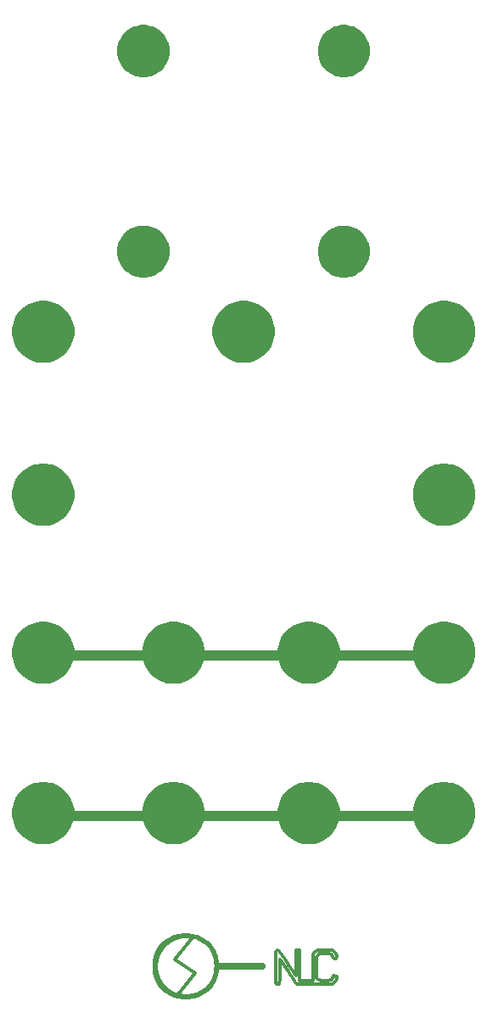
<source format=gbr>
G04 #@! TF.GenerationSoftware,KiCad,Pcbnew,(5.1.5-0)*
G04 #@! TF.CreationDate,2021-01-08T11:41:48-08:00*
G04 #@! TF.ProjectId,hypster,68797073-7465-4722-9e6b-696361645f70,rev?*
G04 #@! TF.SameCoordinates,Original*
G04 #@! TF.FileFunction,Soldermask,Top*
G04 #@! TF.FilePolarity,Negative*
%FSLAX46Y46*%
G04 Gerber Fmt 4.6, Leading zero omitted, Abs format (unit mm)*
G04 Created by KiCad (PCBNEW (5.1.5-0)) date 2021-01-08 11:41:48*
%MOMM*%
%LPD*%
G04 APERTURE LIST*
%ADD10C,1.000000*%
%ADD11C,0.300000*%
%ADD12C,0.000800*%
%ADD13C,0.100000*%
G04 APERTURE END LIST*
D10*
X9750000Y-356250000D02*
X49750000Y-356250000D01*
X10250000Y-340250000D02*
X50250000Y-340250000D01*
D11*
X25400000Y-371975000D02*
X23725000Y-374050000D01*
X23350000Y-370550000D02*
X25400000Y-371975000D01*
X25125000Y-368350000D02*
X23350000Y-370550000D01*
X27500000Y-371250000D02*
G75*
G03X27500000Y-371250000I-3000000J0D01*
G01*
X27641228Y-371275000D02*
G75*
G03X27641228Y-371275000I-3166228J0D01*
G01*
D12*
X24399872Y-371333982D02*
X24396064Y-371331424D01*
X24396064Y-371331424D02*
X24388471Y-371326323D01*
X24388471Y-371326323D02*
X24377128Y-371318701D01*
X24377128Y-371318701D02*
X24362096Y-371308596D01*
X24362096Y-371308596D02*
X24347166Y-371298555D01*
X24347166Y-371298555D02*
X24336038Y-371291068D01*
X24336038Y-371291068D02*
X24328649Y-371286094D01*
X24328649Y-371286094D02*
X24321286Y-371281138D01*
X24321286Y-371281138D02*
X24313948Y-371276198D01*
X24313948Y-371276198D02*
X24306636Y-371271273D01*
X24306636Y-371271273D02*
X24299350Y-371266365D01*
X24299350Y-371266365D02*
X24288466Y-371259032D01*
X24288466Y-371259032D02*
X24277645Y-371251739D01*
X24277645Y-371251739D02*
X24270462Y-371246894D01*
X24270462Y-371246894D02*
X24263304Y-371242066D01*
X24263304Y-371242066D02*
X24256171Y-371237256D01*
X24256171Y-371237256D02*
X24245520Y-371230068D01*
X24245520Y-371230068D02*
X24234931Y-371222920D01*
X24234931Y-371222920D02*
X24227904Y-371218175D01*
X24227904Y-371218175D02*
X24220901Y-371213446D01*
X24220901Y-371213446D02*
X24213924Y-371208733D01*
X24213924Y-371208733D02*
X24203506Y-371201693D01*
X24203506Y-371201693D02*
X24193151Y-371194693D01*
X24193151Y-371194693D02*
X24186280Y-371190046D01*
X24186280Y-371190046D02*
X24176019Y-371183105D01*
X24176019Y-371183105D02*
X24162431Y-371173908D01*
X24162431Y-371173908D02*
X24152311Y-371167056D01*
X24152311Y-371167056D02*
X24145597Y-371162508D01*
X24145597Y-371162508D02*
X24138908Y-371157977D01*
X24138908Y-371157977D02*
X24132246Y-371153462D01*
X24132246Y-371153462D02*
X24125610Y-371148963D01*
X24125610Y-371148963D02*
X24119001Y-371144483D01*
X24119001Y-371144483D02*
X24109133Y-371137790D01*
X24109133Y-371137790D02*
X24099331Y-371131138D01*
X24099331Y-371131138D02*
X24092828Y-371126724D01*
X24092828Y-371126724D02*
X24083120Y-371120131D01*
X24083120Y-371120131D02*
X24073477Y-371113581D01*
X24073477Y-371113581D02*
X24067081Y-371109234D01*
X24067081Y-371109234D02*
X24060711Y-371104903D01*
X24060711Y-371104903D02*
X24054367Y-371100589D01*
X24054367Y-371100589D02*
X24048049Y-371096293D01*
X24048049Y-371096293D02*
X24041760Y-371092013D01*
X24041760Y-371092013D02*
X24035497Y-371087750D01*
X24035497Y-371087750D02*
X24029260Y-371083504D01*
X24029260Y-371083504D02*
X24023050Y-371079275D01*
X24023050Y-371079275D02*
X24016869Y-371075064D01*
X24016869Y-371075064D02*
X24010714Y-371070869D01*
X24010714Y-371070869D02*
X24004585Y-371066691D01*
X24004585Y-371066691D02*
X23998483Y-371062531D01*
X23998483Y-371062531D02*
X23992408Y-371058388D01*
X23992408Y-371058388D02*
X23986361Y-371054261D01*
X23986361Y-371054261D02*
X23981843Y-371051178D01*
X23981843Y-371051178D02*
X23978840Y-371049129D01*
X23978840Y-371049129D02*
X23974347Y-371046061D01*
X23974347Y-371046061D02*
X23968382Y-371041986D01*
X23968382Y-371041986D02*
X23962443Y-371037929D01*
X23962443Y-371037929D02*
X23956530Y-371033887D01*
X23956530Y-371033887D02*
X23950645Y-371029863D01*
X23950645Y-371029863D02*
X23944788Y-371025857D01*
X23944788Y-371025857D02*
X23938957Y-371021868D01*
X23938957Y-371021868D02*
X23933154Y-371017897D01*
X23933154Y-371017897D02*
X23927378Y-371013943D01*
X23927378Y-371013943D02*
X23921630Y-371010006D01*
X23921630Y-371010006D02*
X23915909Y-371006087D01*
X23915909Y-371006087D02*
X23910215Y-371002185D01*
X23910215Y-371002185D02*
X23904549Y-370998300D01*
X23904549Y-370998300D02*
X23898911Y-370994434D01*
X23898911Y-370994434D02*
X23893300Y-370990583D01*
X23893300Y-370990583D02*
X23887717Y-370986751D01*
X23887717Y-370986751D02*
X23879391Y-370981034D01*
X23879391Y-370981034D02*
X23871133Y-370975361D01*
X23871133Y-370975361D02*
X23865660Y-370971597D01*
X23865660Y-370971597D02*
X23860214Y-370967853D01*
X23860214Y-370967853D02*
X23854797Y-370964126D01*
X23854797Y-370964126D02*
X23849408Y-370960417D01*
X23849408Y-370960417D02*
X23844046Y-370956725D01*
X23844046Y-370956725D02*
X23838712Y-370953051D01*
X23838712Y-370953051D02*
X23833406Y-370949395D01*
X23833406Y-370949395D02*
X23828128Y-370945758D01*
X23828128Y-370945758D02*
X23822877Y-370942136D01*
X23822877Y-370942136D02*
X23817655Y-370938533D01*
X23817655Y-370938533D02*
X23812461Y-370934948D01*
X23812461Y-370934948D02*
X23808585Y-370932271D01*
X23808585Y-370932271D02*
X23806008Y-370930492D01*
X23806008Y-370930492D02*
X23802156Y-370927831D01*
X23802156Y-370927831D02*
X23797046Y-370924300D01*
X23797046Y-370924300D02*
X23791965Y-370920787D01*
X23791965Y-370920787D02*
X23786911Y-370917290D01*
X23786911Y-370917290D02*
X23781885Y-370913812D01*
X23781885Y-370913812D02*
X23776887Y-370910351D01*
X23776887Y-370910351D02*
X23771918Y-370906909D01*
X23771918Y-370906909D02*
X23766977Y-370903484D01*
X23766977Y-370903484D02*
X23762063Y-370900078D01*
X23762063Y-370900078D02*
X23757179Y-370896690D01*
X23757179Y-370896690D02*
X23752323Y-370893321D01*
X23752323Y-370893321D02*
X23747495Y-370889968D01*
X23747495Y-370889968D02*
X23742695Y-370886634D01*
X23742695Y-370886634D02*
X23737925Y-370883318D01*
X23737925Y-370883318D02*
X23733183Y-370880021D01*
X23733183Y-370880021D02*
X23728468Y-370876741D01*
X23728468Y-370876741D02*
X23723782Y-370873480D01*
X23723782Y-370873480D02*
X23719126Y-370870237D01*
X23719126Y-370870237D02*
X23714498Y-370867012D01*
X23714498Y-370867012D02*
X23709898Y-370863805D01*
X23709898Y-370863805D02*
X23705327Y-370860616D01*
X23705327Y-370860616D02*
X23700785Y-370857445D01*
X23700785Y-370857445D02*
X23696271Y-370854292D01*
X23696271Y-370854292D02*
X23691786Y-370851158D01*
X23691786Y-370851158D02*
X23687330Y-370848042D01*
X23687330Y-370848042D02*
X23682902Y-370844946D01*
X23682902Y-370844946D02*
X23678504Y-370841868D01*
X23678504Y-370841868D02*
X23674135Y-370838807D01*
X23674135Y-370838807D02*
X23669794Y-370835765D01*
X23669794Y-370835765D02*
X23665482Y-370832741D01*
X23665482Y-370832741D02*
X23661200Y-370829736D01*
X23661200Y-370829736D02*
X23656946Y-370826749D01*
X23656946Y-370826749D02*
X23652720Y-370823782D01*
X23652720Y-370823782D02*
X23648525Y-370820833D01*
X23648525Y-370820833D02*
X23644359Y-370817902D01*
X23644359Y-370817902D02*
X23640220Y-370814990D01*
X23640220Y-370814990D02*
X23636111Y-370812095D01*
X23636111Y-370812095D02*
X23632031Y-370809219D01*
X23632031Y-370809219D02*
X23627980Y-370806362D01*
X23627980Y-370806362D02*
X23623959Y-370803524D01*
X23623959Y-370803524D02*
X23619967Y-370800704D01*
X23619967Y-370800704D02*
X23616005Y-370797904D01*
X23616005Y-370797904D02*
X23612072Y-370795123D01*
X23612072Y-370795123D02*
X23608167Y-370792359D01*
X23608167Y-370792359D02*
X23604292Y-370789614D01*
X23604292Y-370789614D02*
X23600446Y-370786887D01*
X23600446Y-370786887D02*
X23596631Y-370784181D01*
X23596631Y-370784181D02*
X23592845Y-370781493D01*
X23592845Y-370781493D02*
X23589087Y-370778823D01*
X23589087Y-370778823D02*
X23585361Y-370776173D01*
X23585361Y-370776173D02*
X23581663Y-370773542D01*
X23581663Y-370773542D02*
X23577996Y-370770930D01*
X23577996Y-370770930D02*
X23574357Y-370768335D01*
X23574357Y-370768335D02*
X23570748Y-370765760D01*
X23570748Y-370765760D02*
X23567169Y-370763204D01*
X23567169Y-370763204D02*
X23563618Y-370760667D01*
X23563618Y-370760667D02*
X23560098Y-370758150D01*
X23560098Y-370758150D02*
X23556609Y-370755651D01*
X23556609Y-370755651D02*
X23553149Y-370753171D01*
X23553149Y-370753171D02*
X23549718Y-370750710D01*
X23549718Y-370750710D02*
X23546317Y-370748268D01*
X23546317Y-370748268D02*
X23542945Y-370745846D01*
X23542945Y-370745846D02*
X23539605Y-370743443D01*
X23539605Y-370743443D02*
X23536294Y-370741059D01*
X23536294Y-370741059D02*
X23533014Y-370738694D01*
X23533014Y-370738694D02*
X23529763Y-370736348D01*
X23529763Y-370736348D02*
X23526543Y-370734023D01*
X23526543Y-370734023D02*
X23523352Y-370731715D01*
X23523352Y-370731715D02*
X23520191Y-370729426D01*
X23520191Y-370729426D02*
X23517841Y-370727723D01*
X23517841Y-370727723D02*
X23516283Y-370726593D01*
X23516283Y-370726593D02*
X23513960Y-370724908D01*
X23513960Y-370724908D02*
X23510889Y-370722678D01*
X23510889Y-370722678D02*
X23507849Y-370720467D01*
X23507849Y-370720467D02*
X23505590Y-370718822D01*
X23505590Y-370718822D02*
X23504093Y-370717732D01*
X23504093Y-370717732D02*
X23501861Y-370716104D01*
X23501861Y-370716104D02*
X23498911Y-370713951D01*
X23498911Y-370713951D02*
X23495992Y-370711818D01*
X23495992Y-370711818D02*
X23493103Y-370709704D01*
X23493103Y-370709704D02*
X23490244Y-370707610D01*
X23490244Y-370707610D02*
X23487417Y-370705536D01*
X23487417Y-370705536D02*
X23484619Y-370703481D01*
X23484619Y-370703481D02*
X23481853Y-370701445D01*
X23481853Y-370701445D02*
X23479117Y-370699429D01*
X23479117Y-370699429D02*
X23476412Y-370697433D01*
X23476412Y-370697433D02*
X23473736Y-370695456D01*
X23473736Y-370695456D02*
X23471091Y-370693498D01*
X23471091Y-370693498D02*
X23468478Y-370691560D01*
X23468478Y-370691560D02*
X23465895Y-370689642D01*
X23465895Y-370689642D02*
X23463342Y-370687743D01*
X23463342Y-370687743D02*
X23461447Y-370686333D01*
X23461447Y-370686333D02*
X23460195Y-370685399D01*
X23460195Y-370685399D02*
X23458950Y-370684469D01*
X23458950Y-370684469D02*
X23457712Y-370683545D01*
X23457712Y-370683545D02*
X23456482Y-370682626D01*
X23456482Y-370682626D02*
X23455260Y-370681711D01*
X23455260Y-370681711D02*
X23454045Y-370680801D01*
X23454045Y-370680801D02*
X23452837Y-370679897D01*
X23452837Y-370679897D02*
X23451339Y-370678772D01*
X23451339Y-370678772D02*
X23450744Y-370678324D01*
X23450744Y-370678324D02*
X23450150Y-370677878D01*
X23450150Y-370677878D02*
X23448674Y-370676768D01*
X23448674Y-370676768D02*
X23446337Y-370675008D01*
X23446337Y-370675008D02*
X23444892Y-370673919D01*
X23444892Y-370673919D02*
X23444317Y-370673484D01*
X23444317Y-370673484D02*
X23443459Y-370672836D01*
X23443459Y-370672836D02*
X23442322Y-370671977D01*
X23442322Y-370671977D02*
X23441192Y-370671122D01*
X23441192Y-370671122D02*
X23440350Y-370670484D01*
X23440350Y-370670484D02*
X23439791Y-370670060D01*
X23439791Y-370670060D02*
X23439234Y-370669638D01*
X23439234Y-370669638D02*
X23438680Y-370669218D01*
X23438680Y-370669218D02*
X23437299Y-370668168D01*
X23437299Y-370668168D02*
X23435660Y-370666921D01*
X23435660Y-370666921D02*
X23434577Y-370666096D01*
X23434577Y-370666096D02*
X23432966Y-370664867D01*
X23432966Y-370664867D02*
X23430846Y-370663246D01*
X23430846Y-370663246D02*
X23429538Y-370662244D01*
X23429538Y-370662244D02*
X23428241Y-370661249D01*
X23428241Y-370661249D02*
X23427212Y-370660458D01*
X23427212Y-370660458D02*
X23426445Y-370659869D01*
X23426445Y-370659869D02*
X23425936Y-370659479D01*
X23425936Y-370659479D02*
X23425430Y-370659089D01*
X23425430Y-370659089D02*
X23424926Y-370658699D01*
X23424926Y-370658699D02*
X23424423Y-370658311D01*
X23424423Y-370658311D02*
X23423923Y-370657925D01*
X23423923Y-370657925D02*
X23423175Y-370657348D01*
X23423175Y-370657348D02*
X23422432Y-370656774D01*
X23422432Y-370656774D02*
X23421940Y-370656393D01*
X23421940Y-370656393D02*
X23421204Y-370655823D01*
X23421204Y-370655823D02*
X23420472Y-370655256D01*
X23420472Y-370655256D02*
X23418782Y-370653944D01*
X23418782Y-370653944D02*
X23417591Y-370653017D01*
X23417591Y-370653017D02*
X23417117Y-370652648D01*
X23417117Y-370652648D02*
X23416411Y-370652097D01*
X23416411Y-370652097D02*
X23415710Y-370651549D01*
X23415710Y-370651549D02*
X23415244Y-370651185D01*
X23415244Y-370651185D02*
X23414781Y-370650823D01*
X23414781Y-370650823D02*
X23414319Y-370650463D01*
X23414319Y-370650463D02*
X23413173Y-370649564D01*
X23413173Y-370649564D02*
X23411365Y-370648145D01*
X23411365Y-370648145D02*
X23410031Y-370647093D01*
X23410031Y-370647093D02*
X23409371Y-370646571D01*
X23409371Y-370646571D02*
X23408280Y-370645709D01*
X23408280Y-370645709D02*
X23407632Y-370645196D01*
X23407632Y-370645196D02*
X23406561Y-370644347D01*
X23406561Y-370644347D02*
X23405712Y-370643672D01*
X23405712Y-370643672D02*
X23404453Y-370642669D01*
X23404453Y-370642669D02*
X23403214Y-370641679D01*
X23403214Y-370641679D02*
X23402396Y-370641024D01*
X23402396Y-370641024D02*
X23401789Y-370640538D01*
X23401789Y-370640538D02*
X23400986Y-370639892D01*
X23400986Y-370639892D02*
X23400192Y-370639252D01*
X23400192Y-370639252D02*
X23399209Y-370638459D01*
X23399209Y-370638459D02*
X23398432Y-370637830D01*
X23398432Y-370637830D02*
X23397854Y-370637362D01*
X23397854Y-370637362D02*
X23396712Y-370636434D01*
X23396712Y-370636434D02*
X23396148Y-370635975D01*
X23396148Y-370635975D02*
X23395402Y-370635368D01*
X23395402Y-370635368D02*
X23394848Y-370634916D01*
X23394848Y-370634916D02*
X23393935Y-370634167D01*
X23393935Y-370634167D02*
X23393213Y-370633574D01*
X23393213Y-370633574D02*
X23392499Y-370632986D01*
X23392499Y-370632986D02*
X23391793Y-370632403D01*
X23391793Y-370632403D02*
X23390749Y-370631539D01*
X23390749Y-370631539D02*
X23389724Y-370630686D01*
X23389724Y-370630686D02*
X23389050Y-370630124D01*
X23389050Y-370630124D02*
X23388384Y-370629567D01*
X23388384Y-370629567D02*
X23387726Y-370629014D01*
X23387726Y-370629014D02*
X23387237Y-370628604D01*
X23387237Y-370628604D02*
X23386434Y-370627926D01*
X23386434Y-370627926D02*
X23385958Y-370627524D01*
X23385958Y-370627524D02*
X23385174Y-370626859D01*
X23385174Y-370626859D02*
X23384710Y-370626464D01*
X23384710Y-370626464D02*
X23383947Y-370625813D01*
X23383947Y-370625813D02*
X23383495Y-370625427D01*
X23383495Y-370625427D02*
X23382603Y-370624659D01*
X23382603Y-370624659D02*
X23382164Y-370624280D01*
X23382164Y-370624280D02*
X23381729Y-370623904D01*
X23381729Y-370623904D02*
X23381015Y-370623284D01*
X23381015Y-370623284D02*
X23380453Y-370622794D01*
X23380453Y-370622794D02*
X23379898Y-370622309D01*
X23379898Y-370622309D02*
X23379218Y-370621711D01*
X23379218Y-370621711D02*
X23378285Y-370620885D01*
X23378285Y-370620885D02*
X23377763Y-370620421D01*
X23377763Y-370620421D02*
X23377249Y-370619962D01*
X23377249Y-370619962D02*
X23376743Y-370619507D01*
X23376743Y-370619507D02*
X23376122Y-370618948D01*
X23376122Y-370618948D02*
X23375394Y-370618286D01*
X23375394Y-370618286D02*
X23374801Y-370617745D01*
X23374801Y-370617745D02*
X23374220Y-370617210D01*
X23374220Y-370617210D02*
X23373428Y-370616476D01*
X23373428Y-370616476D02*
X23372987Y-370616063D01*
X23372987Y-370616063D02*
X23372553Y-370615657D01*
X23372553Y-370615657D02*
X23372128Y-370615255D01*
X23372128Y-370615255D02*
X23371711Y-370614859D01*
X23371711Y-370614859D02*
X23371302Y-370614468D01*
X23371302Y-370614468D02*
X23370802Y-370613986D01*
X23370802Y-370613986D02*
X23370123Y-370613325D01*
X23370123Y-370613325D02*
X23369469Y-370612680D01*
X23369469Y-370612680D02*
X23368929Y-370612140D01*
X23368929Y-370612140D02*
X23368408Y-370611613D01*
X23368408Y-370611613D02*
X23367986Y-370611180D01*
X23367986Y-370611180D02*
X23367577Y-370610757D01*
X23367577Y-370610757D02*
X23367026Y-370610178D01*
X23367026Y-370610178D02*
X23366500Y-370609616D01*
X23366500Y-370609616D02*
X23365862Y-370608917D01*
X23365862Y-370608917D02*
X23365392Y-370608391D01*
X23365392Y-370608391D02*
X23364826Y-370607739D01*
X23364826Y-370607739D02*
X23364415Y-370607251D01*
X23364415Y-370607251D02*
X23363976Y-370606712D01*
X23363976Y-370606712D02*
X23363568Y-370606194D01*
X23363568Y-370606194D02*
X23363194Y-370605697D01*
X23363194Y-370605697D02*
X23362852Y-370605221D01*
X23362852Y-370605221D02*
X23362473Y-370604656D01*
X23362473Y-370604656D02*
X23362143Y-370604126D01*
X23362143Y-370604126D02*
X23361816Y-370603532D01*
X23361816Y-370603532D02*
X23361662Y-370603210D01*
X25409320Y-372030773D02*
X25409127Y-372030130D01*
X25409127Y-372030130D02*
X25408777Y-372029654D01*
X25408777Y-372029654D02*
X25408301Y-372029109D01*
X25408301Y-372029109D02*
X25407586Y-372028376D01*
X25407586Y-372028376D02*
X25407133Y-372027937D01*
X25407133Y-372027937D02*
X25406688Y-372027519D01*
X25406688Y-372027519D02*
X25406266Y-372027132D01*
X25406266Y-372027132D02*
X25405746Y-372026664D01*
X25405746Y-372026664D02*
X25405257Y-372026232D01*
X25405257Y-372026232D02*
X25404662Y-372025714D01*
X25404662Y-372025714D02*
X25403943Y-372025099D01*
X25403943Y-372025099D02*
X25403262Y-372024524D01*
X25403262Y-372024524D02*
X25402542Y-372023922D01*
X25402542Y-372023922D02*
X25401783Y-372023295D01*
X25401783Y-372023295D02*
X25400983Y-372022641D01*
X25400983Y-372022641D02*
X25400144Y-372021961D01*
X25400144Y-372021961D02*
X25399267Y-372021256D01*
X25399267Y-372021256D02*
X25398815Y-372020894D01*
X25398815Y-372020894D02*
X25398352Y-372020524D01*
X25398352Y-372020524D02*
X25397878Y-372020148D01*
X25397878Y-372020148D02*
X25397395Y-372019765D01*
X25397395Y-372019765D02*
X25396903Y-372019377D01*
X25396903Y-372019377D02*
X25396148Y-372018784D01*
X25396148Y-372018784D02*
X25395368Y-372018173D01*
X25395368Y-372018173D02*
X25394839Y-372017759D01*
X25394839Y-372017759D02*
X25394299Y-372017338D01*
X25394299Y-372017338D02*
X25393748Y-372016910D01*
X25393748Y-372016910D02*
X25393189Y-372016477D01*
X25393189Y-372016477D02*
X25392620Y-372016037D01*
X25392620Y-372016037D02*
X25391750Y-372015368D01*
X25391750Y-372015368D02*
X25390556Y-372014451D01*
X25390556Y-372014451D02*
X25389322Y-372013508D01*
X25389322Y-372013508D02*
X25388050Y-372012540D01*
X25388050Y-372012540D02*
X25386741Y-372011547D01*
X25386741Y-372011547D02*
X25385734Y-372010783D01*
X25385734Y-372010783D02*
X25385051Y-372010269D01*
X25385051Y-372010269D02*
X25384011Y-372009486D01*
X25384011Y-372009486D02*
X25382947Y-372008686D01*
X25382947Y-372008686D02*
X25382227Y-372008146D01*
X25382227Y-372008146D02*
X25381131Y-372007326D01*
X25381131Y-372007326D02*
X25379636Y-372006209D01*
X25379636Y-372006209D02*
X25378489Y-372005354D01*
X25378489Y-372005354D02*
X25377714Y-372004776D01*
X25377714Y-372004776D02*
X25376534Y-372003901D01*
X25376534Y-372003901D02*
X25374928Y-372002710D01*
X25374928Y-372002710D02*
X25373285Y-372001496D01*
X25373285Y-372001496D02*
X25371607Y-372000257D01*
X25371607Y-372000257D02*
X25370322Y-371999311D01*
X25370322Y-371999311D02*
X25369456Y-371998673D01*
X25369456Y-371998673D02*
X25368140Y-371997707D01*
X25368140Y-371997707D02*
X25366353Y-371996397D01*
X25366353Y-371996397D02*
X25364531Y-371995063D01*
X25364531Y-371995063D02*
X25362671Y-371993704D01*
X25362671Y-371993704D02*
X25360776Y-371992321D01*
X25360776Y-371992321D02*
X25359330Y-371991267D01*
X25359330Y-371991267D02*
X25358357Y-371990559D01*
X25358357Y-371990559D02*
X25356880Y-371989486D01*
X25356880Y-371989486D02*
X25354879Y-371988034D01*
X25354879Y-371988034D02*
X25352843Y-371986558D01*
X25352843Y-371986558D02*
X25351292Y-371985434D01*
X25351292Y-371985434D02*
X25350248Y-371984679D01*
X25350248Y-371984679D02*
X25349195Y-371983918D01*
X25349195Y-371983918D02*
X25348133Y-371983150D01*
X25348133Y-371983150D02*
X25346525Y-371981990D01*
X25346525Y-371981990D02*
X25344895Y-371980815D01*
X25344895Y-371980815D02*
X25343798Y-371980026D01*
X25343798Y-371980026D02*
X25342140Y-371978832D01*
X25342140Y-371978832D02*
X25339895Y-371977218D01*
X25339895Y-371977218D02*
X25338187Y-371975991D01*
X25338187Y-371975991D02*
X25337040Y-371975166D01*
X25337040Y-371975166D02*
X25335303Y-371973921D01*
X25335303Y-371973921D02*
X25332957Y-371972240D01*
X25332957Y-371972240D02*
X25330576Y-371970535D01*
X25330576Y-371970535D02*
X25328160Y-371968807D01*
X25328160Y-371968807D02*
X25325712Y-371967058D01*
X25325712Y-371967058D02*
X25323229Y-371965287D01*
X25323229Y-371965287D02*
X25320714Y-371963493D01*
X25320714Y-371963493D02*
X25318164Y-371961677D01*
X25318164Y-371961677D02*
X25315583Y-371959840D01*
X25315583Y-371959840D02*
X25312968Y-371957981D01*
X25312968Y-371957981D02*
X25310321Y-371956100D01*
X25310321Y-371956100D02*
X25307640Y-371954197D01*
X25307640Y-371954197D02*
X25304927Y-371952272D01*
X25304927Y-371952272D02*
X25302182Y-371950327D01*
X25302182Y-371950327D02*
X25299404Y-371948360D01*
X25299404Y-371948360D02*
X25296594Y-371946371D01*
X25296594Y-371946371D02*
X25293751Y-371944361D01*
X25293751Y-371944361D02*
X25290877Y-371942332D01*
X25290877Y-371942332D02*
X25287971Y-371940281D01*
X25287971Y-371940281D02*
X25285033Y-371938208D01*
X25285033Y-371938208D02*
X25282063Y-371936114D01*
X25282063Y-371936114D02*
X25279062Y-371933999D01*
X25279062Y-371933999D02*
X25276029Y-371931863D01*
X25276029Y-371931863D02*
X25272965Y-371929707D01*
X25272965Y-371929707D02*
X25269870Y-371927530D01*
X25269870Y-371927530D02*
X25266745Y-371925334D01*
X25266745Y-371925334D02*
X25262002Y-371922004D01*
X25262002Y-371922004D02*
X25257182Y-371918621D01*
X25257182Y-371918621D02*
X25253934Y-371916344D01*
X25253934Y-371916344D02*
X25250655Y-371914046D01*
X25250655Y-371914046D02*
X25247346Y-371911728D01*
X25247346Y-371911728D02*
X25244007Y-371909391D01*
X25244007Y-371909391D02*
X25240638Y-371907035D01*
X25240638Y-371907035D02*
X25237238Y-371904658D01*
X25237238Y-371904658D02*
X25233809Y-371902261D01*
X25233809Y-371902261D02*
X25230350Y-371899844D01*
X25230350Y-371899844D02*
X25226861Y-371897409D01*
X25226861Y-371897409D02*
X25223344Y-371894954D01*
X25223344Y-371894954D02*
X25219797Y-371892480D01*
X25219797Y-371892480D02*
X25216221Y-371889987D01*
X25216221Y-371889987D02*
X25212617Y-371887475D01*
X25212617Y-371887475D02*
X25208983Y-371884944D01*
X25208983Y-371884944D02*
X25205320Y-371882393D01*
X25205320Y-371882393D02*
X25201629Y-371879825D01*
X25201629Y-371879825D02*
X25197910Y-371877237D01*
X25197910Y-371877237D02*
X25192281Y-371873325D01*
X25192281Y-371873325D02*
X25184674Y-371868040D01*
X25184674Y-371868040D02*
X25178891Y-371864024D01*
X25178891Y-371864024D02*
X25175002Y-371861326D01*
X25175002Y-371861326D02*
X25171087Y-371858610D01*
X25171087Y-371858610D02*
X25167144Y-371855877D01*
X25167144Y-371855877D02*
X25164168Y-371853814D01*
X25164168Y-371853814D02*
X25162175Y-371852432D01*
X25162175Y-371852432D02*
X25159176Y-371850355D01*
X25159176Y-371850355D02*
X25155153Y-371847568D01*
X25155153Y-371847568D02*
X25152116Y-371845465D01*
X25152116Y-371845465D02*
X25150084Y-371844058D01*
X25150084Y-371844058D02*
X25147024Y-371841941D01*
X25147024Y-371841941D02*
X25143946Y-371839811D01*
X25143946Y-371839811D02*
X25141887Y-371838386D01*
X25141887Y-371838386D02*
X25136716Y-371834810D01*
X25136716Y-371834810D02*
X25130446Y-371830476D01*
X25130446Y-371830476D02*
X25127289Y-371828295D01*
X25127289Y-371828295D02*
X25125178Y-371826835D01*
X25125178Y-371826835D02*
X25119875Y-371823174D01*
X25119875Y-371823174D02*
X25113450Y-371818739D01*
X25113450Y-371818739D02*
X25109135Y-371815761D01*
X25109135Y-371815761D02*
X25102620Y-371811267D01*
X25102620Y-371811267D02*
X25093839Y-371805213D01*
X25093839Y-371805213D02*
X25084958Y-371799095D01*
X25084958Y-371799095D02*
X25078229Y-371794461D01*
X25078229Y-371794461D02*
X25073713Y-371791352D01*
X25073713Y-371791352D02*
X25069174Y-371788228D01*
X25069174Y-371788228D02*
X25064610Y-371785088D01*
X25064610Y-371785088D02*
X25057722Y-371780351D01*
X25057722Y-371780351D02*
X25048449Y-371773977D01*
X25048449Y-371773977D02*
X25041429Y-371769154D01*
X25041429Y-371769154D02*
X25036720Y-371765920D01*
X25036720Y-371765920D02*
X25031989Y-371762671D01*
X25031989Y-371762671D02*
X25027234Y-371759407D01*
X25027234Y-371759407D02*
X25022456Y-371756128D01*
X25022456Y-371756128D02*
X25017655Y-371752834D01*
X25017655Y-371752834D02*
X25012831Y-371749525D01*
X25012831Y-371749525D02*
X25009196Y-371747032D01*
X25009196Y-371747032D02*
X25006768Y-371745367D01*
X25006768Y-371745367D02*
X25000674Y-371741190D01*
X25000674Y-371741190D02*
X24993307Y-371736140D01*
X24993307Y-371736140D02*
X24988369Y-371732758D01*
X24988369Y-371732758D02*
X24980924Y-371727660D01*
X24980924Y-371727660D02*
X24970917Y-371720809D01*
X24970917Y-371720809D02*
X24960821Y-371713902D01*
X24960821Y-371713902D02*
X24950639Y-371706938D01*
X24950639Y-371706938D02*
X24940371Y-371699919D01*
X24940371Y-371699919D02*
X24930021Y-371692846D01*
X24930021Y-371692846D02*
X24922199Y-371687504D01*
X24922199Y-371687504D02*
X24916961Y-371683927D01*
X24916961Y-371683927D02*
X24911702Y-371680337D01*
X24911702Y-371680337D02*
X24906423Y-371676735D01*
X24906423Y-371676735D02*
X24901124Y-371673119D01*
X24901124Y-371673119D02*
X24895805Y-371669490D01*
X24895805Y-371669490D02*
X24890465Y-371665849D01*
X24890465Y-371665849D02*
X24885107Y-371662195D01*
X24885107Y-371662195D02*
X24877034Y-371656691D01*
X24877034Y-371656691D02*
X24866197Y-371649306D01*
X24866197Y-371649306D02*
X24855283Y-371641872D01*
X24855283Y-371641872D02*
X24844294Y-371634389D01*
X24844294Y-371634389D02*
X24836000Y-371628743D01*
X24836000Y-371628743D02*
X24830448Y-371624965D01*
X24830448Y-371624965D02*
X24824879Y-371621176D01*
X24824879Y-371621176D02*
X24819291Y-371617375D01*
X24819291Y-371617375D02*
X24810878Y-371611654D01*
X24810878Y-371611654D02*
X24802419Y-371605904D01*
X24802419Y-371605904D02*
X24796759Y-371602058D01*
X24796759Y-371602058D02*
X24788238Y-371596267D01*
X24788238Y-371596267D02*
X24776812Y-371588505D01*
X24776812Y-371588505D02*
X24768194Y-371582653D01*
X24768194Y-371582653D02*
X24762429Y-371578740D01*
X24762429Y-371578740D02*
X24753753Y-371572851D01*
X24753753Y-371572851D02*
X24745035Y-371566935D01*
X24745035Y-371566935D02*
X24739203Y-371562979D01*
X24739203Y-371562979D02*
X24730427Y-371557027D01*
X24730427Y-371557027D02*
X24721609Y-371551049D01*
X24721609Y-371551049D02*
X24715713Y-371547052D01*
X24715713Y-371547052D02*
X24709800Y-371543045D01*
X24709800Y-371543045D02*
X24703871Y-371539029D01*
X24703871Y-371539029D02*
X24697927Y-371535002D01*
X24697927Y-371535002D02*
X24691966Y-371530964D01*
X24691966Y-371530964D02*
X24685990Y-371526917D01*
X24685990Y-371526917D02*
X24679999Y-371522861D01*
X24679999Y-371522861D02*
X24673993Y-371518795D01*
X24673993Y-371518795D02*
X24667972Y-371514720D01*
X24667972Y-371514720D02*
X24658915Y-371508592D01*
X24658915Y-371508592D02*
X24646784Y-371500386D01*
X24646784Y-371500386D02*
X24634595Y-371492143D01*
X24634595Y-371492143D02*
X24622349Y-371483866D01*
X24622349Y-371483866D02*
X24614664Y-371478673D01*
X24614664Y-371478673D02*
X24611584Y-371476592D01*
X24611584Y-371476592D02*
X24606961Y-371473469D01*
X24606961Y-371473469D02*
X24597689Y-371467207D01*
X24597689Y-371467207D02*
X24588383Y-371460922D01*
X24588383Y-371460922D02*
X24582164Y-371456724D01*
X24582164Y-371456724D02*
X24575932Y-371452517D01*
X24575932Y-371452517D02*
X24571248Y-371449355D01*
X24571248Y-371449355D02*
X24564995Y-371445135D01*
X24564995Y-371445135D02*
X24561862Y-371443022D01*
X24561862Y-371443022D02*
X24557159Y-371439849D01*
X24557159Y-371439849D02*
X24550875Y-371435611D01*
X24550875Y-371435611D02*
X24544579Y-371431365D01*
X24544579Y-371431365D02*
X24538270Y-371427111D01*
X24538270Y-371427111D02*
X24533531Y-371423915D01*
X24533531Y-371423915D02*
X24530367Y-371421784D01*
X24530367Y-371421784D02*
X24525617Y-371418582D01*
X24525617Y-371418582D02*
X24519272Y-371414306D01*
X24519272Y-371414306D02*
X24509734Y-371407881D01*
X24509734Y-371407881D02*
X24496973Y-371399286D01*
X24496973Y-371399286D02*
X24484166Y-371390662D01*
X24484166Y-371390662D02*
X24471314Y-371382012D01*
X24471314Y-371382012D02*
X24461644Y-371375505D01*
X24461644Y-371375505D02*
X24455186Y-371371161D01*
X24455186Y-371371161D02*
X24445480Y-371364633D01*
X24445480Y-371364633D02*
X24432499Y-371355904D01*
X24432499Y-371355904D02*
X24422736Y-371349342D01*
X24422736Y-371349342D02*
X24416215Y-371344960D01*
X24416215Y-371344960D02*
X24409685Y-371340573D01*
X24409685Y-371340573D02*
X24403145Y-371336180D01*
X24403145Y-371336180D02*
X24399872Y-371333982D01*
X24591496Y-373029998D02*
X24601940Y-373017311D01*
X24601940Y-373017311D02*
X24617540Y-372998360D01*
X24617540Y-372998360D02*
X24627906Y-372985768D01*
X24627906Y-372985768D02*
X24643399Y-372966945D01*
X24643399Y-372966945D02*
X24663936Y-372941991D01*
X24663936Y-372941991D02*
X24684335Y-372917201D01*
X24684335Y-372917201D02*
X24697006Y-372901799D01*
X24697006Y-372901799D02*
X24702059Y-372895655D01*
X24702059Y-372895655D02*
X24709626Y-372886459D01*
X24709626Y-372886459D02*
X24724696Y-372868140D01*
X24724696Y-372868140D02*
X24739668Y-372849937D01*
X24739668Y-372849937D02*
X24749601Y-372837859D01*
X24749601Y-372837859D02*
X24759494Y-372825830D01*
X24759494Y-372825830D02*
X24769344Y-372813849D01*
X24769344Y-372813849D02*
X24784044Y-372795970D01*
X24784044Y-372795970D02*
X24803482Y-372772325D01*
X24803482Y-372772325D02*
X24817935Y-372754741D01*
X24817935Y-372754741D02*
X24827517Y-372743085D01*
X24827517Y-372743085D02*
X24837049Y-372731485D01*
X24837049Y-372731485D02*
X24846533Y-372719943D01*
X24846533Y-372719943D02*
X24855968Y-372708462D01*
X24855968Y-372708462D02*
X24863009Y-372699891D01*
X24863009Y-372699891D02*
X24867689Y-372694196D01*
X24867689Y-372694196D02*
X24879340Y-372680014D01*
X24879340Y-372680014D02*
X24897798Y-372657544D01*
X24897798Y-372657544D02*
X24916040Y-372635334D01*
X24916040Y-372635334D02*
X24934058Y-372613389D01*
X24934058Y-372613389D02*
X24947415Y-372597119D01*
X24947415Y-372597119D02*
X24956251Y-372586354D01*
X24956251Y-372586354D02*
X24962838Y-372578330D01*
X24962838Y-372578330D02*
X24967211Y-372573001D01*
X24967211Y-372573001D02*
X24973746Y-372565041D01*
X24973746Y-372565041D02*
X24982402Y-372554493D01*
X24982402Y-372554493D02*
X24990997Y-372544018D01*
X24990997Y-372544018D02*
X25003779Y-372528440D01*
X25003779Y-372528440D02*
X25016401Y-372513055D01*
X25016401Y-372513055D02*
X25024740Y-372502888D01*
X25024740Y-372502888D02*
X25037135Y-372487778D01*
X25037135Y-372487778D02*
X25053414Y-372467926D01*
X25053414Y-372467926D02*
X25065433Y-372453264D01*
X25065433Y-372453264D02*
X25073365Y-372443588D01*
X25073365Y-372443588D02*
X25085140Y-372429223D01*
X25085140Y-372429223D02*
X25100575Y-372410389D01*
X25100575Y-372410389D02*
X25115715Y-372391911D01*
X25115715Y-372391911D02*
X25130554Y-372373794D01*
X25130554Y-372373794D02*
X25139660Y-372362674D01*
X25139660Y-372362674D02*
X25143273Y-372358260D01*
X25143273Y-372358260D02*
X25148659Y-372351683D01*
X25148659Y-372351683D02*
X25159303Y-372338684D01*
X25159303Y-372338684D02*
X25169747Y-372325926D01*
X25169747Y-372325926D02*
X25176613Y-372317533D01*
X25176613Y-372317533D02*
X25186769Y-372305120D01*
X25186769Y-372305120D02*
X25196716Y-372292960D01*
X25196716Y-372292960D02*
X25203249Y-372284971D01*
X25203249Y-372284971D02*
X25209696Y-372277086D01*
X25209696Y-372277086D02*
X25216059Y-372269306D01*
X25216059Y-372269306D02*
X25225448Y-372257819D01*
X25225448Y-372257819D02*
X25234616Y-372246599D01*
X25234616Y-372246599D02*
X25240624Y-372239245D01*
X25240624Y-372239245D02*
X25249478Y-372228407D01*
X25249478Y-372228407D02*
X25260946Y-372214361D01*
X25260946Y-372214361D02*
X25272041Y-372200767D01*
X25272041Y-372200767D02*
X25278768Y-372192520D01*
X25278768Y-372192520D02*
X25281422Y-372189265D01*
X25281422Y-372189265D02*
X25285363Y-372184434D01*
X25285363Y-372184434D02*
X25290527Y-372178100D01*
X25290527Y-372178100D02*
X25295594Y-372171884D01*
X25295594Y-372171884D02*
X25300562Y-372165788D01*
X25300562Y-372165788D02*
X25305431Y-372159812D01*
X25305431Y-372159812D02*
X25310200Y-372153957D01*
X25310200Y-372153957D02*
X25314867Y-372148224D01*
X25314867Y-372148224D02*
X25318298Y-372144009D01*
X25318298Y-372144009D02*
X25320555Y-372141234D01*
X25320555Y-372141234D02*
X25323896Y-372137129D01*
X25323896Y-372137129D02*
X25328256Y-372131770D01*
X25328256Y-372131770D02*
X25332511Y-372126536D01*
X25332511Y-372126536D02*
X25336662Y-372121430D01*
X25336662Y-372121430D02*
X25340706Y-372116452D01*
X25340706Y-372116452D02*
X25344644Y-372111603D01*
X25344644Y-372111603D02*
X25348472Y-372106884D01*
X25348472Y-372106884D02*
X25352194Y-372102297D01*
X25352194Y-372102297D02*
X25355806Y-372097842D01*
X25355806Y-372097842D02*
X25359308Y-372093521D01*
X25359308Y-372093521D02*
X25361857Y-372090371D01*
X25361857Y-372090371D02*
X25363525Y-372088311D01*
X25363525Y-372088311D02*
X25365978Y-372085281D01*
X25365978Y-372085281D02*
X25369145Y-372081366D01*
X25369145Y-372081366D02*
X25372198Y-372077587D01*
X25372198Y-372077587D02*
X25375137Y-372073948D01*
X25375137Y-372073948D02*
X25377962Y-372070447D01*
X25377962Y-372070447D02*
X25380671Y-372067086D01*
X25380671Y-372067086D02*
X25383263Y-372063867D01*
X25383263Y-372063867D02*
X25385737Y-372060790D01*
X25385737Y-372060790D02*
X25388094Y-372057856D01*
X25388094Y-372057856D02*
X25389780Y-372055754D01*
X25389780Y-372055754D02*
X25390869Y-372054397D01*
X25390869Y-372054397D02*
X25392448Y-372052423D01*
X25392448Y-372052423D02*
X25393953Y-372050540D01*
X25393953Y-372050540D02*
X25394921Y-372049328D01*
X25394921Y-372049328D02*
X25396320Y-372047573D01*
X25396320Y-372047573D02*
X25397641Y-372045912D01*
X25397641Y-372045912D02*
X25398487Y-372044850D01*
X25398487Y-372044850D02*
X25399702Y-372043319D01*
X25399702Y-372043319D02*
X25400652Y-372042117D01*
X25400652Y-372042117D02*
X25401020Y-372041651D01*
X25401020Y-372041651D02*
X25401380Y-372041194D01*
X25401380Y-372041194D02*
X25401734Y-372040747D01*
X25401734Y-372040747D02*
X25402250Y-372040093D01*
X25402250Y-372040093D02*
X25402908Y-372039255D01*
X25402908Y-372039255D02*
X25403536Y-372038456D01*
X25403536Y-372038456D02*
X25404133Y-372037695D01*
X25404133Y-372037695D02*
X25404559Y-372037150D01*
X25404559Y-372037150D02*
X25405230Y-372036287D01*
X25405230Y-372036287D02*
X25405607Y-372035800D01*
X25405607Y-372035800D02*
X25406199Y-372035034D01*
X25406199Y-372035034D02*
X25406636Y-372034465D01*
X25406636Y-372034465D02*
X25407040Y-372033936D01*
X25407040Y-372033936D02*
X25407412Y-372033447D01*
X25407412Y-372033447D02*
X25407985Y-372032686D01*
X25407985Y-372032686D02*
X25408397Y-372032128D01*
X25408397Y-372032128D02*
X25408735Y-372031659D01*
X25408735Y-372031659D02*
X25409072Y-372031175D01*
X25409072Y-372031175D02*
X25409320Y-372030773D01*
D11*
X32200660Y-371435001D02*
X29945021Y-371435001D01*
D12*
X22318867Y-373516906D02*
X22318154Y-373516217D01*
X22318154Y-373516217D02*
X22316729Y-373514839D01*
X22316729Y-373514839D02*
X22314596Y-373512774D01*
X22314596Y-373512774D02*
X22312286Y-373510534D01*
X22312286Y-373510534D02*
X22309627Y-373507952D01*
X22309627Y-373507952D02*
X22308211Y-373506575D01*
X22308211Y-373506575D02*
X22305381Y-373503818D01*
X22305381Y-373503818D02*
X22301146Y-373499682D01*
X22301146Y-373499682D02*
X22299559Y-373498129D01*
X22299559Y-373498129D02*
X22297625Y-373496234D01*
X22297625Y-373496234D02*
X22295515Y-373494166D01*
X22295515Y-373494166D02*
X22289202Y-373487953D01*
X22289202Y-373487953D02*
X22287103Y-373485882D01*
X22287103Y-373485882D02*
X22285705Y-373484501D01*
X22285705Y-373484501D02*
X22284309Y-373483119D01*
X22284309Y-373483119D02*
X22282913Y-373481737D01*
X22282913Y-373481737D02*
X22280823Y-373479664D01*
X22280823Y-373479664D02*
X22278039Y-373476900D01*
X22278039Y-373476900D02*
X22274567Y-373473444D01*
X22274567Y-373473444D02*
X22272486Y-373471368D01*
X22272486Y-373471368D02*
X22266950Y-373465832D01*
X22266950Y-373465832D02*
X22262122Y-373460986D01*
X22262122Y-373460986D02*
X22260745Y-373459600D01*
X22260745Y-373459600D02*
X22259370Y-373458214D01*
X22259370Y-373458214D02*
X22256623Y-373455444D01*
X22256623Y-373455444D02*
X22253195Y-373451978D01*
X22253195Y-373451978D02*
X22251142Y-373449897D01*
X22251142Y-373449897D02*
X22250116Y-373448856D01*
X22250116Y-373448856D02*
X22249432Y-373448162D01*
X22249432Y-373448162D02*
X22248407Y-373447121D01*
X22248407Y-373447121D02*
X22247042Y-373445734D01*
X22247042Y-373445734D02*
X22244315Y-373442958D01*
X22244315Y-373442958D02*
X22242953Y-373441569D01*
X22242953Y-373441569D02*
X22241594Y-373440182D01*
X22241594Y-373440182D02*
X22240235Y-373438793D01*
X22240235Y-373438793D02*
X22238876Y-373437403D01*
X22238876Y-373437403D02*
X22236842Y-373435320D01*
X22236842Y-373435320D02*
X22234133Y-373432540D01*
X22234133Y-373432540D02*
X22232441Y-373430802D01*
X22232441Y-373430802D02*
X22231766Y-373430107D01*
X22231766Y-373430107D02*
X22228729Y-373426979D01*
X22228729Y-373426979D02*
X22225696Y-373423847D01*
X22225696Y-373423847D02*
X22225024Y-373423152D01*
X22225024Y-373423152D02*
X22220656Y-373418627D01*
X22220656Y-373418627D02*
X22217974Y-373415841D01*
X22217974Y-373415841D02*
X22215296Y-373413054D01*
X22215296Y-373413054D02*
X22213291Y-373410963D01*
X22213291Y-373410963D02*
X22210623Y-373408174D01*
X22210623Y-373408174D02*
X22209624Y-373407129D01*
X22209624Y-373407129D02*
X22208958Y-373406432D01*
X22208958Y-373406432D02*
X22207960Y-373405386D01*
X22207960Y-373405386D02*
X22206628Y-373403989D01*
X22206628Y-373403989D02*
X22205298Y-373402594D01*
X22205298Y-373402594D02*
X22203970Y-373401198D01*
X22203970Y-373401198D02*
X22202643Y-373399802D01*
X22202643Y-373399802D02*
X22201317Y-373398405D01*
X22201317Y-373398405D02*
X22198669Y-373395613D01*
X22198669Y-373395613D02*
X22193387Y-373390024D01*
X22193387Y-373390024D02*
X22192399Y-373388976D01*
X22192399Y-373388976D02*
X22191739Y-373388275D01*
X22191739Y-373388275D02*
X22190752Y-373387227D01*
X22190752Y-373387227D02*
X22189437Y-373385829D01*
X22189437Y-373385829D02*
X22188123Y-373384431D01*
X22188123Y-373384431D02*
X22185497Y-373381631D01*
X22185497Y-373381631D02*
X22181568Y-373377431D01*
X22181568Y-373377431D02*
X22180260Y-373376030D01*
X22180260Y-373376030D02*
X22178953Y-373374629D01*
X22178953Y-373374629D02*
X22177648Y-373373228D01*
X22177648Y-373373228D02*
X22173739Y-373369022D01*
X22173739Y-373369022D02*
X22171138Y-373366218D01*
X22171138Y-373366218D02*
X22170163Y-373365165D01*
X22170163Y-373365165D02*
X22169515Y-373364464D01*
X22169515Y-373364464D02*
X22167895Y-373362710D01*
X22167895Y-373362710D02*
X22165952Y-373360605D01*
X22165952Y-373360605D02*
X22160782Y-373354986D01*
X22160782Y-373354986D02*
X22159492Y-373353581D01*
X22159492Y-373353581D02*
X22157561Y-373351473D01*
X22157561Y-373351473D02*
X22151780Y-373345145D01*
X22151780Y-373345145D02*
X22150499Y-373343738D01*
X22150499Y-373343738D02*
X22149218Y-373342329D01*
X22149218Y-373342329D02*
X22147301Y-373340219D01*
X22147301Y-373340219D02*
X22144109Y-373336698D01*
X22144109Y-373336698D02*
X22141561Y-373333879D01*
X22141561Y-373333879D02*
X22140765Y-373332998D01*
X22140765Y-373332998D02*
X22139016Y-373331058D01*
X22139016Y-373331058D02*
X22137745Y-373329648D01*
X22137745Y-373329648D02*
X22136476Y-373328238D01*
X22136476Y-373328238D02*
X22129516Y-373320474D01*
X22129516Y-373320474D02*
X22126679Y-373317295D01*
X22126679Y-373317295D02*
X22126049Y-373316588D01*
X22126049Y-373316588D02*
X22122590Y-373312700D01*
X22122590Y-373312700D02*
X22118669Y-373308278D01*
X22118669Y-373308278D02*
X22117574Y-373307040D01*
X22117574Y-373307040D02*
X22116635Y-373305978D01*
X22116635Y-373305978D02*
X22116011Y-373305271D01*
X22116011Y-373305271D02*
X22115073Y-373304209D01*
X22115073Y-373304209D02*
X22109462Y-373297834D01*
X22109462Y-373297834D02*
X22106976Y-373294999D01*
X22106976Y-373294999D02*
X22105115Y-373292872D01*
X22105115Y-373292872D02*
X22102016Y-373289324D01*
X22102016Y-373289324D02*
X22100160Y-373287194D01*
X22100160Y-373287194D02*
X22098924Y-373285773D01*
X22098924Y-373285773D02*
X22097689Y-373284353D01*
X22097689Y-373284353D02*
X22096456Y-373282932D01*
X22096456Y-373282932D02*
X22090613Y-373276179D01*
X22090613Y-373276179D02*
X22089999Y-373275466D01*
X22089999Y-373275466D02*
X22089079Y-373274400D01*
X22089079Y-373274400D02*
X22088313Y-373273510D01*
X22088313Y-373273510D02*
X22086630Y-373271555D01*
X22086630Y-373271555D02*
X22084795Y-373269419D01*
X22084795Y-373269419D02*
X22080826Y-373264789D01*
X22080826Y-373264789D02*
X22080217Y-373264076D01*
X22080217Y-373264076D02*
X22079304Y-373263006D01*
X22079304Y-373263006D02*
X22077934Y-373261401D01*
X22077934Y-373261401D02*
X22076872Y-373260155D01*
X22076872Y-373260155D02*
X22074445Y-373257302D01*
X22074445Y-373257302D02*
X22071114Y-373253376D01*
X22071114Y-373253376D02*
X22070508Y-373252661D01*
X22070508Y-373252661D02*
X22069602Y-373251590D01*
X22069602Y-373251590D02*
X22068395Y-373250162D01*
X22068395Y-373250162D02*
X22067189Y-373248734D01*
X22067189Y-373248734D02*
X22065079Y-373246231D01*
X22065079Y-373246231D02*
X22064476Y-373245516D01*
X22064476Y-373245516D02*
X22061470Y-373241940D01*
X22061470Y-373241940D02*
X22060870Y-373241225D01*
X22060870Y-373241225D02*
X22058172Y-373238005D01*
X22058172Y-373238005D02*
X22055478Y-373234781D01*
X22055478Y-373234781D02*
X22054880Y-373234065D01*
X22054880Y-373234065D02*
X22051003Y-373229407D01*
X22051003Y-373229407D02*
X22048623Y-373226539D01*
X22048623Y-373226539D02*
X22046840Y-373224386D01*
X22046840Y-373224386D02*
X22045949Y-373223309D01*
X22045949Y-373223309D02*
X22045355Y-373222590D01*
X22045355Y-373222590D02*
X22044465Y-373221513D01*
X22044465Y-373221513D02*
X22041505Y-373217923D01*
X22041505Y-373217923D02*
X22039142Y-373215049D01*
X22039142Y-373215049D02*
X22037372Y-373212892D01*
X22037372Y-373212892D02*
X22036487Y-373211812D01*
X22036487Y-373211812D02*
X22035899Y-373211093D01*
X22035899Y-373211093D02*
X22035016Y-373210014D01*
X22035016Y-373210014D02*
X22033840Y-373208575D01*
X22033840Y-373208575D02*
X22032078Y-373206417D01*
X22032078Y-373206417D02*
X22029733Y-373203537D01*
X22029733Y-373203537D02*
X22027977Y-373201375D01*
X22027977Y-373201375D02*
X22026807Y-373199933D01*
X22026807Y-373199933D02*
X22025637Y-373198490D01*
X22025637Y-373198490D02*
X22024470Y-373197049D01*
X22024470Y-373197049D02*
X22018068Y-373189111D01*
X22018068Y-373189111D02*
X22016327Y-373186944D01*
X22016327Y-373186944D02*
X22015169Y-373185499D01*
X22015169Y-373185499D02*
X22011122Y-373180439D01*
X22011122Y-373180439D02*
X22009391Y-373178268D01*
X22009391Y-373178268D02*
X22008239Y-373176820D01*
X22008239Y-373176820D02*
X22005936Y-373173924D01*
X22005936Y-373173924D02*
X22004213Y-373171751D01*
X22004213Y-373171751D02*
X22002492Y-373169577D01*
X22002492Y-373169577D02*
X22001346Y-373168127D01*
X22001346Y-373168127D02*
X22000202Y-373166677D01*
X22000202Y-373166677D02*
X21999058Y-373165226D01*
X21999058Y-373165226D02*
X21996774Y-373162323D01*
X21996774Y-373162323D02*
X21995064Y-373160146D01*
X21995064Y-373160146D02*
X21992788Y-373157242D01*
X21992788Y-373157242D02*
X21990372Y-373154153D01*
X21990372Y-373154153D02*
X21988245Y-373151426D01*
X21988245Y-373151426D02*
X21985415Y-373147786D01*
X21985415Y-373147786D02*
X21984568Y-373146694D01*
X21984568Y-373146694D02*
X21984004Y-373145967D01*
X21984004Y-373145967D02*
X21980761Y-373141779D01*
X21980761Y-373141779D02*
X21979214Y-373139775D01*
X21979214Y-373139775D02*
X21975565Y-373135034D01*
X21975565Y-373135034D02*
X21975005Y-373134304D01*
X21975005Y-373134304D02*
X21973046Y-373131751D01*
X21973046Y-373131751D02*
X21971927Y-373130290D01*
X21971927Y-373130290D02*
X21970810Y-373128829D01*
X21970810Y-373128829D02*
X21969694Y-373127368D01*
X21969694Y-373127368D02*
X21968022Y-373125175D01*
X21968022Y-373125175D02*
X21965797Y-373122250D01*
X21965797Y-373122250D02*
X21963576Y-373119324D01*
X21963576Y-373119324D02*
X21962188Y-373117494D01*
X21962188Y-373117494D02*
X21961634Y-373116761D01*
X21961634Y-373116761D02*
X21955145Y-373108150D01*
X21955145Y-373108150D02*
X21953355Y-373105765D01*
X21953355Y-373105765D02*
X21952805Y-373105031D01*
X21952805Y-373105031D02*
X21947869Y-373098420D01*
X21947869Y-373098420D02*
X21947323Y-373097687D01*
X21947323Y-373097687D02*
X21946502Y-373096584D01*
X21946502Y-373096584D02*
X21939961Y-373087753D01*
X21939961Y-373087753D02*
X21939146Y-373086649D01*
X21939146Y-373086649D02*
X21938603Y-373085913D01*
X21938603Y-373085913D02*
X21937247Y-373084071D01*
X21937247Y-373084071D02*
X21934808Y-373080752D01*
X21934808Y-373080752D02*
X21934268Y-373080015D01*
X21934268Y-373080015D02*
X21933457Y-373078909D01*
X21933457Y-373078909D02*
X21932377Y-373077433D01*
X21932377Y-373077433D02*
X21930760Y-373075219D01*
X21930760Y-373075219D02*
X21928471Y-373072079D01*
X21928471Y-373072079D02*
X21926992Y-373070046D01*
X21926992Y-373070046D02*
X21926186Y-373068938D01*
X21926186Y-373068938D02*
X21925649Y-373068199D01*
X21925649Y-373068199D02*
X21922970Y-373064500D01*
X21922970Y-373064500D02*
X21922436Y-373063761D01*
X21922436Y-373063761D02*
X21920032Y-373060430D01*
X21920032Y-373060430D02*
X21917898Y-373057466D01*
X21917898Y-373057466D02*
X21913644Y-373051533D01*
X21913644Y-373051533D02*
X21911919Y-373049120D01*
X21911919Y-373049120D02*
X21910198Y-373046706D01*
X21910198Y-373046706D02*
X21909670Y-373045963D01*
X21909670Y-373045963D02*
X21907294Y-373042620D01*
X21907294Y-373042620D02*
X21904922Y-373039274D01*
X21904922Y-373039274D02*
X21904397Y-373038531D01*
X21904397Y-373038531D02*
X21900982Y-373033691D01*
X21900982Y-373033691D02*
X21899409Y-373031456D01*
X21899409Y-373031456D02*
X21896795Y-373027730D01*
X21896795Y-373027730D02*
X21894054Y-373023812D01*
X21894054Y-373023812D02*
X21892362Y-373021385D01*
X21892362Y-373021385D02*
X21891843Y-373020640D01*
X21891843Y-373020640D02*
X21890544Y-373018773D01*
X21890544Y-373018773D02*
X21889246Y-373016905D01*
X21889246Y-373016905D02*
X21888728Y-373016157D01*
X21888728Y-373016157D02*
X21886399Y-373012793D01*
X21886399Y-373012793D02*
X21884331Y-373009799D01*
X21884331Y-373009799D02*
X21880209Y-373003806D01*
X21880209Y-373003806D02*
X21879053Y-373002120D01*
X21879053Y-373002120D02*
X21876871Y-372998932D01*
X21876871Y-372998932D02*
X21876359Y-372998181D01*
X21876359Y-372998181D02*
X21871761Y-372991423D01*
X21871761Y-372991423D02*
X21871251Y-372990672D01*
X21871251Y-372990672D02*
X21869978Y-372988792D01*
X21869978Y-372988792D02*
X21867688Y-372985405D01*
X21867688Y-372985405D02*
X21867181Y-372984654D01*
X21867181Y-372984654D02*
X21866420Y-372983525D01*
X21866420Y-372983525D02*
X21865406Y-372982019D01*
X21865406Y-372982019D02*
X21864646Y-372980889D01*
X21864646Y-372980889D02*
X21864140Y-372980135D01*
X21864140Y-372980135D02*
X21861738Y-372976555D01*
X21861738Y-372976555D02*
X21859596Y-372973350D01*
X21859596Y-372973350D02*
X21859092Y-372972596D01*
X21859092Y-372972596D02*
X21856578Y-372968822D01*
X21856578Y-372968822D02*
X21856076Y-372968067D01*
X21856076Y-372968067D02*
X21854698Y-372965990D01*
X21854698Y-372965990D02*
X21852567Y-372962776D01*
X21852567Y-372962776D02*
X21852067Y-372962019D01*
X21852067Y-372962019D02*
X21847577Y-372955206D01*
X21847577Y-372955206D02*
X21847079Y-372954449D01*
X21847079Y-372954449D02*
X21845837Y-372952554D01*
X21845837Y-372952554D02*
X21842365Y-372947246D01*
X21842365Y-372947246D02*
X21841375Y-372945728D01*
X21841375Y-372945728D02*
X21840633Y-372944589D01*
X21840633Y-372944589D02*
X21840139Y-372943829D01*
X21840139Y-372943829D02*
X21839399Y-372942691D01*
X21839399Y-372942691D02*
X21837795Y-372940220D01*
X21837795Y-372940220D02*
X21835950Y-372937370D01*
X21835950Y-372937370D02*
X21833984Y-372934326D01*
X21833984Y-372934326D02*
X21832023Y-372931281D01*
X21832023Y-372931281D02*
X21830922Y-372929568D01*
X21830922Y-372929568D02*
X21829577Y-372927471D01*
X21829577Y-372927471D02*
X21828844Y-372926327D01*
X21828844Y-372926327D02*
X21828356Y-372925564D01*
X21828356Y-372925564D02*
X21827625Y-372924421D01*
X21827625Y-372924421D02*
X21825678Y-372921369D01*
X21825678Y-372921369D02*
X21823977Y-372918697D01*
X21823977Y-372918697D02*
X21823491Y-372917934D01*
X21823491Y-372917934D02*
X21822764Y-372916788D01*
X21822764Y-372916788D02*
X21821794Y-372915259D01*
X21821794Y-372915259D02*
X21819858Y-372912200D01*
X21819858Y-372912200D02*
X21817925Y-372909139D01*
X21817925Y-372909139D02*
X21817201Y-372907991D01*
X21817201Y-372907991D02*
X21816719Y-372907224D01*
X21816719Y-372907224D02*
X21815997Y-372906077D01*
X21815997Y-372906077D02*
X21815035Y-372904545D01*
X21815035Y-372904545D02*
X21814072Y-372903011D01*
X21814072Y-372903011D02*
X21813112Y-372901478D01*
X21813112Y-372901478D02*
X21812152Y-372899944D01*
X21812152Y-372899944D02*
X21811194Y-372898410D01*
X21811194Y-372898410D02*
X21810236Y-372896875D01*
X21810236Y-372896875D02*
X21809280Y-372895340D01*
X21809280Y-372895340D02*
X21808326Y-372893805D01*
X21808326Y-372893805D02*
X21806894Y-372891500D01*
X21806894Y-372891500D02*
X21805463Y-372889193D01*
X21805463Y-372889193D02*
X21804512Y-372887656D01*
X21804512Y-372887656D02*
X21803561Y-372886117D01*
X21803561Y-372886117D02*
X21802611Y-372884577D01*
X21802611Y-372884577D02*
X21801663Y-372883038D01*
X21801663Y-372883038D02*
X21800715Y-372881498D01*
X21800715Y-372881498D02*
X21799296Y-372879187D01*
X21799296Y-372879187D02*
X21795522Y-372873017D01*
X21795522Y-372873017D02*
X21794110Y-372870701D01*
X21794110Y-372870701D02*
X21793522Y-372869735D01*
X21793522Y-372869735D02*
X21791764Y-372866839D01*
X21791764Y-372866839D02*
X21790357Y-372864519D01*
X21790357Y-372864519D02*
X21788720Y-372861812D01*
X21788720Y-372861812D02*
X21788252Y-372861037D01*
X21788252Y-372861037D02*
X21786619Y-372858328D01*
X21786619Y-372858328D02*
X21784757Y-372855229D01*
X21784757Y-372855229D02*
X21783827Y-372853679D01*
X21783827Y-372853679D02*
X21782434Y-372851353D01*
X21782434Y-372851353D02*
X21780580Y-372848249D01*
X21780580Y-372848249D02*
X21778152Y-372844172D01*
X21778152Y-372844172D02*
X21773892Y-372836978D01*
X21773892Y-372836978D02*
X21773433Y-372836199D01*
X21773433Y-372836199D02*
X21771712Y-372833278D01*
X21771712Y-372833278D02*
X21769310Y-372829188D01*
X21769310Y-372829188D02*
X21768854Y-372828409D01*
X21768854Y-372828409D02*
X21768169Y-372827239D01*
X21768169Y-372827239D02*
X21767257Y-372825679D01*
X21767257Y-372825679D02*
X21765435Y-372822556D01*
X21765435Y-372822556D02*
X21763619Y-372819432D01*
X21763619Y-372819432D02*
X21762258Y-372817086D01*
X21762258Y-372817086D02*
X21759994Y-372813174D01*
X21759994Y-372813174D02*
X21759091Y-372811609D01*
X21759091Y-372811609D02*
X21758188Y-372810042D01*
X21758188Y-372810042D02*
X21757624Y-372809062D01*
X21757624Y-372809062D02*
X21756387Y-372806908D01*
X21756387Y-372806908D02*
X21755038Y-372804556D01*
X21755038Y-372804556D02*
X21753690Y-372802202D01*
X21753690Y-372802202D02*
X21752793Y-372800632D01*
X21752793Y-372800632D02*
X21751897Y-372799062D01*
X21751897Y-372799062D02*
X21751003Y-372797491D01*
X21751003Y-372797491D02*
X21750109Y-372795920D01*
X21750109Y-372795920D02*
X21749217Y-372794349D01*
X21749217Y-372794349D02*
X21748325Y-372792775D01*
X21748325Y-372792775D02*
X21747434Y-372791202D01*
X21747434Y-372791202D02*
X21746544Y-372789627D01*
X21746544Y-372789627D02*
X21745656Y-372788054D01*
X21745656Y-372788054D02*
X21744768Y-372786479D01*
X21744768Y-372786479D02*
X21743880Y-372784902D01*
X21743880Y-372784902D02*
X21742552Y-372782538D01*
X21742552Y-372782538D02*
X21741225Y-372780173D01*
X21741225Y-372780173D02*
X21739460Y-372777016D01*
X21739460Y-372777016D02*
X21738578Y-372775437D01*
X21738578Y-372775437D02*
X21737698Y-372773857D01*
X21737698Y-372773857D02*
X21736819Y-372772277D01*
X21736819Y-372772277D02*
X21735503Y-372769906D01*
X21735503Y-372769906D02*
X21734188Y-372767533D01*
X21734188Y-372767533D02*
X21733312Y-372765950D01*
X21733312Y-372765950D02*
X21732000Y-372763574D01*
X21732000Y-372763574D02*
X21730144Y-372760205D01*
X21730144Y-372760205D02*
X21728295Y-372756835D01*
X21728295Y-372756835D02*
X21727861Y-372756042D01*
X21727861Y-372756042D02*
X21727210Y-372754852D01*
X21727210Y-372754852D02*
X21724824Y-372750482D01*
X21724824Y-372750482D02*
X21724392Y-372749689D01*
X21724392Y-372749689D02*
X21724067Y-372749092D01*
X21724067Y-372749092D02*
X21722231Y-372745713D01*
X21722231Y-372745713D02*
X21721799Y-372744916D01*
X21721799Y-372744916D02*
X21719431Y-372740538D01*
X21719431Y-372740538D02*
X21718786Y-372739343D01*
X21718786Y-372739343D02*
X21718357Y-372738546D01*
X21718357Y-372738546D02*
X21717714Y-372737351D01*
X21717714Y-372737351D02*
X21716000Y-372734162D01*
X21716000Y-372734162D02*
X21714718Y-372731768D01*
X21714718Y-372731768D02*
X21713437Y-372729372D01*
X21713437Y-372729372D02*
X21712585Y-372727775D01*
X21712585Y-372727775D02*
X21710882Y-372724578D01*
X21710882Y-372724578D02*
X21709925Y-372722778D01*
X21709925Y-372722778D02*
X21709183Y-372721378D01*
X21709183Y-372721378D02*
X21708336Y-372719778D01*
X21708336Y-372719778D02*
X21707490Y-372718177D01*
X21707490Y-372718177D02*
X21706644Y-372716575D01*
X21706644Y-372716575D02*
X21705798Y-372714972D01*
X21705798Y-372714972D02*
X21704953Y-372713368D01*
X21704953Y-372713368D02*
X21704425Y-372712365D01*
X21704425Y-372712365D02*
X21703268Y-372710160D01*
X21703268Y-372710160D02*
X21701587Y-372706949D01*
X21701587Y-372706949D02*
X21700747Y-372705342D01*
X21700747Y-372705342D02*
X21700119Y-372704138D01*
X21700119Y-372704138D02*
X21699699Y-372703333D01*
X21699699Y-372703333D02*
X21698234Y-372700519D01*
X21698234Y-372700519D02*
X21696564Y-372697300D01*
X21696564Y-372697300D02*
X21695938Y-372696092D01*
X21695938Y-372696092D02*
X21695521Y-372695287D01*
X21695521Y-372695287D02*
X21694482Y-372693274D01*
X21694482Y-372693274D02*
X21692611Y-372689645D01*
X21692611Y-372689645D02*
X21692197Y-372688839D01*
X21692197Y-372688839D02*
X21691575Y-372687629D01*
X21691575Y-372687629D02*
X21690643Y-372685813D01*
X21690643Y-372685813D02*
X21689093Y-372682785D01*
X21689093Y-372682785D02*
X21686209Y-372677126D01*
X21686209Y-372677126D02*
X21684155Y-372673079D01*
X21684155Y-372673079D02*
X21683336Y-372671459D01*
X21683336Y-372671459D02*
X21682517Y-372669838D01*
X21682517Y-372669838D02*
X21681292Y-372667406D01*
X21681292Y-372667406D02*
X21680068Y-372664973D01*
X21680068Y-372664973D02*
X21679252Y-372663348D01*
X21679252Y-372663348D02*
X21678335Y-372661521D01*
X21678335Y-372661521D02*
X21676811Y-372658476D01*
X21676811Y-372658476D02*
X21675999Y-372656849D01*
X21675999Y-372656849D02*
X21675189Y-372655222D01*
X21675189Y-372655222D02*
X21674379Y-372653595D01*
X21674379Y-372653595D02*
X21673167Y-372651153D01*
X21673167Y-372651153D02*
X21671956Y-372648709D01*
X21671956Y-372648709D02*
X21670346Y-372645449D01*
X21670346Y-372645449D02*
X21668339Y-372641370D01*
X21668339Y-372641370D02*
X21667136Y-372638920D01*
X21667136Y-372638920D02*
X21666635Y-372637898D01*
X21666635Y-372637898D02*
X21665536Y-372635651D01*
X21665536Y-372635651D02*
X21664738Y-372634017D01*
X21664738Y-372634017D02*
X21661751Y-372627878D01*
X21661751Y-372627878D02*
X21661355Y-372627060D01*
X21661355Y-372627060D02*
X21660363Y-372625011D01*
X21660363Y-372625011D02*
X21658581Y-372621321D01*
X21658581Y-372621321D02*
X21658185Y-372620501D01*
X21658185Y-372620501D02*
X21656016Y-372615986D01*
X21656016Y-372615986D02*
X21655230Y-372614343D01*
X21655230Y-372614343D02*
X21654738Y-372613316D01*
X21654738Y-372613316D02*
X21653657Y-372611054D01*
X21653657Y-372611054D02*
X21652872Y-372609408D01*
X21652872Y-372609408D02*
X21652089Y-372607763D01*
X21652089Y-372607763D02*
X21651306Y-372606116D01*
X21651306Y-372606116D02*
X21650523Y-372604467D01*
X21650523Y-372604467D02*
X21649353Y-372601995D01*
X21649353Y-372601995D02*
X21648184Y-372599522D01*
X21648184Y-372599522D02*
X21646628Y-372596220D01*
X21646628Y-372596220D02*
X21645852Y-372594569D01*
X21645852Y-372594569D02*
X21644689Y-372592091D01*
X21644689Y-372592091D02*
X21643430Y-372589403D01*
X21643430Y-372589403D02*
X21642177Y-372586717D01*
X21642177Y-372586717D02*
X21641791Y-372585888D01*
X21641791Y-372585888D02*
X21638330Y-372578431D01*
X21638330Y-372578431D02*
X21637946Y-372577602D01*
X21637946Y-372577602D02*
X21637275Y-372576150D01*
X21637275Y-372576150D02*
X21636606Y-372574698D01*
X21636606Y-372574698D02*
X21635268Y-372571791D01*
X21635268Y-372571791D02*
X21634887Y-372570961D01*
X21634887Y-372570961D02*
X21634316Y-372569715D01*
X21634316Y-372569715D02*
X21633554Y-372568052D01*
X21633554Y-372568052D02*
X21632793Y-372566388D01*
X21632793Y-372566388D02*
X21632033Y-372564725D01*
X21632033Y-372564725D02*
X21630517Y-372561396D01*
X21630517Y-372561396D02*
X21629759Y-372559730D01*
X21629759Y-372559730D02*
X21629003Y-372558063D01*
X21629003Y-372558063D02*
X21628247Y-372556395D01*
X21628247Y-372556395D02*
X21627491Y-372554726D01*
X21627491Y-372554726D02*
X21626737Y-372553056D01*
X21626737Y-372553056D02*
X21625984Y-372551387D01*
X21625984Y-372551387D02*
X21625232Y-372549716D01*
X21625232Y-372549716D02*
X21624482Y-372548046D01*
X21624482Y-372548046D02*
X21622233Y-372543028D01*
X21622233Y-372543028D02*
X21621486Y-372541355D01*
X21621486Y-372541355D02*
X21620272Y-372538631D01*
X21620272Y-372538631D02*
X21618691Y-372535070D01*
X21618691Y-372535070D02*
X21618319Y-372534232D01*
X21618319Y-372534232D02*
X21617020Y-372531295D01*
X21617020Y-372531295D02*
X21615723Y-372528356D01*
X21615723Y-372528356D02*
X21615354Y-372527517D01*
X21615354Y-372527517D02*
X21614430Y-372525415D01*
X21614430Y-372525415D02*
X21613323Y-372522892D01*
X21613323Y-372522892D02*
X21612587Y-372521211D01*
X21612587Y-372521211D02*
X21611484Y-372518685D01*
X21611484Y-372518685D02*
X21610382Y-372516158D01*
X21610382Y-372516158D02*
X21609650Y-372514473D01*
X21609650Y-372514473D02*
X21608918Y-372512787D01*
X21608918Y-372512787D02*
X21608186Y-372511100D01*
X21608186Y-372511100D02*
X21607455Y-372509412D01*
X21607455Y-372509412D02*
X21605634Y-372505190D01*
X21605634Y-372505190D02*
X21603725Y-372500750D01*
X21603725Y-372500750D02*
X21603092Y-372499271D01*
X21603092Y-372499271D02*
X21602366Y-372497578D01*
X21602366Y-372497578D02*
X21600379Y-372492919D01*
X21600379Y-372492919D02*
X21600019Y-372492071D01*
X21600019Y-372492071D02*
X21597949Y-372487193D01*
X21597949Y-372487193D02*
X21597501Y-372486133D01*
X21597501Y-372486133D02*
X21597141Y-372485282D01*
X21597141Y-372485282D02*
X21595888Y-372482309D01*
X21595888Y-372482309D02*
X21595174Y-372480610D01*
X21595174Y-372480610D02*
X21594637Y-372479334D01*
X21594637Y-372479334D02*
X21594280Y-372478483D01*
X21594280Y-372478483D02*
X21593745Y-372477206D01*
X21593745Y-372477206D02*
X21593032Y-372475504D01*
X21593032Y-372475504D02*
X21592321Y-372473801D01*
X21592321Y-372473801D02*
X21591610Y-372472097D01*
X21591610Y-372472097D02*
X21590899Y-372470392D01*
X21590899Y-372470392D02*
X21590190Y-372468686D01*
X21590190Y-372468686D02*
X21589659Y-372467407D01*
X21589659Y-372467407D02*
X21589305Y-372466554D01*
X21589305Y-372466554D02*
X21588775Y-372465274D01*
X21588775Y-372465274D02*
X21588067Y-372463565D01*
X21588067Y-372463565D02*
X21586833Y-372460574D01*
X21586833Y-372460574D02*
X21586481Y-372459721D01*
X21586481Y-372459721D02*
X21584549Y-372455017D01*
X21584549Y-372455017D02*
X21583059Y-372451378D01*
X21583059Y-372451378D02*
X21581225Y-372446878D01*
X21581225Y-372446878D02*
X21580877Y-372446021D01*
X21580877Y-372446021D02*
X21578962Y-372441298D01*
X21578962Y-372441298D02*
X21578268Y-372439581D01*
X21578268Y-372439581D02*
X21577487Y-372437646D01*
X21577487Y-372437646D02*
X21576881Y-372436141D01*
X21576881Y-372436141D02*
X21576190Y-372434421D01*
X21576190Y-372434421D02*
X21575500Y-372432700D01*
X21575500Y-372432700D02*
X21574810Y-372430978D01*
X21574810Y-372430978D02*
X21574120Y-372429255D01*
X21574120Y-372429255D02*
X21573431Y-372427531D01*
X21573431Y-372427531D02*
X21573001Y-372426453D01*
X21573001Y-372426453D02*
X21571542Y-372422786D01*
X21571542Y-372422786D02*
X21571200Y-372421923D01*
X21571200Y-372421923D02*
X21569491Y-372417604D01*
X21569491Y-372417604D02*
X21569149Y-372416739D01*
X21569149Y-372416739D02*
X21567531Y-372412632D01*
X21567531Y-372412632D02*
X21566767Y-372410685D01*
X21566767Y-372410685D02*
X21566427Y-372409819D01*
X21566427Y-372409819D02*
X21565919Y-372408520D01*
X21565919Y-372408520D02*
X21564056Y-372403753D01*
X21564056Y-372403753D02*
X21563718Y-372402884D01*
X21563718Y-372402884D02*
X21562537Y-372399848D01*
X21562537Y-372399848D02*
X21561865Y-372398113D01*
X21561865Y-372398113D02*
X21561192Y-372396375D01*
X21561192Y-372396375D02*
X21560520Y-372394636D01*
X21560520Y-372394636D02*
X21559848Y-372392897D01*
X21559848Y-372392897D02*
X21559178Y-372391158D01*
X21559178Y-372391158D02*
X21558091Y-372388327D01*
X21558091Y-372388327D02*
X21557173Y-372385932D01*
X21557173Y-372385932D02*
X21556507Y-372384190D01*
X21556507Y-372384190D02*
X21553848Y-372377210D01*
X21553848Y-372377210D02*
X21552771Y-372374369D01*
X21552771Y-372374369D02*
X21551369Y-372370655D01*
X21551369Y-372370655D02*
X21551039Y-372369780D01*
X21551039Y-372369780D02*
X21549887Y-372366717D01*
X21549887Y-372366717D02*
X21549230Y-372364965D01*
X21549230Y-372364965D02*
X21548574Y-372363212D01*
X21548574Y-372363212D02*
X21547918Y-372361458D01*
X21547918Y-372361458D02*
X21547264Y-372359705D01*
X21547264Y-372359705D02*
X21546610Y-372357950D01*
X21546610Y-372357950D02*
X21545305Y-372354438D01*
X21545305Y-372354438D02*
X21544653Y-372352681D01*
X21544653Y-372352681D02*
X21544245Y-372351581D01*
X21544245Y-372351581D02*
X21542705Y-372347404D01*
X21542705Y-372347404D02*
X21542057Y-372345644D01*
X21542057Y-372345644D02*
X21540280Y-372340800D01*
X21540280Y-372340800D02*
X21539956Y-372339917D01*
X21539956Y-372339917D02*
X21539473Y-372338594D01*
X21539473Y-372338594D02*
X21539071Y-372337491D01*
X21539071Y-372337491D02*
X21538188Y-372335064D01*
X21538188Y-372335064D02*
X21537546Y-372333297D01*
X21537546Y-372333297D02*
X21536904Y-372331529D01*
X21536904Y-372331529D02*
X21534985Y-372326225D01*
X21534985Y-372326225D02*
X21534346Y-372324454D01*
X21534346Y-372324454D02*
X21533233Y-372321353D01*
X21533233Y-372321353D02*
X21532915Y-372320467D01*
X21532915Y-372320467D02*
X21532439Y-372319138D01*
X21532439Y-372319138D02*
X21531803Y-372317364D01*
X21531803Y-372317364D02*
X21531170Y-372315591D01*
X21531170Y-372315591D02*
X21530695Y-372314259D01*
X21530695Y-372314259D02*
X21530380Y-372313372D01*
X21530380Y-372313372D02*
X21529906Y-372312040D01*
X21529906Y-372312040D02*
X21529275Y-372310263D01*
X21529275Y-372310263D02*
X21528172Y-372307150D01*
X21528172Y-372307150D02*
X21527858Y-372306261D01*
X21527858Y-372306261D02*
X21525662Y-372300029D01*
X21525662Y-372300029D02*
X21525350Y-372299139D01*
X21525350Y-372299139D02*
X21524880Y-372297801D01*
X21524880Y-372297801D02*
X21524256Y-372296018D01*
X21524256Y-372296018D02*
X21523632Y-372294233D01*
X21523632Y-372294233D02*
X21523010Y-372292449D01*
X21523010Y-372292449D02*
X21522388Y-372290663D01*
X21522388Y-372290663D02*
X21521767Y-372288876D01*
X21521767Y-372288876D02*
X21521147Y-372287089D01*
X21521147Y-372287089D02*
X21520529Y-372285302D01*
X21520529Y-372285302D02*
X21519910Y-372283512D01*
X21519910Y-372283512D02*
X21519292Y-372281722D01*
X21519292Y-372281722D02*
X21516981Y-372275000D01*
X21516981Y-372275000D02*
X21516675Y-372274104D01*
X21516675Y-372274104D02*
X21516444Y-372273431D01*
X21516444Y-372273431D02*
X21514991Y-372269168D01*
X21514991Y-372269168D02*
X21514379Y-372267370D01*
X21514379Y-372267370D02*
X21513769Y-372265573D01*
X21513769Y-372265573D02*
X21513160Y-372263774D01*
X21513160Y-372263774D02*
X21512552Y-372261976D01*
X21512552Y-372261976D02*
X21511944Y-372260175D01*
X21511944Y-372260175D02*
X21511338Y-372258374D01*
X21511338Y-372258374D02*
X21510732Y-372256573D01*
X21510732Y-372256573D02*
X21510127Y-372254771D01*
X21510127Y-372254771D02*
X21509521Y-372252966D01*
X21509521Y-372252966D02*
X21508465Y-372249807D01*
X21508465Y-372249807D02*
X21508165Y-372248906D01*
X21508165Y-372248906D02*
X21507713Y-372247551D01*
X21507713Y-372247551D02*
X21506062Y-372242580D01*
X21506062Y-372242580D02*
X21505762Y-372241676D01*
X21505762Y-372241676D02*
X21504716Y-372238509D01*
X21504716Y-372238509D02*
X21503671Y-372235339D01*
X21503671Y-372235339D02*
X21503374Y-372234434D01*
X21503374Y-372234434D02*
X21502928Y-372233073D01*
X21502928Y-372233073D02*
X21502334Y-372231260D01*
X21502334Y-372231260D02*
X21501740Y-372229445D01*
X21501740Y-372229445D02*
X21501148Y-372227631D01*
X21501148Y-372227631D02*
X21500556Y-372225815D01*
X21500556Y-372225815D02*
X21499373Y-372222178D01*
X21499373Y-372222178D02*
X21498195Y-372218539D01*
X21498195Y-372218539D02*
X21497607Y-372216719D01*
X21497607Y-372216719D02*
X21495994Y-372211709D01*
X21495994Y-372211709D02*
X21495700Y-372210796D01*
X21495700Y-372210796D02*
X21494896Y-372208287D01*
X21494896Y-372208287D02*
X21494096Y-372205778D01*
X21494096Y-372205778D02*
X21493514Y-372203951D01*
X21493514Y-372203951D02*
X21492932Y-372202123D01*
X21492932Y-372202123D02*
X21491772Y-372198467D01*
X21491772Y-372198467D02*
X21491193Y-372196637D01*
X21491193Y-372196637D02*
X21490830Y-372195491D01*
X21490830Y-372195491D02*
X21490037Y-372192973D01*
X21490037Y-372192973D02*
X21489461Y-372191141D01*
X21489461Y-372191141D02*
X21487734Y-372185637D01*
X21487734Y-372185637D02*
X21487304Y-372184260D01*
X21487304Y-372184260D02*
X21487018Y-372183343D01*
X21487018Y-372183343D02*
X21486231Y-372180815D01*
X21486231Y-372180815D02*
X21485447Y-372178288D01*
X21485447Y-372178288D02*
X21484877Y-372176448D01*
X21484877Y-372176448D02*
X21483171Y-372170925D01*
X21483171Y-372170925D02*
X21482605Y-372169082D01*
X21482605Y-372169082D02*
X21482039Y-372167238D01*
X21482039Y-372167238D02*
X21481473Y-372165392D01*
X21481473Y-372165392D02*
X21479782Y-372159852D01*
X21479782Y-372159852D02*
X21478307Y-372154997D01*
X21478307Y-372154997D02*
X21477678Y-372152915D01*
X21477678Y-372152915D02*
X21477398Y-372151989D01*
X21477398Y-372151989D02*
X21476980Y-372150600D01*
X21476980Y-372150600D02*
X21475308Y-372145038D01*
X21475308Y-372145038D02*
X21474752Y-372143183D01*
X21474752Y-372143183D02*
X21473644Y-372139470D01*
X21473644Y-372139470D02*
X21473090Y-372137612D01*
X21473090Y-372137612D02*
X21472538Y-372135753D01*
X21472538Y-372135753D02*
X21471986Y-372133892D01*
X21471986Y-372133892D02*
X21471434Y-372132031D01*
X21471434Y-372132031D02*
X21470884Y-372130169D01*
X21470884Y-372130169D02*
X21469923Y-372126908D01*
X21469923Y-372126908D02*
X21469649Y-372125976D01*
X21469649Y-372125976D02*
X21467601Y-372118979D01*
X21467601Y-372118979D02*
X21467057Y-372117112D01*
X21467057Y-372117112D02*
X21466444Y-372115008D01*
X21466444Y-372115008D02*
X21465428Y-372111502D01*
X21465428Y-372111502D02*
X21464888Y-372109631D01*
X21464888Y-372109631D02*
X21464347Y-372107758D01*
X21464347Y-372107758D02*
X21463807Y-372105885D01*
X21463807Y-372105885D02*
X21463199Y-372103775D01*
X21463199Y-372103775D02*
X21462191Y-372100258D01*
X21462191Y-372100258D02*
X21461788Y-372098849D01*
X21461788Y-372098849D02*
X21461520Y-372097911D01*
X21461520Y-372097911D02*
X21460183Y-372093213D01*
X21460183Y-372093213D02*
X21459916Y-372092272D01*
X21459916Y-372092272D02*
X21459516Y-372090861D01*
X21459516Y-372090861D02*
X21458916Y-372088743D01*
X21458916Y-372088743D02*
X21458452Y-372087097D01*
X21458452Y-372087097D02*
X21457921Y-372085214D01*
X21457921Y-372085214D02*
X21457390Y-372083329D01*
X21457390Y-372083329D02*
X21456861Y-372081443D01*
X21456861Y-372081443D02*
X21456333Y-372079558D01*
X21456333Y-372079558D02*
X21455211Y-372075544D01*
X21455211Y-372075544D02*
X21454750Y-372073892D01*
X21454750Y-372073892D02*
X21452782Y-372066799D01*
X21452782Y-372066799D02*
X21452521Y-372065852D01*
X21452521Y-372065852D02*
X21451608Y-372062538D01*
X21451608Y-372062538D02*
X21451086Y-372060641D01*
X21451086Y-372060641D02*
X21450695Y-372059218D01*
X21450695Y-372059218D02*
X21450435Y-372058269D01*
X21450435Y-372058269D02*
X21450046Y-372056847D01*
X21450046Y-372056847D02*
X21449528Y-372054949D01*
X21449528Y-372054949D02*
X21449010Y-372053049D01*
X21449010Y-372053049D02*
X21448494Y-372051150D01*
X21448494Y-372051150D02*
X21447913Y-372049011D01*
X21447913Y-372049011D02*
X21447076Y-372045918D01*
X21447076Y-372045918D02*
X21446818Y-372044966D01*
X21446818Y-372044966D02*
X21445920Y-372041633D01*
X21445920Y-372041633D02*
X21445023Y-372038296D01*
X21445023Y-372038296D02*
X21444768Y-372037343D01*
X21444768Y-372037343D02*
X21444386Y-372035913D01*
X21444386Y-372035913D02*
X21443876Y-372034004D01*
X21443876Y-372034004D02*
X21442857Y-372030183D01*
X21442857Y-372030183D02*
X21442350Y-372028272D01*
X21442350Y-372028272D02*
X21441843Y-372026359D01*
X21441843Y-372026359D02*
X21441337Y-372024447D01*
X21441337Y-372024447D02*
X21440831Y-372022532D01*
X21440831Y-372022532D02*
X21440327Y-372020617D01*
X21440327Y-372020617D02*
X21439949Y-372019180D01*
X21439949Y-372019180D02*
X21439697Y-372018222D01*
X21439697Y-372018222D02*
X21437814Y-372011026D01*
X21437814Y-372011026D02*
X21436815Y-372007183D01*
X21436815Y-372007183D02*
X21436317Y-372005260D01*
X21436317Y-372005260D02*
X21435819Y-372003336D01*
X21435819Y-372003336D02*
X21434825Y-371999486D01*
X21434825Y-371999486D02*
X21434330Y-371997559D01*
X21434330Y-371997559D02*
X21433835Y-371995632D01*
X21433835Y-371995632D02*
X21433464Y-371994186D01*
X21433464Y-371994186D02*
X21433218Y-371993221D01*
X21433218Y-371993221D02*
X21431006Y-371984530D01*
X21431006Y-371984530D02*
X21430760Y-371983563D01*
X21430760Y-371983563D02*
X21430394Y-371982112D01*
X21430394Y-371982112D02*
X21429905Y-371980176D01*
X21429905Y-371980176D02*
X21429417Y-371978240D01*
X21429417Y-371978240D02*
X21428931Y-371976303D01*
X21428931Y-371976303D02*
X21428445Y-371974364D01*
X21428445Y-371974364D02*
X21427959Y-371972425D01*
X21427959Y-371972425D02*
X21427475Y-371970485D01*
X21427475Y-371970485D02*
X21426989Y-371968543D01*
X21426989Y-371968543D02*
X21426506Y-371966602D01*
X21426506Y-371966602D02*
X21426144Y-371965144D01*
X21426144Y-371965144D02*
X21425904Y-371964173D01*
X21425904Y-371964173D02*
X21424222Y-371957364D01*
X21424222Y-371957364D02*
X21423982Y-371956391D01*
X21423982Y-371956391D02*
X21423084Y-371952736D01*
X21423084Y-371952736D02*
X21422667Y-371951030D01*
X21422667Y-371951030D02*
X21422190Y-371949079D01*
X21422190Y-371949079D02*
X21421714Y-371947127D01*
X21421714Y-371947127D02*
X21420766Y-371943221D01*
X21420766Y-371943221D02*
X21420292Y-371941266D01*
X21420292Y-371941266D02*
X21419938Y-371939800D01*
X21419938Y-371939800D02*
X21419701Y-371938821D01*
X21419701Y-371938821D02*
X21418054Y-371931968D01*
X21418054Y-371931968D02*
X21417820Y-371930988D01*
X21417820Y-371930988D02*
X21417469Y-371929518D01*
X21417469Y-371929518D02*
X21416533Y-371925595D01*
X21416533Y-371925595D02*
X21415599Y-371921666D01*
X21415599Y-371921666D02*
X21415134Y-371919701D01*
X21415134Y-371919701D02*
X21414785Y-371918225D01*
X21414785Y-371918225D02*
X21414553Y-371917242D01*
X21414553Y-371917242D02*
X21414379Y-371916505D01*
X21414379Y-371916505D02*
X21412934Y-371910351D01*
X21412934Y-371910351D02*
X21412704Y-371909366D01*
X21412704Y-371909366D02*
X21412359Y-371907887D01*
X21412359Y-371907887D02*
X21411899Y-371905914D01*
X21411899Y-371905914D02*
X21410982Y-371901967D01*
X21410982Y-371901967D02*
X21410524Y-371899991D01*
X21410524Y-371899991D02*
X21410068Y-371898015D01*
X21410068Y-371898015D02*
X21409612Y-371896038D01*
X21409612Y-371896038D02*
X21409156Y-371894059D01*
X21409156Y-371894059D02*
X21408702Y-371892081D01*
X21408702Y-371892081D02*
X21408246Y-371890100D01*
X21408246Y-371890100D02*
X21407510Y-371886879D01*
X21407510Y-371886879D02*
X21407001Y-371884648D01*
X21407001Y-371884648D02*
X21406775Y-371883656D01*
X21406775Y-371883656D02*
X21406438Y-371882168D01*
X21406438Y-371882168D02*
X21405538Y-371878197D01*
X21405538Y-371878197D02*
X21405090Y-371876209D01*
X21405090Y-371876209D02*
X21404642Y-371874221D01*
X21404642Y-371874221D02*
X21404195Y-371872232D01*
X21404195Y-371872232D02*
X21403748Y-371870241D01*
X21403748Y-371870241D02*
X21402081Y-371862769D01*
X21402081Y-371862769D02*
X21401859Y-371861772D01*
X21401859Y-371861772D02*
X21401750Y-371861274D01*
X21507099Y-370251714D02*
X21507322Y-370251025D01*
X21507322Y-370251025D02*
X21507772Y-370249649D01*
X21507772Y-370249649D02*
X21508222Y-370248273D01*
X21508222Y-370248273D02*
X21508672Y-370246899D01*
X21508672Y-370246899D02*
X21509010Y-370245867D01*
X21509010Y-370245867D02*
X21509235Y-370245180D01*
X21509235Y-370245180D02*
X21510255Y-370242089D01*
X21510255Y-370242089D02*
X21511163Y-370239341D01*
X21511163Y-370239341D02*
X21513675Y-370231789D01*
X21513675Y-370231789D02*
X21514134Y-370230418D01*
X21514134Y-370230418D02*
X21514594Y-370229046D01*
X21514594Y-370229046D02*
X21515053Y-370227674D01*
X21515053Y-370227674D02*
X21515745Y-370225618D01*
X21515745Y-370225618D02*
X21516669Y-370222876D01*
X21516669Y-370222876D02*
X21518528Y-370217395D01*
X21518528Y-370217395D02*
X21520161Y-370212603D01*
X21520161Y-370212603D02*
X21520629Y-370211235D01*
X21520629Y-370211235D02*
X21521333Y-370209183D01*
X21521333Y-370209183D02*
X21522274Y-370206447D01*
X21522274Y-370206447D02*
X21523333Y-370203369D01*
X21523333Y-370203369D02*
X21523570Y-370202685D01*
X21523570Y-370202685D02*
X21523925Y-370201660D01*
X21523925Y-370201660D02*
X21524399Y-370200292D01*
X21524399Y-370200292D02*
X21525111Y-370198243D01*
X21525111Y-370198243D02*
X21526062Y-370195511D01*
X21526062Y-370195511D02*
X21527015Y-370192781D01*
X21527015Y-370192781D02*
X21527971Y-370190051D01*
X21527971Y-370190051D02*
X21528931Y-370187322D01*
X21528931Y-370187322D02*
X21530013Y-370184252D01*
X21530013Y-370184252D02*
X21530253Y-370183571D01*
X21530253Y-370183571D02*
X21530857Y-370181867D01*
X21530857Y-370181867D02*
X21531581Y-370179822D01*
X21531581Y-370179822D02*
X21532065Y-370178460D01*
X21532065Y-370178460D02*
X21533766Y-370173693D01*
X21533766Y-370173693D02*
X21534496Y-370171650D01*
X21534496Y-370171650D02*
X21534985Y-370170288D01*
X21534985Y-370170288D02*
X21535719Y-370168247D01*
X21535719Y-370168247D02*
X21536331Y-370166546D01*
X21536331Y-370166546D02*
X21536577Y-370165866D01*
X21536577Y-370165866D02*
X21537683Y-370162807D01*
X21537683Y-370162807D02*
X21538421Y-370160766D01*
X21538421Y-370160766D02*
X21538913Y-370159407D01*
X21538913Y-370159407D02*
X21539655Y-370157369D01*
X21539655Y-370157369D02*
X21540646Y-370154651D01*
X21540646Y-370154651D02*
X21541390Y-370152614D01*
X21541390Y-370152614D02*
X21541888Y-370151256D01*
X21541888Y-370151256D02*
X21542386Y-370149898D01*
X21542386Y-370149898D02*
X21542884Y-370148542D01*
X21542884Y-370148542D02*
X21543259Y-370147524D01*
X21543259Y-370147524D02*
X21543508Y-370146846D01*
X21543508Y-370146846D02*
X21544636Y-370143795D01*
X21544636Y-370143795D02*
X21545640Y-370141083D01*
X21545640Y-370141083D02*
X21546647Y-370138371D01*
X21546647Y-370138371D02*
X21547655Y-370135661D01*
X21547655Y-370135661D02*
X21548668Y-370132952D01*
X21548668Y-370132952D02*
X21549428Y-370130921D01*
X21549428Y-370130921D02*
X21549935Y-370129567D01*
X21549935Y-370129567D02*
X21550699Y-370127538D01*
X21550699Y-370127538D02*
X21551846Y-370124493D01*
X21551846Y-370124493D02*
X21552101Y-370123817D01*
X21552101Y-370123817D02*
X21552742Y-370122128D01*
X21552742Y-370122128D02*
X21553510Y-370120100D01*
X21553510Y-370120100D02*
X21554023Y-370118748D01*
X21554023Y-370118748D02*
X21554793Y-370116721D01*
X21554793Y-370116721D02*
X21557891Y-370108619D01*
X21557891Y-370108619D02*
X21558929Y-370105920D01*
X21558929Y-370105920D02*
X21559969Y-370103223D01*
X21559969Y-370103223D02*
X21560752Y-370101200D01*
X21560752Y-370101200D02*
X21561274Y-370099853D01*
X21561274Y-370099853D02*
X21561797Y-370098505D01*
X21561797Y-370098505D02*
X21562319Y-370097157D01*
X21562319Y-370097157D02*
X21563106Y-370095137D01*
X21563106Y-370095137D02*
X21566267Y-370087061D01*
X21566267Y-370087061D02*
X21566928Y-370085378D01*
X21566928Y-370085378D02*
X21567192Y-370084706D01*
X21567192Y-370084706D02*
X21568387Y-370081682D01*
X21568387Y-370081682D02*
X21569184Y-370079666D01*
X21569184Y-370079666D02*
X21569718Y-370078322D01*
X21569718Y-370078322D02*
X21570517Y-370076308D01*
X21570517Y-370076308D02*
X21571585Y-370073621D01*
X21571585Y-370073621D02*
X21572656Y-370070936D01*
X21572656Y-370070936D02*
X21573461Y-370068922D01*
X21573461Y-370068922D02*
X21573999Y-370067581D01*
X21573999Y-370067581D02*
X21574807Y-370065569D01*
X21574807Y-370065569D02*
X21576021Y-370062551D01*
X21576021Y-370062551D02*
X21576291Y-370061881D01*
X21576291Y-370061881D02*
X21576968Y-370060206D01*
X21576968Y-370060206D02*
X21577781Y-370058196D01*
X21577781Y-370058196D02*
X21578324Y-370056858D01*
X21578324Y-370056858D02*
X21579140Y-370054849D01*
X21579140Y-370054849D02*
X21581321Y-370049495D01*
X21581321Y-370049495D02*
X21582141Y-370047488D01*
X21582141Y-370047488D02*
X21582690Y-370046150D01*
X21582690Y-370046150D02*
X21583238Y-370044814D01*
X21583238Y-370044814D02*
X21583787Y-370043476D01*
X21583787Y-370043476D02*
X21584198Y-370042474D01*
X21584198Y-370042474D02*
X21584474Y-370041805D01*
X21584474Y-370041805D02*
X21585301Y-370039802D01*
X21585301Y-370039802D02*
X21585577Y-370039134D01*
X21585577Y-370039134D02*
X21586543Y-370036798D01*
X21586543Y-370036798D02*
X21587097Y-370035463D01*
X21587097Y-370035463D02*
X21590149Y-370028124D01*
X21590149Y-370028124D02*
X21590986Y-370026124D01*
X21590986Y-370026124D02*
X21591544Y-370024792D01*
X21591544Y-370024792D02*
X21592103Y-370023459D01*
X21592103Y-370023459D02*
X21592661Y-370022127D01*
X21592661Y-370022127D02*
X21593502Y-370020129D01*
X21593502Y-370020129D02*
X21594764Y-370017132D01*
X21594764Y-370017132D02*
X21595046Y-370016466D01*
X21595046Y-370016466D02*
X21596878Y-370012143D01*
X21596878Y-370012143D02*
X21599140Y-370006824D01*
X21599140Y-370006824D02*
X21599990Y-370004830D01*
X21599990Y-370004830D02*
X21600560Y-370003502D01*
X21600560Y-370003502D02*
X21601129Y-370002174D01*
X21601129Y-370002174D02*
X21601699Y-370000846D01*
X21601699Y-370000846D02*
X21602554Y-369998855D01*
X21602554Y-369998855D02*
X21603268Y-369997195D01*
X21603268Y-369997195D02*
X21603554Y-369996532D01*
X21603554Y-369996532D02*
X21604844Y-369993549D01*
X21604844Y-369993549D02*
X21605992Y-369990897D01*
X21605992Y-369990897D02*
X21606854Y-369988908D01*
X21606854Y-369988908D02*
X21607430Y-369987582D01*
X21607430Y-369987582D02*
X21608294Y-369985595D01*
X21608294Y-369985595D02*
X21609451Y-369982946D01*
X21609451Y-369982946D02*
X21610609Y-369980298D01*
X21610609Y-369980298D02*
X21611768Y-369977652D01*
X21611768Y-369977652D02*
X21612932Y-369975006D01*
X21612932Y-369975006D02*
X21614097Y-369972363D01*
X21614097Y-369972363D02*
X21615265Y-369969720D01*
X21615265Y-369969720D02*
X21616142Y-369967737D01*
X21616142Y-369967737D02*
X21616728Y-369966417D01*
X21616728Y-369966417D02*
X21617608Y-369964437D01*
X21617608Y-369964437D02*
X21621143Y-369956521D01*
X21621143Y-369956521D02*
X21622030Y-369954543D01*
X21622030Y-369954543D02*
X21622622Y-369953226D01*
X21622622Y-369953226D02*
X21623513Y-369951251D01*
X21623513Y-369951251D02*
X21625593Y-369946641D01*
X21625593Y-369946641D02*
X21626189Y-369945324D01*
X21626189Y-369945324D02*
X21627084Y-369943351D01*
X21627084Y-369943351D02*
X21630678Y-369935463D01*
X21630678Y-369935463D02*
X21631580Y-369933492D01*
X21631580Y-369933492D02*
X21632182Y-369932178D01*
X21632182Y-369932178D02*
X21632785Y-369930866D01*
X21632785Y-369930866D02*
X21633389Y-369929554D01*
X21633389Y-369929554D02*
X21634295Y-369927586D01*
X21634295Y-369927586D02*
X21635506Y-369924962D01*
X21635506Y-369924962D02*
X21636718Y-369922340D01*
X21636718Y-369922340D02*
X21639153Y-369917099D01*
X21639153Y-369917099D02*
X21641290Y-369912517D01*
X21641290Y-369912517D02*
X21641902Y-369911209D01*
X21641902Y-369911209D02*
X21642515Y-369909901D01*
X21642515Y-369909901D02*
X21643129Y-369908593D01*
X21643129Y-369908593D02*
X21644050Y-369906632D01*
X21644050Y-369906632D02*
X21645433Y-369903689D01*
X21645433Y-369903689D02*
X21645741Y-369903035D01*
X21645741Y-369903035D02*
X21646512Y-369901403D01*
X21646512Y-369901403D02*
X21647748Y-369898792D01*
X21647748Y-369898792D02*
X21648676Y-369896833D01*
X21648676Y-369896833D02*
X21649294Y-369895528D01*
X21649294Y-369895528D02*
X21649914Y-369894223D01*
X21649914Y-369894223D02*
X21650535Y-369892918D01*
X21650535Y-369892918D02*
X21653960Y-369885749D01*
X21653960Y-369885749D02*
X21656147Y-369881191D01*
X21656147Y-369881191D02*
X21656774Y-369879889D01*
X21656774Y-369879889D02*
X21658973Y-369875338D01*
X21658973Y-369875338D02*
X21659918Y-369873387D01*
X21659918Y-369873387D02*
X21660548Y-369872087D01*
X21660548Y-369872087D02*
X21661495Y-369870139D01*
X21661495Y-369870139D02*
X21665296Y-369862349D01*
X21665296Y-369862349D02*
X21666250Y-369860403D01*
X21666250Y-369860403D02*
X21666886Y-369859107D01*
X21666886Y-369859107D02*
X21667842Y-369857163D01*
X21667842Y-369857163D02*
X21669119Y-369854571D01*
X21669119Y-369854571D02*
X21671680Y-369849391D01*
X21671680Y-369849391D02*
X21672964Y-369846804D01*
X21672964Y-369846804D02*
X21673929Y-369844863D01*
X21673929Y-369844863D02*
X21674571Y-369843570D01*
X21674571Y-369843570D02*
X21676830Y-369839047D01*
X21676830Y-369839047D02*
X21678125Y-369836464D01*
X21678125Y-369836464D02*
X21679097Y-369834527D01*
X21679097Y-369834527D02*
X21679745Y-369833237D01*
X21679745Y-369833237D02*
X21680719Y-369831302D01*
X21680719Y-369831302D02*
X21682021Y-369828722D01*
X21682021Y-369828722D02*
X21682834Y-369827111D01*
X21682834Y-369827111D02*
X21683160Y-369826466D01*
X21683160Y-369826466D02*
X21684630Y-369823569D01*
X21684630Y-369823569D02*
X21685611Y-369821636D01*
X21685611Y-369821636D02*
X21686265Y-369820348D01*
X21686265Y-369820348D02*
X21692184Y-369808774D01*
X21692184Y-369808774D02*
X21692844Y-369807490D01*
X21692844Y-369807490D02*
X21693505Y-369806206D01*
X21693505Y-369806206D02*
X21694168Y-369804922D01*
X21694168Y-369804922D02*
X21695162Y-369802997D01*
X21695162Y-369802997D02*
X21697319Y-369798827D01*
X21697319Y-369798827D02*
X21697652Y-369798185D01*
X21697652Y-369798185D02*
X21699151Y-369795304D01*
X21699151Y-369795304D02*
X21703162Y-369787620D01*
X21703162Y-369787620D02*
X21704505Y-369785063D01*
X21704505Y-369785063D02*
X21705850Y-369782506D01*
X21705850Y-369782506D02*
X21707195Y-369779950D01*
X21707195Y-369779950D02*
X21708206Y-369778033D01*
X21708206Y-369778033D02*
X21708881Y-369776755D01*
X21708881Y-369776755D02*
X21709387Y-369775798D01*
X21709387Y-369775798D02*
X21709725Y-369775159D01*
X21709725Y-369775159D02*
X21710741Y-369773246D01*
X21710741Y-369773246D02*
X21711079Y-369772607D01*
X21711079Y-369772607D02*
X21712605Y-369769739D01*
X21712605Y-369769739D02*
X21713623Y-369767826D01*
X21713623Y-369767826D02*
X21714303Y-369766552D01*
X21714303Y-369766552D02*
X21715325Y-369764642D01*
X21715325Y-369764642D02*
X21716688Y-369762095D01*
X21716688Y-369762095D02*
X21719421Y-369757005D01*
X21719421Y-369757005D02*
X21720791Y-369754462D01*
X21720791Y-369754462D02*
X21722164Y-369751921D01*
X21722164Y-369751921D02*
X21723194Y-369750015D01*
X21723194Y-369750015D02*
X21723882Y-369748745D01*
X21723882Y-369748745D02*
X21724916Y-369746842D01*
X21724916Y-369746842D02*
X21726468Y-369743986D01*
X21726468Y-369743986D02*
X21726814Y-369743353D01*
X21726814Y-369743353D02*
X21727678Y-369741768D01*
X21727678Y-369741768D02*
X21729062Y-369739231D01*
X21729062Y-369739231D02*
X21730101Y-369737330D01*
X21730101Y-369737330D02*
X21730795Y-369736064D01*
X21730795Y-369736064D02*
X21731838Y-369734165D01*
X21731838Y-369734165D02*
X21733229Y-369731633D01*
X21733229Y-369731633D02*
X21738817Y-369721521D01*
X21738817Y-369721521D02*
X21740395Y-369718678D01*
X21740395Y-369718678D02*
X21740746Y-369718048D01*
X21740746Y-369718048D02*
X21741625Y-369716471D01*
X21741625Y-369716471D02*
X21743034Y-369713949D01*
X21743034Y-369713949D02*
X21744444Y-369711428D01*
X21744444Y-369711428D02*
X21745501Y-369709538D01*
X21745501Y-369709538D02*
X21746209Y-369708278D01*
X21746209Y-369708278D02*
X21751529Y-369698842D01*
X21751529Y-369698842D02*
X21754379Y-369693817D01*
X21754379Y-369693817D02*
X21755808Y-369691306D01*
X21755808Y-369691306D02*
X21757238Y-369688797D01*
X21757238Y-369688797D02*
X21758672Y-369686289D01*
X21758672Y-369686289D02*
X21760107Y-369683784D01*
X21760107Y-369683784D02*
X21761545Y-369681279D01*
X21761545Y-369681279D02*
X21762625Y-369679400D01*
X21762625Y-369679400D02*
X21763345Y-369678148D01*
X21763345Y-369678148D02*
X21764427Y-369676272D01*
X21764427Y-369676272D02*
X21765873Y-369673771D01*
X21765873Y-369673771D02*
X21770222Y-369666276D01*
X21770222Y-369666276D02*
X21771312Y-369664404D01*
X21771312Y-369664404D02*
X21772040Y-369663156D01*
X21772040Y-369663156D02*
X21772768Y-369661910D01*
X21772768Y-369661910D02*
X21773496Y-369660662D01*
X21773496Y-369660662D02*
X21774590Y-369658792D01*
X21774590Y-369658792D02*
X21775502Y-369657234D01*
X21775502Y-369657234D02*
X21775868Y-369656610D01*
X21775868Y-369656610D02*
X21777698Y-369653498D01*
X21777698Y-369653498D02*
X21778064Y-369652876D01*
X21778064Y-369652876D02*
X21778980Y-369651321D01*
X21778980Y-369651321D02*
X21780448Y-369648832D01*
X21780448Y-369648832D02*
X21781550Y-369646967D01*
X21781550Y-369646967D02*
X21782285Y-369645725D01*
X21782285Y-369645725D02*
X21783390Y-369643862D01*
X21783390Y-369643862D02*
X21784865Y-369641378D01*
X21784865Y-369641378D02*
X21786341Y-369638895D01*
X21786341Y-369638895D02*
X21787820Y-369636414D01*
X21787820Y-369636414D02*
X21789302Y-369633935D01*
X21789302Y-369633935D02*
X21790785Y-369631457D01*
X21790785Y-369631457D02*
X21792272Y-369628979D01*
X21792272Y-369628979D02*
X21793760Y-369626504D01*
X21793760Y-369626504D02*
X21795252Y-369624031D01*
X21795252Y-369624031D02*
X21796185Y-369622485D01*
X21796185Y-369622485D02*
X21796557Y-369621867D01*
X21796557Y-369621867D02*
X21798425Y-369618777D01*
X21798425Y-369618777D02*
X21798800Y-369618159D01*
X21798800Y-369618159D02*
X21799736Y-369616616D01*
X21799736Y-369616616D02*
X21800861Y-369614764D01*
X21800861Y-369614764D02*
X21801611Y-369613530D01*
X21801611Y-369613530D02*
X21802362Y-369612296D01*
X21802362Y-369612296D02*
X21803112Y-369611063D01*
X21803112Y-369611063D02*
X21804242Y-369609214D01*
X21804242Y-369609214D02*
X21810281Y-369599364D01*
X21810281Y-369599364D02*
X21811417Y-369597519D01*
X21811417Y-369597519D02*
X21812176Y-369596289D01*
X21812176Y-369596289D02*
X21812935Y-369595061D01*
X21812935Y-369595061D02*
X21813694Y-369593833D01*
X21813694Y-369593833D02*
X21814454Y-369592605D01*
X21814454Y-369592605D02*
X21815214Y-369591378D01*
X21815214Y-369591378D02*
X21818071Y-369586777D01*
X21818071Y-369586777D02*
X21818453Y-369586165D01*
X21818453Y-369586165D02*
X21818835Y-369585551D01*
X21818835Y-369585551D02*
X21819217Y-369584939D01*
X21819217Y-369584939D02*
X21820938Y-369582183D01*
X21820938Y-369582183D02*
X21822085Y-369580345D01*
X21822085Y-369580345D02*
X21822851Y-369579121D01*
X21822851Y-369579121D02*
X21824001Y-369577285D01*
X21824001Y-369577285D02*
X21825537Y-369574838D01*
X21825537Y-369574838D02*
X21827074Y-369572393D01*
X21827074Y-369572393D02*
X21828614Y-369569950D01*
X21828614Y-369569950D02*
X21830156Y-369567508D01*
X21830156Y-369567508D02*
X21831700Y-369565067D01*
X21831700Y-369565067D02*
X21832860Y-369563237D01*
X21832860Y-369563237D02*
X21833634Y-369562017D01*
X21833634Y-369562017D02*
X21834408Y-369560797D01*
X21834408Y-369560797D02*
X21835182Y-369559579D01*
X21835182Y-369559579D02*
X21836346Y-369557752D01*
X21836346Y-369557752D02*
X21837900Y-369555317D01*
X21837900Y-369555317D02*
X21839649Y-369552578D01*
X21839649Y-369552578D02*
X21840039Y-369551970D01*
X21840039Y-369551970D02*
X21841014Y-369550450D01*
X21841014Y-369550450D02*
X21842574Y-369548020D01*
X21842574Y-369548020D02*
X21844137Y-369545591D01*
X21844137Y-369545591D02*
X21845310Y-369543770D01*
X21845310Y-369543770D02*
X21846093Y-369542556D01*
X21846093Y-369542556D02*
X21846876Y-369541342D01*
X21846876Y-369541342D02*
X21847659Y-369540130D01*
X21847659Y-369540130D02*
X21848836Y-369538311D01*
X21848836Y-369538311D02*
X21855134Y-369528625D01*
X21855134Y-369528625D02*
X21856318Y-369526811D01*
X21856318Y-369526811D02*
X21857110Y-369525603D01*
X21857110Y-369525603D02*
X21857900Y-369524395D01*
X21857900Y-369524395D02*
X21858692Y-369523187D01*
X21858692Y-369523187D02*
X21859880Y-369521376D01*
X21859880Y-369521376D02*
X21861466Y-369518962D01*
X21861466Y-369518962D02*
X21863253Y-369516248D01*
X21863253Y-369516248D02*
X21863651Y-369515645D01*
X21863651Y-369515645D02*
X21864844Y-369513837D01*
X21864844Y-369513837D02*
X21865243Y-369513235D01*
X21865243Y-369513235D02*
X21865641Y-369512633D01*
X21865641Y-369512633D02*
X21866039Y-369512030D01*
X21866039Y-369512030D02*
X21867835Y-369509323D01*
X21867835Y-369509323D02*
X21869032Y-369507518D01*
X21869032Y-369507518D02*
X21869832Y-369506315D01*
X21869832Y-369506315D02*
X21872633Y-369502107D01*
X21872633Y-369502107D02*
X21873835Y-369500305D01*
X21873835Y-369500305D02*
X21874637Y-369499105D01*
X21874637Y-369499105D02*
X21875843Y-369497305D01*
X21875843Y-369497305D02*
X21879061Y-369492508D01*
X21879061Y-369492508D02*
X21880675Y-369490112D01*
X21880675Y-369490112D02*
X21882290Y-369487718D01*
X21882290Y-369487718D02*
X21886741Y-369481139D01*
X21886741Y-369481139D02*
X21887551Y-369479945D01*
X21887551Y-369479945D02*
X21888363Y-369478751D01*
X21888363Y-369478751D02*
X21889176Y-369477557D01*
X21889176Y-369477557D02*
X21892023Y-369473380D01*
X21892023Y-369473380D02*
X21893042Y-369471889D01*
X21893042Y-369471889D02*
X21893450Y-369471293D01*
X21893450Y-369471293D02*
X21895490Y-369468315D01*
X21895490Y-369468315D02*
X21895898Y-369467721D01*
X21895898Y-369467721D02*
X21896920Y-369466233D01*
X21896920Y-369466233D02*
X21900195Y-369461473D01*
X21900195Y-369461473D02*
X21901424Y-369459690D01*
X21901424Y-369459690D02*
X21902246Y-369458502D01*
X21902246Y-369458502D02*
X21903478Y-369456721D01*
X21903478Y-369456721D02*
X21910071Y-369447235D01*
X21910071Y-369447235D02*
X21911724Y-369444866D01*
X21911724Y-369444866D02*
X21913380Y-369442500D01*
X21913380Y-369442500D02*
X21914622Y-369440727D01*
X21914622Y-369440727D02*
X21915452Y-369439545D01*
X21915452Y-369439545D02*
X21916698Y-369437773D01*
X21916698Y-369437773D02*
X21918360Y-369435410D01*
X21918360Y-369435410D02*
X21920025Y-369433050D01*
X21920025Y-369433050D02*
X21921900Y-369430396D01*
X21921900Y-369430396D02*
X21922317Y-369429808D01*
X21922317Y-369429808D02*
X21925030Y-369425978D01*
X21925030Y-369425978D02*
X21926075Y-369424505D01*
X21926075Y-369424505D02*
X21926493Y-369423917D01*
X21926493Y-369423917D02*
X21928586Y-369420977D01*
X21928586Y-369420977D02*
X21929006Y-369420389D01*
X21929006Y-369420389D02*
X21931733Y-369416569D01*
X21931733Y-369416569D02*
X21932994Y-369414807D01*
X21932994Y-369414807D02*
X21933834Y-369413634D01*
X21933834Y-369413634D02*
X21934676Y-369412461D01*
X21934676Y-369412461D02*
X21935519Y-369411288D01*
X21935519Y-369411288D02*
X21936783Y-369409530D01*
X21936783Y-369409530D02*
X21943545Y-369400164D01*
X21943545Y-369400164D02*
X21945242Y-369397825D01*
X21945242Y-369397825D02*
X21946515Y-369396073D01*
X21946515Y-369396073D02*
X21947365Y-369394906D01*
X21947365Y-369394906D02*
X21948215Y-369393739D01*
X21948215Y-369393739D02*
X21949067Y-369392572D01*
X21949067Y-369392572D02*
X21950343Y-369390823D01*
X21950343Y-369390823D02*
X21951621Y-369389072D01*
X21951621Y-369389072D02*
X21952473Y-369387908D01*
X21952473Y-369387908D02*
X21953753Y-369386161D01*
X21953753Y-369386161D02*
X21955675Y-369383542D01*
X21955675Y-369383542D02*
X21956103Y-369382960D01*
X21956103Y-369382960D02*
X21957386Y-369381215D01*
X21957386Y-369381215D02*
X21957814Y-369380633D01*
X21957814Y-369380633D02*
X21958242Y-369380053D01*
X21958242Y-369380053D02*
X21958670Y-369379471D01*
X21958670Y-369379471D02*
X21960601Y-369376858D01*
X21960601Y-369376858D02*
X21962318Y-369374536D01*
X21962318Y-369374536D02*
X21964037Y-369372215D01*
X21964037Y-369372215D02*
X21965758Y-369369896D01*
X21965758Y-369369896D02*
X21967049Y-369368158D01*
X21967049Y-369368158D02*
X21967911Y-369367000D01*
X21967911Y-369367000D02*
X21968774Y-369365842D01*
X21968774Y-369365842D02*
X21969638Y-369364684D01*
X21969638Y-369364684D02*
X21970501Y-369363527D01*
X21970501Y-369363527D02*
X21971365Y-369362369D01*
X21971365Y-369362369D02*
X21972662Y-369360635D01*
X21972662Y-369360635D02*
X21976128Y-369356015D01*
X21976128Y-369356015D02*
X21981341Y-369349095D01*
X21981341Y-369349095D02*
X21982646Y-369347367D01*
X21982646Y-369347367D02*
X21983518Y-369346215D01*
X21983518Y-369346215D02*
X21984390Y-369345065D01*
X21984390Y-369345065D02*
X21985262Y-369343913D01*
X21985262Y-369343913D02*
X21986135Y-369342763D01*
X21986135Y-369342763D02*
X21987008Y-369341614D01*
X21987008Y-369341614D02*
X21991823Y-369335298D01*
X21991823Y-369335298D02*
X21995332Y-369330713D01*
X21995332Y-369330713D02*
X21997090Y-369328422D01*
X21997090Y-369328422D02*
X22002378Y-369321560D01*
X22002378Y-369321560D02*
X22003482Y-369320130D01*
X22003482Y-369320130D02*
X22003923Y-369319560D01*
X22003923Y-369319560D02*
X22005914Y-369316993D01*
X22005914Y-369316993D02*
X22007684Y-369314712D01*
X22007684Y-369314712D02*
X22009456Y-369312432D01*
X22009456Y-369312432D02*
X22011231Y-369310154D01*
X22011231Y-369310154D02*
X22013007Y-369307878D01*
X22013007Y-369307878D02*
X22014340Y-369306171D01*
X22014340Y-369306171D02*
X22015230Y-369305034D01*
X22015230Y-369305034D02*
X22016120Y-369303898D01*
X22016120Y-369303898D02*
X22017011Y-369302762D01*
X22017011Y-369302762D02*
X22018349Y-369301059D01*
X22018349Y-369301059D02*
X22020134Y-369298789D01*
X22020134Y-369298789D02*
X22021921Y-369296521D01*
X22021921Y-369296521D02*
X22029088Y-369287464D01*
X22029088Y-369287464D02*
X22030885Y-369285204D01*
X22030885Y-369285204D02*
X22032685Y-369282947D01*
X22032685Y-369282947D02*
X22034036Y-369281254D01*
X22034036Y-369281254D02*
X22034936Y-369280126D01*
X22034936Y-369280126D02*
X22035837Y-369278998D01*
X22035837Y-369278998D02*
X22036739Y-369277870D01*
X22036739Y-369277870D02*
X22037641Y-369276743D01*
X22037641Y-369276743D02*
X22038544Y-369275615D01*
X22038544Y-369275615D02*
X22039899Y-369273928D01*
X22039899Y-369273928D02*
X22045331Y-369267182D01*
X22045331Y-369267182D02*
X22047147Y-369264937D01*
X22047147Y-369264937D02*
X22048964Y-369262693D01*
X22048964Y-369262693D02*
X22050782Y-369260450D01*
X22050782Y-369260450D02*
X22054654Y-369255689D01*
X22054654Y-369255689D02*
X22055110Y-369255131D01*
X22055110Y-369255131D02*
X22056251Y-369253733D01*
X22056251Y-369253733D02*
X22057392Y-369252333D01*
X22057392Y-369252333D02*
X22057848Y-369251775D01*
X22057848Y-369251775D02*
X22059907Y-369249263D01*
X22059907Y-369249263D02*
X22061738Y-369247031D01*
X22061738Y-369247031D02*
X22063571Y-369244800D01*
X22063571Y-369244800D02*
X22065406Y-369242570D01*
X22065406Y-369242570D02*
X22066783Y-369240899D01*
X22066783Y-369240899D02*
X22067701Y-369239786D01*
X22067701Y-369239786D02*
X22068621Y-369238673D01*
X22068621Y-369238673D02*
X22069541Y-369237560D01*
X22069541Y-369237560D02*
X22070461Y-369236448D01*
X22070461Y-369236448D02*
X22071382Y-369235336D01*
X22071382Y-369235336D02*
X22072303Y-369234225D01*
X22072303Y-369234225D02*
X22073225Y-369233115D01*
X22073225Y-369233115D02*
X22076456Y-369229231D01*
X22076456Y-369229231D02*
X22078305Y-369227014D01*
X22078305Y-369227014D02*
X22080155Y-369224799D01*
X22080155Y-369224799D02*
X22082008Y-369222585D01*
X22082008Y-369222585D02*
X22083862Y-369220372D01*
X22083862Y-369220372D02*
X22087578Y-369215952D01*
X22087578Y-369215952D02*
X22093165Y-369209336D01*
X22093165Y-369209336D02*
X22096899Y-369204932D01*
X22096899Y-369204932D02*
X22098770Y-369202733D01*
X22098770Y-369202733D02*
X22100642Y-369200536D01*
X22100642Y-369200536D02*
X22102515Y-369198340D01*
X22102515Y-369198340D02*
X22104391Y-369196146D01*
X22104391Y-369196146D02*
X22106269Y-369193955D01*
X22106269Y-369193955D02*
X22107679Y-369192311D01*
X22107679Y-369192311D02*
X22108619Y-369191216D01*
X22108619Y-369191216D02*
X22110031Y-369189575D01*
X22110031Y-369189575D02*
X22113800Y-369185203D01*
X22113800Y-369185203D02*
X22115688Y-369183019D01*
X22115688Y-369183019D02*
X22117105Y-369181381D01*
X22117105Y-369181381D02*
X22118050Y-369180291D01*
X22118050Y-369180291D02*
X22118996Y-369179201D01*
X22118996Y-369179201D02*
X22119942Y-369178112D01*
X22119942Y-369178112D02*
X22121364Y-369176479D01*
X22121364Y-369176479D02*
X22122785Y-369174846D01*
X22122785Y-369174846D02*
X22123733Y-369173757D01*
X22123733Y-369173757D02*
X22125156Y-369172126D01*
X22125156Y-369172126D02*
X22127055Y-369169953D01*
X22127055Y-369169953D02*
X22129193Y-369167509D01*
X22129193Y-369167509D02*
X22129669Y-369166967D01*
X22129669Y-369166967D02*
X22131096Y-369165339D01*
X22131096Y-369165339D02*
X22131572Y-369164797D01*
X22131572Y-369164797D02*
X22132763Y-369163444D01*
X22132763Y-369163444D02*
X22142318Y-369152629D01*
X22142318Y-369152629D02*
X22143515Y-369151279D01*
X22143515Y-369151279D02*
X22143995Y-369150739D01*
X22143995Y-369150739D02*
X22145434Y-369149123D01*
X22145434Y-369149123D02*
X22145914Y-369148583D01*
X22145914Y-369148583D02*
X22148314Y-369145891D01*
X22148314Y-369145891D02*
X22148794Y-369145353D01*
X22148794Y-369145353D02*
X22149996Y-369144008D01*
X22149996Y-369144008D02*
X22151921Y-369141858D01*
X22151921Y-369141858D02*
X22153847Y-369139709D01*
X22153847Y-369139709D02*
X22155774Y-369137561D01*
X22155774Y-369137561D02*
X22157221Y-369135951D01*
X22157221Y-369135951D02*
X22158187Y-369134877D01*
X22158187Y-369134877D02*
X22159153Y-369133805D01*
X22159153Y-369133805D02*
X22160119Y-369132734D01*
X22160119Y-369132734D02*
X22161569Y-369131128D01*
X22161569Y-369131128D02*
X22163504Y-369128987D01*
X22163504Y-369128987D02*
X22167381Y-369124711D01*
X22167381Y-369124711D02*
X22171265Y-369120441D01*
X22171265Y-369120441D02*
X22172723Y-369118842D01*
X22172723Y-369118842D02*
X22173695Y-369117777D01*
X22173695Y-369117777D02*
X22174669Y-369116712D01*
X22174669Y-369116712D02*
X22175643Y-369115647D01*
X22175643Y-369115647D02*
X22176617Y-369114583D01*
X22176617Y-369114583D02*
X22177592Y-369113519D01*
X22177592Y-369113519D02*
X22179055Y-369111926D01*
X22179055Y-369111926D02*
X22184919Y-369105557D01*
X22184919Y-369105557D02*
X22188836Y-369101320D01*
X22188836Y-369101320D02*
X22190307Y-369099731D01*
X22190307Y-369099731D02*
X22191288Y-369098675D01*
X22191288Y-369098675D02*
X22192270Y-369097617D01*
X22192270Y-369097617D02*
X22193252Y-369096561D01*
X22193252Y-369096561D02*
X22194234Y-369095505D01*
X22194234Y-369095505D02*
X22195218Y-369094449D01*
X22195218Y-369094449D02*
X22196694Y-369092866D01*
X22196694Y-369092866D02*
X22198663Y-369090758D01*
X22198663Y-369090758D02*
X22200634Y-369088651D01*
X22200634Y-369088651D02*
X22202607Y-369086545D01*
X22202607Y-369086545D02*
X22204581Y-369084442D01*
X22204581Y-369084442D02*
X22206558Y-369082341D01*
X22206558Y-369082341D02*
X22208042Y-369080766D01*
X22208042Y-369080766D02*
X22209032Y-369079716D01*
X22209032Y-369079716D02*
X22210022Y-369078667D01*
X22210022Y-369078667D02*
X22211012Y-369077619D01*
X22211012Y-369077619D02*
X22212500Y-369076048D01*
X22212500Y-369076048D02*
X22214485Y-369073954D01*
X22214485Y-369073954D02*
X22215973Y-369072384D01*
X22215973Y-369072384D02*
X22216966Y-369071337D01*
X22216966Y-369071337D02*
X22218457Y-369069769D01*
X22218457Y-369069769D02*
X22220446Y-369067680D01*
X22220446Y-369067680D02*
X22224430Y-369063507D01*
X22224430Y-369063507D02*
X22226425Y-369061424D01*
X22226425Y-369061424D02*
X22227922Y-369059862D01*
X22227922Y-369059862D02*
X22228921Y-369058821D01*
X22228921Y-369058821D02*
X22230421Y-369057262D01*
X22230421Y-369057262D02*
X22232421Y-369055184D01*
X22232421Y-369055184D02*
X22234424Y-369053107D01*
X22234424Y-369053107D02*
X22236428Y-369051032D01*
X22236428Y-369051032D02*
X22242452Y-369044819D01*
X22242452Y-369044819D02*
X22244463Y-369042752D01*
X22244463Y-369042752D02*
X22245973Y-369041203D01*
X22245973Y-369041203D02*
X22246981Y-369040171D01*
X22246981Y-369040171D02*
X22248492Y-369038624D01*
X22248492Y-369038624D02*
X22250508Y-369036561D01*
X22250508Y-369036561D02*
X22252526Y-369034501D01*
X22252526Y-369034501D02*
X22254547Y-369032443D01*
X22254547Y-369032443D02*
X22260620Y-369026280D01*
X22260620Y-369026280D02*
X22262648Y-369024229D01*
X22262648Y-369024229D02*
X22264677Y-369022180D01*
X22264677Y-369022180D02*
X22266708Y-369020133D01*
X22266708Y-369020133D02*
X22268232Y-369018598D01*
X22268232Y-369018598D02*
X22269249Y-369017576D01*
X22269249Y-369017576D02*
X22270776Y-369016044D01*
X22270776Y-369016044D02*
X22272813Y-369014003D01*
X22272813Y-369014003D02*
X22274852Y-369011963D01*
X22274852Y-369011963D02*
X22276892Y-369009925D01*
X22276892Y-369009925D02*
X22278935Y-369007890D01*
X22278935Y-369007890D02*
X22280979Y-369005855D01*
X22280979Y-369005855D02*
X22283024Y-369003822D01*
X22283024Y-369003822D02*
X22285071Y-369001791D01*
X22285071Y-369001791D02*
X22286607Y-369000269D01*
X22286607Y-369000269D02*
X22287633Y-368999255D01*
X22287633Y-368999255D02*
X22288658Y-368998242D01*
X22288658Y-368998242D02*
X22289684Y-368997228D01*
X22289684Y-368997228D02*
X22290710Y-368996216D01*
X22290710Y-368996216D02*
X22291736Y-368995204D01*
X22291736Y-368995204D02*
X22293278Y-368993687D01*
X22293278Y-368993687D02*
X22295335Y-368991665D01*
X22295335Y-368991665D02*
X22297393Y-368989645D01*
X22297393Y-368989645D02*
X22303060Y-368984100D01*
X22303060Y-368984100D02*
X22304092Y-368983094D01*
X22304092Y-368983094D02*
X22305125Y-368982088D01*
X22305125Y-368982088D02*
X22306157Y-368981083D01*
X22306157Y-368981083D02*
X22307191Y-368980078D01*
X22307191Y-368980078D02*
X22308225Y-368979073D01*
X22308225Y-368979073D02*
X22309777Y-368977568D01*
X22309777Y-368977568D02*
X22313402Y-368974059D01*
X22313402Y-368974059D02*
X22314438Y-368973057D01*
X22314438Y-368973057D02*
X22315993Y-368971555D01*
X22315993Y-368971555D02*
X22320146Y-368967555D01*
X22320146Y-368967555D02*
X22322225Y-368965558D01*
X22322225Y-368965558D02*
X22324306Y-368963563D01*
X22324306Y-368963563D02*
X22326388Y-368961571D01*
X22326388Y-368961571D02*
X22328473Y-368959580D01*
X22328473Y-368959580D02*
X22330038Y-368958088D01*
X22330038Y-368958088D02*
X22331082Y-368957092D01*
X22331082Y-368957092D02*
X22332648Y-368955603D01*
X22332648Y-368955603D02*
X22334998Y-368953368D01*
X22334998Y-368953368D02*
X22335520Y-368952872D01*
X22335520Y-368952872D02*
X22336044Y-368952376D01*
X22336044Y-368952376D02*
X22336566Y-368951880D01*
X22336566Y-368951880D02*
X22338137Y-368950394D01*
X22338137Y-368950394D02*
X22338659Y-368949899D01*
X22338659Y-368949899D02*
X22341017Y-368947672D01*
X22341017Y-368947672D02*
X22347313Y-368941744D01*
X22347313Y-368941744D02*
X22351517Y-368937801D01*
X22351517Y-368937801D02*
X22353884Y-368935587D01*
X22353884Y-368935587D02*
X22354412Y-368935095D01*
X22354412Y-368935095D02*
X22355991Y-368933620D01*
X22355991Y-368933620D02*
X22356519Y-368933128D01*
X22356519Y-368933128D02*
X22357045Y-368932638D01*
X22357045Y-368932638D02*
X22357573Y-368932146D01*
X22357573Y-368932146D02*
X22359948Y-368929939D01*
X22359948Y-368929939D02*
X22362060Y-368927978D01*
X22362060Y-368927978D02*
X22364174Y-368926019D01*
X22364174Y-368926019D02*
X22366289Y-368924062D01*
X22366289Y-368924062D02*
X22367876Y-368922595D01*
X22367876Y-368922595D02*
X22368935Y-368921617D01*
X22368935Y-368921617D02*
X22370525Y-368920154D01*
X22370525Y-368920154D02*
X22372646Y-368918203D01*
X22372646Y-368918203D02*
X22378486Y-368912848D01*
X22378486Y-368912848D02*
X22379550Y-368911876D01*
X22379550Y-368911876D02*
X22381146Y-368910419D01*
X22381146Y-368910419D02*
X22383275Y-368908477D01*
X22383275Y-368908477D02*
X22384872Y-368907022D01*
X22384872Y-368907022D02*
X22385937Y-368906053D01*
X22385937Y-368906053D02*
X22387003Y-368905084D01*
X22387003Y-368905084D02*
X22388071Y-368904116D01*
X22388071Y-368904116D02*
X22389138Y-368903148D01*
X22389138Y-368903148D02*
X22390206Y-368902180D01*
X22390206Y-368902180D02*
X22391808Y-368900731D01*
X22391808Y-368900731D02*
X22415417Y-368879590D01*
X22415417Y-368879590D02*
X22417572Y-368877679D01*
X22417572Y-368877679D02*
X22419729Y-368875771D01*
X22419729Y-368875771D02*
X22421889Y-368873864D01*
X22421889Y-368873864D02*
X22423510Y-368872435D01*
X22423510Y-368872435D02*
X22424590Y-368871483D01*
X22424590Y-368871483D02*
X22425671Y-368870532D01*
X22425671Y-368870532D02*
X22426753Y-368869581D01*
X22426753Y-368869581D02*
X22427835Y-368868631D01*
X22427835Y-368868631D02*
X22428918Y-368867681D01*
X22428918Y-368867681D02*
X22430543Y-368866259D01*
X22430543Y-368866259D02*
X22432168Y-368864836D01*
X22432168Y-368864836D02*
X22433252Y-368863888D01*
X22433252Y-368863888D02*
X22434879Y-368862467D01*
X22434879Y-368862467D02*
X22436235Y-368861284D01*
X22436235Y-368861284D02*
X22436778Y-368860810D01*
X22436778Y-368860810D02*
X22439223Y-368858685D01*
X22439223Y-368858685D02*
X22441668Y-368856559D01*
X22441668Y-368856559D02*
X22442212Y-368856088D01*
X22442212Y-368856088D02*
X22443574Y-368854910D01*
X22443574Y-368854910D02*
X22447931Y-368851143D01*
X22447931Y-368851143D02*
X22452295Y-368847384D01*
X22452295Y-368847384D02*
X22454479Y-368845507D01*
X22454479Y-368845507D02*
X22456664Y-368843633D01*
X22456664Y-368843633D02*
X22461040Y-368839890D01*
X22461040Y-368839890D02*
X22462683Y-368838488D01*
X22462683Y-368838488D02*
X22463779Y-368837555D01*
X22463779Y-368837555D02*
X22464875Y-368836622D01*
X22464875Y-368836622D02*
X22465973Y-368835689D01*
X22465973Y-368835689D02*
X22467069Y-368834757D01*
X22467069Y-368834757D02*
X22468167Y-368833825D01*
X22468167Y-368833825D02*
X22469265Y-368832893D01*
X22469265Y-368832893D02*
X22470363Y-368831963D01*
X22470363Y-368831963D02*
X22472011Y-368830568D01*
X22472011Y-368830568D02*
X22487438Y-368817601D01*
X22487438Y-368817601D02*
X22489095Y-368816217D01*
X22489095Y-368816217D02*
X22490199Y-368815296D01*
X22490199Y-368815296D02*
X22491860Y-368813915D01*
X22491860Y-368813915D02*
X22493519Y-368812534D01*
X22493519Y-368812534D02*
X22494626Y-368811614D01*
X22494626Y-368811614D02*
X22495733Y-368810695D01*
X22495733Y-368810695D02*
X22496841Y-368809777D01*
X22496841Y-368809777D02*
X22500723Y-368806565D01*
X22500723Y-368806565D02*
X22502109Y-368805420D01*
X22502109Y-368805420D02*
X22502664Y-368804961D01*
X22502664Y-368804961D02*
X22505163Y-368802903D01*
X22505163Y-368802903D02*
X22514064Y-368795603D01*
X22514064Y-368795603D02*
X22515457Y-368794466D01*
X22515457Y-368794466D02*
X22516015Y-368794010D01*
X22516015Y-368794010D02*
X22518805Y-368791738D01*
X22518805Y-368791738D02*
X22519363Y-368791285D01*
X22519363Y-368791285D02*
X22520759Y-368790150D01*
X22520759Y-368790150D02*
X22524668Y-368786978D01*
X22524668Y-368786978D02*
X22525787Y-368786072D01*
X22525787Y-368786072D02*
X22526906Y-368785167D01*
X22526906Y-368785167D02*
X22528025Y-368784263D01*
X22528025Y-368784263D02*
X22529705Y-368782908D01*
X22529705Y-368782908D02*
X22531383Y-368781553D01*
X22531383Y-368781553D02*
X22532505Y-368780651D01*
X22532505Y-368780651D02*
X22534187Y-368779299D01*
X22534187Y-368779299D02*
X22545422Y-368770313D01*
X22545422Y-368770313D02*
X22547673Y-368768522D01*
X22547673Y-368768522D02*
X22549362Y-368767180D01*
X22549362Y-368767180D02*
X22550490Y-368766286D01*
X22550490Y-368766286D02*
X22551617Y-368765393D01*
X22551617Y-368765393D02*
X22552745Y-368764499D01*
X22552745Y-368764499D02*
X22554438Y-368763162D01*
X22554438Y-368763162D02*
X22556132Y-368761824D01*
X22556132Y-368761824D02*
X22557260Y-368760933D01*
X22557260Y-368760933D02*
X22558390Y-368760042D01*
X22558390Y-368760042D02*
X22559520Y-368759152D01*
X22559520Y-368759152D02*
X22560368Y-368758484D01*
X22560368Y-368758484D02*
X22560932Y-368758040D01*
X22560932Y-368758040D02*
X22563760Y-368755820D01*
X22563760Y-368755820D02*
X22564326Y-368755376D01*
X22564326Y-368755376D02*
X22566023Y-368754045D01*
X22566023Y-368754045D02*
X22566590Y-368753601D01*
X22566590Y-368753601D02*
X22567156Y-368753159D01*
X22567156Y-368753159D02*
X22567722Y-368752715D01*
X22567722Y-368752715D02*
X22570273Y-368750725D01*
X22570273Y-368750725D02*
X22572542Y-368748956D01*
X22572542Y-368748956D02*
X22574245Y-368747631D01*
X22574245Y-368747631D02*
X22575379Y-368746749D01*
X22575379Y-368746749D02*
X22576515Y-368745867D01*
X22576515Y-368745867D02*
X22577651Y-368744985D01*
X22577651Y-368744985D02*
X22579357Y-368743663D01*
X22579357Y-368743663D02*
X22588466Y-368736637D01*
X22588466Y-368736637D02*
X22595312Y-368731389D01*
X22595312Y-368731389D02*
X22597598Y-368729643D01*
X22597598Y-368729643D02*
X22599885Y-368727901D01*
X22599885Y-368727901D02*
X22601601Y-368726595D01*
X22601601Y-368726595D02*
X22602745Y-368725725D01*
X22602745Y-368725725D02*
X22606756Y-368722685D01*
X22606756Y-368722685D02*
X22609049Y-368720951D01*
X22609049Y-368720951D02*
X22611629Y-368719001D01*
X22611629Y-368719001D02*
X22612203Y-368718569D01*
X22612203Y-368718569D02*
X22612777Y-368718136D01*
X22612777Y-368718136D02*
X22613350Y-368717704D01*
X22613350Y-368717704D02*
X22618235Y-368714033D01*
X22618235Y-368714033D02*
X22620536Y-368712310D01*
X22620536Y-368712310D02*
X22622839Y-368710588D01*
X22622839Y-368710588D02*
X22627448Y-368707152D01*
X22627448Y-368707152D02*
X22629754Y-368705437D01*
X22629754Y-368705437D02*
X22634371Y-368702011D01*
X22634371Y-368702011D02*
X22640730Y-368697316D01*
X22640730Y-368697316D02*
X22641888Y-368696464D01*
X22641888Y-368696464D02*
X22643625Y-368695187D01*
X22643625Y-368695187D02*
X22648260Y-368691790D01*
X22648260Y-368691790D02*
X22650579Y-368690093D01*
X22650579Y-368690093D02*
X22652901Y-368688399D01*
X22652901Y-368688399D02*
X22655224Y-368686707D01*
X22655224Y-368686707D02*
X22662204Y-368681645D01*
X22662204Y-368681645D02*
X22664533Y-368679963D01*
X22664533Y-368679963D02*
X22666281Y-368678702D01*
X22666281Y-368678702D02*
X22667445Y-368677862D01*
X22667445Y-368677862D02*
X22668611Y-368677022D01*
X22668611Y-368677022D02*
X22669777Y-368676182D01*
X22669777Y-368676182D02*
X22671528Y-368674925D01*
X22671528Y-368674925D02*
X22673863Y-368673251D01*
X22673863Y-368673251D02*
X22676200Y-368671578D01*
X22676200Y-368671578D02*
X22678537Y-368669909D01*
X22678537Y-368669909D02*
X22680877Y-368668241D01*
X22680877Y-368668241D02*
X22683218Y-368666575D01*
X22683218Y-368666575D02*
X22684975Y-368665327D01*
X22684975Y-368665327D02*
X22686145Y-368664496D01*
X22686145Y-368664496D02*
X22687317Y-368663665D01*
X22687317Y-368663665D02*
X22688489Y-368662834D01*
X22688489Y-368662834D02*
X22692888Y-368659726D01*
X22692888Y-368659726D02*
X22693476Y-368659312D01*
X22693476Y-368659312D02*
X22695236Y-368658071D01*
X22695236Y-368658071D02*
X22695824Y-368657657D01*
X22695824Y-368657657D02*
X22696410Y-368657245D01*
X22696410Y-368657245D02*
X22696998Y-368656831D01*
X22696998Y-368656831D02*
X22699644Y-368654976D01*
X22699644Y-368654976D02*
X22701997Y-368653328D01*
X22701997Y-368653328D02*
X22703763Y-368652093D01*
X22703763Y-368652093D02*
X22704939Y-368651271D01*
X22704939Y-368651271D02*
X22706706Y-368650038D01*
X22706706Y-368650038D02*
X22708472Y-368648806D01*
X22708472Y-368648806D02*
X22709651Y-368647984D01*
X22709651Y-368647984D02*
X22711420Y-368646756D01*
X22711420Y-368646756D02*
X22718503Y-368641850D01*
X22718503Y-368641850D02*
X22720276Y-368640626D01*
X22720276Y-368640626D02*
X22721458Y-368639812D01*
X22721458Y-368639812D02*
X22723232Y-368638591D01*
X22723232Y-368638591D02*
X22725598Y-368636964D01*
X22725598Y-368636964D02*
X22727373Y-368635745D01*
X22727373Y-368635745D02*
X22728558Y-368634933D01*
X22728558Y-368634933D02*
X22730336Y-368633718D01*
X22730336Y-368633718D02*
X22733003Y-368631895D01*
X22733003Y-368631895D02*
X22733597Y-368631490D01*
X22733597Y-368631490D02*
X22735080Y-368630480D01*
X22735080Y-368630480D02*
X22737454Y-368628866D01*
X22737454Y-368628866D02*
X22739830Y-368627253D01*
X22739830Y-368627253D02*
X22744584Y-368624033D01*
X22744584Y-368624033D02*
X22746368Y-368622828D01*
X22746368Y-368622828D02*
X22747558Y-368622024D01*
X22747558Y-368622024D02*
X22754110Y-368617620D01*
X22754110Y-368617620D02*
X22763957Y-368611044D01*
X22763957Y-368611044D02*
X22764554Y-368610648D01*
X22764554Y-368610648D02*
X22766049Y-368609655D01*
X22766049Y-368609655D02*
X22772631Y-368605298D01*
X22772631Y-368605298D02*
X22773829Y-368604508D01*
X22773829Y-368604508D02*
X22775627Y-368603324D01*
X22775627Y-368603324D02*
X22779825Y-368600565D01*
X22779825Y-368600565D02*
X22781025Y-368599777D01*
X22781025Y-368599777D02*
X22782825Y-368598598D01*
X22782825Y-368598598D02*
X22787629Y-368595459D01*
X22787629Y-368595459D02*
X22790034Y-368593893D01*
X22790034Y-368593893D02*
X22791838Y-368592718D01*
X22791838Y-368592718D02*
X22793041Y-368591938D01*
X22793041Y-368591938D02*
X22794245Y-368591157D01*
X22794245Y-368591157D02*
X22795449Y-368590377D01*
X22795449Y-368590377D02*
X22797256Y-368589208D01*
X22797256Y-368589208D02*
X22802077Y-368586096D01*
X22802077Y-368586096D02*
X22804790Y-368584348D01*
X22804790Y-368584348D02*
X22805394Y-368583961D01*
X22805394Y-368583961D02*
X22806904Y-368582994D01*
X22806904Y-368582994D02*
X22811737Y-368579899D01*
X22811737Y-368579899D02*
X22813550Y-368578741D01*
X22813550Y-368578741D02*
X22814760Y-368577970D01*
X22814760Y-368577970D02*
X22820812Y-368574123D01*
X22820812Y-368574123D02*
X22822024Y-368573355D01*
X22822024Y-368573355D02*
X22823842Y-368572204D01*
X22823842Y-368572204D02*
X22830211Y-368568186D01*
X22830211Y-368568186D02*
X22830817Y-368567804D01*
X22830817Y-368567804D02*
X22835982Y-368564567D01*
X22835982Y-368564567D02*
X22838414Y-368563047D01*
X22838414Y-368563047D02*
X22840238Y-368561907D01*
X22840238Y-368561907D02*
X22841456Y-368561148D01*
X22841456Y-368561148D02*
X22850595Y-368555478D01*
X22850595Y-368555478D02*
X22853035Y-368553972D01*
X22853035Y-368553972D02*
X22854866Y-368552842D01*
X22854866Y-368552842D02*
X22856087Y-368552092D01*
X22856087Y-368552092D02*
X22860667Y-368549276D01*
X22860667Y-368549276D02*
X22861279Y-368548901D01*
X22861279Y-368548901D02*
X22865254Y-368546471D01*
X22865254Y-368546471D02*
X22867702Y-368544978D01*
X22867702Y-368544978D02*
X22869538Y-368543858D01*
X22869538Y-368543858D02*
X22870762Y-368543114D01*
X22870762Y-368543114D02*
X22872600Y-368541998D01*
X22872600Y-368541998D02*
X22875053Y-368540512D01*
X22875053Y-368540512D02*
X22882416Y-368536067D01*
X22882416Y-368536067D02*
X22884258Y-368534960D01*
X22884258Y-368534960D02*
X22885488Y-368534222D01*
X22885488Y-368534222D02*
X22886717Y-368533485D01*
X22886717Y-368533485D02*
X22887947Y-368532747D01*
X22887947Y-368532747D02*
X22889792Y-368531644D01*
X22889792Y-368531644D02*
X22892559Y-368529989D01*
X22892559Y-368529989D02*
X22893175Y-368529623D01*
X22893175Y-368529623D02*
X22893791Y-368529256D01*
X22893791Y-368529256D02*
X22894406Y-368528890D01*
X22894406Y-368528890D02*
X22897179Y-368527242D01*
X22897179Y-368527242D02*
X22899644Y-368525778D01*
X22899644Y-368525778D02*
X22902110Y-368524317D01*
X22902110Y-368524317D02*
X22904577Y-368522859D01*
X22904577Y-368522859D02*
X22907046Y-368521402D01*
X22907046Y-368521402D02*
X22909515Y-368519949D01*
X22909515Y-368519949D02*
X22911987Y-368518497D01*
X22911987Y-368518497D02*
X22916316Y-368515964D01*
X22916316Y-368515964D02*
X22917552Y-368515241D01*
X22917552Y-368515241D02*
X22918481Y-368514698D01*
X22918481Y-368514698D02*
X22919099Y-368514338D01*
X22919099Y-368514338D02*
X22920957Y-368513257D01*
X22920957Y-368513257D02*
X22921575Y-368512897D01*
X22921575Y-368512897D02*
X22924364Y-368511278D01*
X22924364Y-368511278D02*
X22926843Y-368509841D01*
X22926843Y-368509841D02*
X22929323Y-368508406D01*
X22929323Y-368508406D02*
X22931184Y-368507331D01*
X22931184Y-368507331D02*
X22932426Y-368506615D01*
X22932426Y-368506615D02*
X22938637Y-368503046D01*
X22938637Y-368503046D02*
X22939879Y-368502334D01*
X22939879Y-368502334D02*
X22941744Y-368501267D01*
X22941744Y-368501267D02*
X22944233Y-368499846D01*
X22944233Y-368499846D02*
X22945788Y-368498959D01*
X22945788Y-368498959D02*
X22946410Y-368498605D01*
X22946410Y-368498605D02*
X22949522Y-368496835D01*
X22949522Y-368496835D02*
X22950146Y-368496481D01*
X22950146Y-368496481D02*
X22951704Y-368495598D01*
X22951704Y-368495598D02*
X22953574Y-368494540D01*
X22953574Y-368494540D02*
X22954822Y-368493835D01*
X22954822Y-368493835D02*
X22956068Y-368493131D01*
X22956068Y-368493131D02*
X22957316Y-368492426D01*
X22957316Y-368492426D02*
X22959188Y-368491372D01*
X22959188Y-368491372D02*
X22964183Y-368488566D01*
X22964183Y-368488566D02*
X22966682Y-368487167D01*
X22966682Y-368487167D02*
X22971059Y-368484724D01*
X22971059Y-368484724D02*
X22972310Y-368484028D01*
X22972310Y-368484028D02*
X22974189Y-368482984D01*
X22974189Y-368482984D02*
X22977005Y-368481420D01*
X22977005Y-368481420D02*
X22977632Y-368481072D01*
X22977632Y-368481072D02*
X22979198Y-368480207D01*
X22979198Y-368480207D02*
X22981706Y-368478821D01*
X22981706Y-368478821D02*
X22984214Y-368477440D01*
X22984214Y-368477440D02*
X22986723Y-368476060D01*
X22986723Y-368476060D02*
X22989233Y-368474681D01*
X22989233Y-368474681D02*
X22993630Y-368472275D01*
X22993630Y-368472275D02*
X22994887Y-368471591D01*
X22994887Y-368471591D02*
X22996774Y-368470563D01*
X22996774Y-368470563D02*
X22999602Y-368469024D01*
X22999602Y-368469024D02*
X23000232Y-368468682D01*
X23000232Y-368468682D02*
X23004324Y-368466466D01*
X23004324Y-368466466D02*
X23006213Y-368465445D01*
X23006213Y-368465445D02*
X23007473Y-368464765D01*
X23007473Y-368464765D02*
X23008733Y-368464086D01*
X23008733Y-368464086D02*
X23009993Y-368463408D01*
X23009993Y-368463408D02*
X23011885Y-368462391D01*
X23011885Y-368462391D02*
X23016933Y-368459687D01*
X23016933Y-368459687D02*
X23019458Y-368458337D01*
X23019458Y-368458337D02*
X23021352Y-368457326D01*
X23021352Y-368457326D02*
X23022615Y-368456654D01*
X23022615Y-368456654D02*
X23024512Y-368455646D01*
X23024512Y-368455646D02*
X23027041Y-368454304D01*
X23027041Y-368454304D02*
X23028937Y-368453299D01*
X23028937Y-368453299D02*
X23030203Y-368452630D01*
X23030203Y-368452630D02*
X23032102Y-368451628D01*
X23032102Y-368451628D02*
X23034634Y-368450295D01*
X23034634Y-368450295D02*
X23037168Y-368448963D01*
X23037168Y-368448963D02*
X23039703Y-368447632D01*
X23039703Y-368447632D02*
X23042239Y-368446306D01*
X23042239Y-368446306D02*
X23044142Y-368445311D01*
X23044142Y-368445311D02*
X23045411Y-368444651D01*
X23045411Y-368444651D02*
X23047316Y-368443659D01*
X23047316Y-368443659D02*
X23049855Y-368442339D01*
X23049855Y-368442339D02*
X23052396Y-368441022D01*
X23052396Y-368441022D02*
X23054939Y-368439708D01*
X23054939Y-368439708D02*
X23056846Y-368438724D01*
X23056846Y-368438724D02*
X23058118Y-368438068D01*
X23058118Y-368438068D02*
X23059390Y-368437413D01*
X23059390Y-368437413D02*
X23060662Y-368436759D01*
X23060662Y-368436759D02*
X23070216Y-368431869D01*
X23070216Y-368431869D02*
X23072128Y-368430896D01*
X23072128Y-368430896D02*
X23073404Y-368430248D01*
X23073404Y-368430248D02*
X23075319Y-368429277D01*
X23075319Y-368429277D02*
X23079786Y-368427016D01*
X23079786Y-368427016D02*
X23081064Y-368426371D01*
X23081064Y-368426371D02*
X23090653Y-368421558D01*
X23090653Y-368421558D02*
X23092572Y-368420599D01*
X23092572Y-368420599D02*
X23093853Y-368419961D01*
X23093853Y-368419961D02*
X23095134Y-368419324D01*
X23095134Y-368419324D02*
X23096415Y-368418688D01*
X23096415Y-368418688D02*
X23098338Y-368417733D01*
X23098338Y-368417733D02*
X23101219Y-368416302D01*
X23101219Y-368416302D02*
X23101861Y-368415984D01*
X23101861Y-368415984D02*
X23103464Y-368415193D01*
X23103464Y-368415193D02*
X23105388Y-368414243D01*
X23105388Y-368414243D02*
X23106672Y-368413611D01*
X23106672Y-368413611D02*
X23108597Y-368412664D01*
X23108597Y-368412664D02*
X23111165Y-368411403D01*
X23111165Y-368411403D02*
X23113733Y-368410145D01*
X23113733Y-368410145D02*
X23115661Y-368409203D01*
X23115661Y-368409203D02*
X23116947Y-368408576D01*
X23116947Y-368408576D02*
X23118876Y-368407637D01*
X23118876Y-368407637D02*
X23120483Y-368406853D01*
X23120483Y-368406853D02*
X23121125Y-368406541D01*
X23121125Y-368406541D02*
X23124021Y-368405137D01*
X23124021Y-368405137D02*
X23126596Y-368403891D01*
X23126596Y-368403891D02*
X23128528Y-368402958D01*
X23128528Y-368402958D02*
X23129816Y-368402337D01*
X23129816Y-368402337D02*
X23136908Y-368398935D01*
X23136908Y-368398935D02*
X23139489Y-368397701D01*
X23139489Y-368397701D02*
X23142391Y-368396315D01*
X23142391Y-368396315D02*
X23143036Y-368396009D01*
X23143036Y-368396009D02*
X23144651Y-368395241D01*
X23144651Y-368395241D02*
X23146588Y-368394322D01*
X23146588Y-368394322D02*
X23147881Y-368393710D01*
X23147881Y-368393710D02*
X23149173Y-368393099D01*
X23149173Y-368393099D02*
X23150466Y-368392487D01*
X23150466Y-368392487D02*
X23151759Y-368391876D01*
X23151759Y-368391876D02*
X23153052Y-368391267D01*
X23153052Y-368391267D02*
X23160172Y-368387926D01*
X23160172Y-368387926D02*
X23165355Y-368385507D01*
X23165355Y-368385507D02*
X23167947Y-368384302D01*
X23167947Y-368384302D02*
X23170541Y-368383099D01*
X23170541Y-368383099D02*
X23172487Y-368382198D01*
X23172487Y-368382198D02*
X23173785Y-368381598D01*
X23173785Y-368381598D02*
X23180930Y-368378313D01*
X23180930Y-368378313D02*
X23182878Y-368377418D01*
X23182878Y-368377418D02*
X23184177Y-368376824D01*
X23184177Y-368376824D02*
X23186128Y-368375933D01*
X23186128Y-368375933D02*
X23187753Y-368375191D01*
X23187753Y-368375191D02*
X23188404Y-368374894D01*
X23188404Y-368374894D02*
X23190356Y-368374007D01*
X23190356Y-368374007D02*
X23191007Y-368373711D01*
X23191007Y-368373711D02*
X23193937Y-368372383D01*
X23193937Y-368372383D02*
X23195890Y-368371500D01*
X23195890Y-368371500D02*
X23197192Y-368370912D01*
X23197192Y-368370912D02*
X23199148Y-368370031D01*
X23199148Y-368370031D02*
X23203710Y-368367980D01*
X23203710Y-368367980D02*
X23205014Y-368367395D01*
X23205014Y-368367395D02*
X23206972Y-368366520D01*
X23206972Y-368366520D02*
X23209908Y-368365210D01*
X23209908Y-368365210D02*
X23210562Y-368364919D01*
X23210562Y-368364919D02*
X23212519Y-368364047D01*
X23212519Y-368364047D02*
X23213173Y-368363757D01*
X23213173Y-368363757D02*
X23214806Y-368363033D01*
X23214806Y-368363033D02*
X23216766Y-368362164D01*
X23216766Y-368362164D02*
X23218074Y-368361586D01*
X23218074Y-368361586D02*
X23224613Y-368358705D01*
X23224613Y-368358705D02*
X23225921Y-368358131D01*
X23225921Y-368358131D02*
X23227230Y-368357557D01*
X23227230Y-368357557D02*
X23228538Y-368356984D01*
X23228538Y-368356984D02*
X23229521Y-368356554D01*
X23229521Y-368356554D02*
X23230175Y-368356268D01*
X23230175Y-368356268D02*
X23232141Y-368355412D01*
X23232141Y-368355412D02*
X23232795Y-368355127D01*
X23232795Y-368355127D02*
X23235745Y-368353845D01*
X23235745Y-368353845D02*
X23237711Y-368352992D01*
X23237711Y-368352992D02*
X23239022Y-368352425D01*
X23239022Y-368352425D02*
X23240991Y-368351575D01*
X23240991Y-368351575D02*
X23245583Y-368349596D01*
X23245583Y-368349596D02*
X23246897Y-368349032D01*
X23246897Y-368349032D02*
X23248210Y-368348469D01*
X23248210Y-368348469D02*
X23249524Y-368347905D01*
X23249524Y-368347905D02*
X23251495Y-368347064D01*
X23251495Y-368347064D02*
X23254124Y-368345942D01*
X23254124Y-368345942D02*
X23256753Y-368344823D01*
X23256753Y-368344823D02*
X23259384Y-368343707D01*
X23259384Y-368343707D02*
X23262017Y-368342594D01*
X23262017Y-368342594D02*
X23267283Y-368340373D01*
X23267283Y-368340373D02*
X23269258Y-368339543D01*
X23269258Y-368339543D02*
X23270576Y-368338991D01*
X23270576Y-368338991D02*
X23275191Y-368337063D01*
X23275191Y-368337063D02*
X23277168Y-368336239D01*
X23277168Y-368336239D02*
X23278488Y-368335690D01*
X23278488Y-368335690D02*
X23280468Y-368334869D01*
X23280468Y-368334869D02*
X23285750Y-368332686D01*
X23285750Y-368332686D02*
X23288391Y-368331598D01*
X23288391Y-368331598D02*
X23291034Y-368330512D01*
X23291034Y-368330512D02*
X23295662Y-368328621D01*
X23295662Y-368328621D02*
X23296985Y-368328081D01*
X23296985Y-368328081D02*
X23298308Y-368327542D01*
X23298308Y-368327542D02*
X23299631Y-368327004D01*
X23299631Y-368327004D02*
X23306916Y-368324058D01*
X23306916Y-368324058D02*
X23308902Y-368323257D01*
X23308902Y-368323257D02*
X23310228Y-368322723D01*
X23310228Y-368322723D02*
X23312217Y-368321926D01*
X23312217Y-368321926D02*
X23314869Y-368320865D01*
X23314869Y-368320865D02*
X23317522Y-368319806D01*
X23317522Y-368319806D02*
X23320176Y-368318749D01*
X23320176Y-368318749D02*
X23325489Y-368316645D01*
X23325489Y-368316645D02*
X23327481Y-368315858D01*
X23327481Y-368315858D02*
X23328810Y-368315334D01*
X23328810Y-368315334D02*
X23330139Y-368314811D01*
X23330139Y-368314811D02*
X23331468Y-368314289D01*
X23331468Y-368314289D02*
X23333795Y-368313375D01*
X23333795Y-368313375D02*
X23334461Y-368313115D01*
X23334461Y-368313115D02*
X23336124Y-368312467D01*
X23336124Y-368312467D02*
X23341449Y-368310392D01*
X23341449Y-368310392D02*
X23344113Y-368309360D01*
X23344113Y-368309360D02*
X23346111Y-368308587D01*
X23346111Y-368308587D02*
X23347443Y-368308074D01*
X23347443Y-368308074D02*
X23349443Y-368307304D01*
X23349443Y-368307304D02*
X23352108Y-368306278D01*
X23352108Y-368306278D02*
X23354775Y-368305256D01*
X23354775Y-368305256D02*
X23360113Y-368303220D01*
X23360113Y-368303220D02*
X23364786Y-368301445D01*
X23364786Y-368301445D02*
X23366122Y-368300941D01*
X23366122Y-368300941D02*
X23367458Y-368300437D01*
X23367458Y-368300437D02*
X23368796Y-368299933D01*
X23368796Y-368299933D02*
X23370801Y-368299178D01*
X23370801Y-368299178D02*
X23372471Y-368298550D01*
X23372471Y-368298550D02*
X23373139Y-368298298D01*
X23373139Y-368298298D02*
X23376150Y-368297172D01*
X23376150Y-368297172D02*
X23384181Y-368294187D01*
X23384181Y-368294187D02*
X23386860Y-368293197D01*
X23386860Y-368293197D02*
X23389541Y-368292210D01*
X23389541Y-368292210D02*
X23391216Y-368291594D01*
X23391216Y-368291594D02*
X23391885Y-368291348D01*
X23391885Y-368291348D02*
X23394903Y-368290242D01*
X23394903Y-368290242D02*
X23396914Y-368289507D01*
X23396914Y-368289507D02*
X23398256Y-368289018D01*
X23398256Y-368289018D02*
X23400270Y-368288286D01*
X23400270Y-368288286D02*
X23402955Y-368287312D01*
X23402955Y-368287312D02*
X23404968Y-368286583D01*
X23404968Y-368286583D02*
X23406312Y-368286097D01*
X23406312Y-368286097D02*
X23408328Y-368285371D01*
X23408328Y-368285371D02*
X23411352Y-368284284D01*
X23411352Y-368284284D02*
X23412024Y-368284044D01*
X23412024Y-368284044D02*
X23413705Y-368283441D01*
X23413705Y-368283441D02*
X23419084Y-368281522D01*
X23419084Y-368281522D02*
X23421102Y-368280806D01*
X23421102Y-368280806D02*
X23422449Y-368280329D01*
X23422449Y-368280329D02*
X23423795Y-368279853D01*
X23423795Y-368279853D02*
X23425141Y-368279377D01*
X23425141Y-368279377D02*
X23427162Y-368278665D01*
X23427162Y-368278665D02*
X23430192Y-368277598D01*
X23430192Y-368277598D02*
X23430866Y-368277362D01*
X23430866Y-368277362D02*
X23435248Y-368275832D01*
X23435248Y-368275832D02*
X23437944Y-368274891D01*
X23437944Y-368274891D02*
X23439966Y-368274189D01*
X23439966Y-368274189D02*
X23441316Y-368273721D01*
X23441316Y-368273721D02*
X23443341Y-368273021D01*
X23443341Y-368273021D02*
X23446041Y-368272090D01*
X23446041Y-368272090D02*
X23448741Y-368271161D01*
X23448741Y-368271161D02*
X23450767Y-368270466D01*
X23450767Y-368270466D02*
X23452117Y-368270004D01*
X23452117Y-368270004D02*
X23456849Y-368268392D01*
X23456849Y-368268392D02*
X23458876Y-368267703D01*
X23458876Y-368267703D02*
X23460229Y-368267245D01*
X23460229Y-368267245D02*
X23462259Y-368266559D01*
X23462259Y-368266559D02*
X23465303Y-368265533D01*
X23465303Y-368265533D02*
X23465981Y-368265305D01*
X23465981Y-368265305D02*
X23467673Y-368264738D01*
X23467673Y-368264738D02*
X23470381Y-368263831D01*
X23470381Y-368263831D02*
X23473090Y-368262927D01*
X23473090Y-368262927D02*
X23475801Y-368262027D01*
X23475801Y-368262027D02*
X23477833Y-368261353D01*
X23477833Y-368261353D02*
X23479189Y-368260903D01*
X23479189Y-368260903D02*
X23481223Y-368260232D01*
X23481223Y-368260232D02*
X23484274Y-368259226D01*
X23484274Y-368259226D02*
X23484952Y-368259004D01*
X23484952Y-368259004D02*
X23489364Y-368257561D01*
X23489364Y-368257561D02*
X23494116Y-368256014D01*
X23494116Y-368256014D02*
X23495475Y-368255573D01*
X23495475Y-368255573D02*
X23497514Y-368254915D01*
X23497514Y-368254915D02*
X23500232Y-368254038D01*
X23500232Y-368254038D02*
X23502270Y-368253381D01*
X23502270Y-368253381D02*
X23503629Y-368252945D01*
X23503629Y-368252945D02*
X23505670Y-368252293D01*
X23505670Y-368252293D02*
X23511113Y-368250560D01*
X23511113Y-368250560D02*
X23513836Y-368249696D01*
X23513836Y-368249696D02*
X23516560Y-368248836D01*
X23516560Y-368248836D02*
X23518603Y-368248192D01*
X23518603Y-368248192D02*
X23519965Y-368247766D01*
X23519965Y-368247766D02*
X23520648Y-368247553D01*
X24187113Y-374374661D02*
X24185330Y-374374473D01*
X24185330Y-374374473D02*
X24182805Y-374374206D01*
X24182805Y-374374206D02*
X24181174Y-374374034D01*
X24181174Y-374374034D02*
X24178801Y-374373781D01*
X24178801Y-374373781D02*
X24177022Y-374373590D01*
X24177022Y-374373590D02*
X24175836Y-374373462D01*
X24175836Y-374373462D02*
X24171689Y-374373014D01*
X24171689Y-374373014D02*
X24169322Y-374372756D01*
X24169322Y-374372756D02*
X24164590Y-374372235D01*
X24164590Y-374372235D02*
X24157501Y-374371443D01*
X24157501Y-374371443D02*
X24155140Y-374371176D01*
X24155140Y-374371176D02*
X24152782Y-374370909D01*
X24152782Y-374370909D02*
X24143944Y-374369891D01*
X24143944Y-374369891D02*
X24142768Y-374369754D01*
X24142768Y-374369754D02*
X24141004Y-374369548D01*
X24141004Y-374369548D02*
X24136888Y-374369062D01*
X24136888Y-374369062D02*
X24135712Y-374368923D01*
X24135712Y-374368923D02*
X24133950Y-374368714D01*
X24133950Y-374368714D02*
X24131603Y-374368433D01*
X24131603Y-374368433D02*
X24126910Y-374367868D01*
X24126910Y-374367868D02*
X24124270Y-374367546D01*
X24124270Y-374367546D02*
X24122806Y-374367367D01*
X24122806Y-374367367D02*
X24121636Y-374367224D01*
X24121636Y-374367224D02*
X24119879Y-374367008D01*
X24119879Y-374367008D02*
X24117538Y-374366719D01*
X24117538Y-374366719D02*
X24115198Y-374366428D01*
X24115198Y-374366428D02*
X24111106Y-374365917D01*
X24111106Y-374365917D02*
X24109936Y-374365768D01*
X24109936Y-374365768D02*
X24106432Y-374365325D01*
X24106432Y-374365325D02*
X24105265Y-374365176D01*
X24105265Y-374365176D02*
X24103515Y-374364952D01*
X24103515Y-374364952D02*
X24101182Y-374364653D01*
X24101182Y-374364653D02*
X24098849Y-374364352D01*
X24098849Y-374364352D02*
X24092733Y-374363556D01*
X24092733Y-374363556D02*
X24089532Y-374363135D01*
X24089532Y-374363135D02*
X24087205Y-374362827D01*
X24087205Y-374362827D02*
X24084880Y-374362518D01*
X24084880Y-374362518D02*
X24077911Y-374361582D01*
X24077911Y-374361582D02*
X24073272Y-374360951D01*
X24073272Y-374360951D02*
X24070953Y-374360633D01*
X24070953Y-374360633D02*
X24068636Y-374360313D01*
X24068636Y-374360313D02*
X24066320Y-374359992D01*
X24066320Y-374359992D02*
X24057066Y-374358694D01*
X24057066Y-374358694D02*
X24054755Y-374358366D01*
X24054755Y-374358366D02*
X24052445Y-374358036D01*
X24052445Y-374358036D02*
X24050713Y-374357788D01*
X24050713Y-374357788D02*
X24049559Y-374357621D01*
X24049559Y-374357621D02*
X24047829Y-374357374D01*
X24047829Y-374357374D02*
X24043217Y-374356705D01*
X24043217Y-374356705D02*
X24040913Y-374356368D01*
X24040913Y-374356368D02*
X24038610Y-374356031D01*
X24038610Y-374356031D02*
X24036308Y-374355691D01*
X24036308Y-374355691D02*
X24032136Y-374355069D01*
X24032136Y-374355069D02*
X24029407Y-374354663D01*
X24029407Y-374354663D02*
X24024523Y-374353925D01*
X24024523Y-374353925D02*
X24022515Y-374353621D01*
X24022515Y-374353621D02*
X24015634Y-374352567D01*
X24015634Y-374352567D02*
X24013342Y-374352212D01*
X24013342Y-374352212D02*
X24011051Y-374351857D01*
X24011051Y-374351857D02*
X24008762Y-374351500D01*
X24008762Y-374351500D02*
X24007045Y-374351230D01*
X24007045Y-374351230D02*
X24005901Y-374351051D01*
X24005901Y-374351051D02*
X24005043Y-374350916D01*
X24005043Y-374350916D02*
X24002471Y-374350510D01*
X24002471Y-374350510D02*
X24001328Y-374350329D01*
X24001328Y-374350329D02*
X23995045Y-374349325D01*
X23995045Y-374349325D02*
X23993617Y-374349094D01*
X23993617Y-374349094D02*
X23991050Y-374348681D01*
X23991050Y-374348681D02*
X23989910Y-374348496D01*
X23989910Y-374348496D02*
X23988200Y-374348218D01*
X23988200Y-374348218D02*
X23986490Y-374347939D01*
X23986490Y-374347939D02*
X23985350Y-374347752D01*
X23985350Y-374347752D02*
X23983642Y-374347473D01*
X23983642Y-374347473D02*
X23981079Y-374347050D01*
X23981079Y-374347050D02*
X23979656Y-374346814D01*
X23979656Y-374346814D02*
X23978518Y-374346627D01*
X23978518Y-374346627D02*
X23974538Y-374345964D01*
X23974538Y-374345964D02*
X23972264Y-374345583D01*
X23972264Y-374345583D02*
X23969705Y-374345151D01*
X23969705Y-374345151D02*
X23967719Y-374344817D01*
X23967719Y-374344817D02*
X23965449Y-374344432D01*
X23965449Y-374344432D02*
X23963179Y-374344046D01*
X23963179Y-374344046D02*
X23960910Y-374343657D01*
X23960910Y-374343657D02*
X23958642Y-374343267D01*
X23958642Y-374343267D02*
X23956941Y-374342973D01*
X23956941Y-374342973D02*
X23955807Y-374342777D01*
X23955807Y-374342777D02*
X23951843Y-374342088D01*
X23951843Y-374342088D02*
X23950427Y-374341841D01*
X23950427Y-374341841D02*
X23945619Y-374340997D01*
X23945619Y-374340997D02*
X23944488Y-374340797D01*
X23944488Y-374340797D02*
X23942649Y-374340470D01*
X23942649Y-374340470D02*
X23941096Y-374340196D01*
X23941096Y-374340196D02*
X23939966Y-374339993D01*
X23939966Y-374339993D02*
X23939118Y-374339842D01*
X23939118Y-374339842D02*
X23936014Y-374339287D01*
X23936014Y-374339287D02*
X23934320Y-374338981D01*
X23934320Y-374338981D02*
X23933192Y-374338778D01*
X23933192Y-374338778D02*
X23929244Y-374338065D01*
X23929244Y-374338065D02*
X23926990Y-374337655D01*
X23926990Y-374337655D02*
X23924735Y-374337242D01*
X23924735Y-374337242D02*
X23922482Y-374336828D01*
X23922482Y-374336828D02*
X23920651Y-374336489D01*
X23920651Y-374336489D02*
X23918541Y-374336100D01*
X23918541Y-374336100D02*
X23917416Y-374335891D01*
X23917416Y-374335891D02*
X23915729Y-374335577D01*
X23915729Y-374335577D02*
X23913479Y-374335158D01*
X23913479Y-374335158D02*
X23907298Y-374333996D01*
X23907298Y-374333996D02*
X23906176Y-374333785D01*
X23906176Y-374333785D02*
X23905333Y-374333625D01*
X23905333Y-374333625D02*
X23902248Y-374333038D01*
X23902248Y-374333038D02*
X23900004Y-374332609D01*
X23900004Y-374332609D02*
X23897058Y-374332042D01*
X23897058Y-374332042D02*
X23895517Y-374331747D01*
X23895517Y-374331747D02*
X23893276Y-374331315D01*
X23893276Y-374331315D02*
X23891036Y-374330881D01*
X23891036Y-374330881D02*
X23889355Y-374330552D01*
X23889355Y-374330552D02*
X23888235Y-374330335D01*
X23888235Y-374330335D02*
X23886557Y-374330006D01*
X23886557Y-374330006D02*
X23884878Y-374329676D01*
X23884878Y-374329676D02*
X23883759Y-374329456D01*
X23883759Y-374329456D02*
X23882082Y-374329126D01*
X23882082Y-374329126D02*
X23879564Y-374328626D01*
X23879564Y-374328626D02*
X23877609Y-374328239D01*
X23877609Y-374328239D02*
X23876351Y-374327987D01*
X23876351Y-374327987D02*
X23873140Y-374327347D01*
X23873140Y-374327347D02*
X23870907Y-374326898D01*
X23870907Y-374326898D02*
X23868675Y-374326448D01*
X23868675Y-374326448D02*
X23867001Y-374326109D01*
X23867001Y-374326109D02*
X23865885Y-374325883D01*
X23865885Y-374325883D02*
X23861983Y-374325089D01*
X23861983Y-374325089D02*
X23859754Y-374324633D01*
X23859754Y-374324633D02*
X23857527Y-374324176D01*
X23857527Y-374324176D02*
X23855856Y-374323831D01*
X23855856Y-374323831D02*
X23854742Y-374323601D01*
X23854742Y-374323601D02*
X23850847Y-374322792D01*
X23850847Y-374322792D02*
X23848622Y-374322329D01*
X23848622Y-374322329D02*
X23846119Y-374321804D01*
X23846119Y-374321804D02*
X23844175Y-374321397D01*
X23844175Y-374321397D02*
X23839732Y-374320460D01*
X23839732Y-374320460D02*
X23837511Y-374319988D01*
X23837511Y-374319988D02*
X23833626Y-374319158D01*
X23833626Y-374319158D02*
X23832516Y-374318919D01*
X23832516Y-374318919D02*
X23830853Y-374318564D01*
X23830853Y-374318564D02*
X23827941Y-374317936D01*
X23827941Y-374317936D02*
X23826418Y-374317608D01*
X23826418Y-374317608D02*
X23825032Y-374317307D01*
X23825032Y-374317307D02*
X23821988Y-374316646D01*
X23821988Y-374316646D02*
X23819773Y-374316162D01*
X23819773Y-374316162D02*
X23815898Y-374315311D01*
X23815898Y-374315311D02*
X23814791Y-374315066D01*
X23814791Y-374315066D02*
X23810921Y-374314210D01*
X23810921Y-374314210D02*
X23807465Y-374313440D01*
X23807465Y-374313440D02*
X23804291Y-374312732D01*
X23804291Y-374312732D02*
X23802082Y-374312236D01*
X23802082Y-374312236D02*
X23797666Y-374311238D01*
X23797666Y-374311238D02*
X23791050Y-374309731D01*
X23791050Y-374309731D02*
X23789673Y-374309415D01*
X23789673Y-374309415D02*
X23786644Y-374308720D01*
X23786644Y-374308720D02*
X23784853Y-374308306D01*
X23784853Y-374308306D02*
X23782239Y-374307701D01*
X23782239Y-374307701D02*
X23777835Y-374306675D01*
X23777835Y-374306675D02*
X23775635Y-374306161D01*
X23775635Y-374306161D02*
X23771237Y-374305127D01*
X23771237Y-374305127D02*
X23767667Y-374304283D01*
X23767667Y-374304283D02*
X23764647Y-374303564D01*
X23764647Y-374303564D02*
X23760255Y-374302514D01*
X23760255Y-374302514D02*
X23758610Y-374302120D01*
X23758610Y-374302120D02*
X23757512Y-374301855D01*
X23757512Y-374301855D02*
X23755868Y-374301459D01*
X23755868Y-374301459D02*
X23751483Y-374300397D01*
X23751483Y-374300397D02*
X23749291Y-374299864D01*
X23749291Y-374299864D02*
X23744909Y-374298792D01*
X23744909Y-374298792D02*
X23742444Y-374298184D01*
X23742444Y-374298184D02*
X23740530Y-374297713D01*
X23740530Y-374297713D02*
X23738887Y-374297307D01*
X23738887Y-374297307D02*
X23737793Y-374297036D01*
X23737793Y-374297036D02*
X23736153Y-374296629D01*
X23736153Y-374296629D02*
X23734512Y-374296219D01*
X23734512Y-374296219D02*
X23733420Y-374295948D01*
X23733420Y-374295948D02*
X23729593Y-374294988D01*
X23729593Y-374294988D02*
X23727954Y-374294576D01*
X23727954Y-374294576D02*
X23726862Y-374294301D01*
X23726862Y-374294301D02*
X23725224Y-374293888D01*
X23725224Y-374293888D02*
X23723040Y-374293336D01*
X23723040Y-374293336D02*
X23721402Y-374292920D01*
X23721402Y-374292920D02*
X23720310Y-374292643D01*
X23720310Y-374292643D02*
X23718400Y-374292156D01*
X23718400Y-374292156D02*
X23716492Y-374291670D01*
X23716492Y-374291670D02*
X23714310Y-374291111D01*
X23714310Y-374291111D02*
X23709948Y-374289989D01*
X23709948Y-374289989D02*
X23707768Y-374289425D01*
X23707768Y-374289425D02*
X23705589Y-374288859D01*
X23705589Y-374288859D02*
X23701233Y-374287725D01*
X23701233Y-374287725D02*
X23699056Y-374287156D01*
X23699056Y-374287156D02*
X23696880Y-374286584D01*
X23696880Y-374286584D02*
X23694703Y-374286010D01*
X23694703Y-374286010D02*
X23690353Y-374284859D01*
X23690353Y-374284859D02*
X23686548Y-374283846D01*
X23686548Y-374283846D02*
X23685462Y-374283557D01*
X23685462Y-374283557D02*
X23680031Y-374282101D01*
X23680031Y-374282101D02*
X23678945Y-374281808D01*
X23678945Y-374281808D02*
X23677316Y-374281368D01*
X23677316Y-374281368D02*
X23675687Y-374280927D01*
X23675687Y-374280927D02*
X23674601Y-374280632D01*
X23674601Y-374280632D02*
X23672974Y-374280191D01*
X23672974Y-374280191D02*
X23670532Y-374279525D01*
X23670532Y-374279525D02*
X23668635Y-374279007D01*
X23668635Y-374279007D02*
X23666466Y-374278413D01*
X23666466Y-374278413D02*
X23664703Y-374277927D01*
X23664703Y-374277927D02*
X23662130Y-374277221D01*
X23662130Y-374277221D02*
X23657797Y-374276020D01*
X23657797Y-374276020D02*
X23655631Y-374275419D01*
X23655631Y-374275419D02*
X23653465Y-374274816D01*
X23653465Y-374274816D02*
X23651299Y-374274210D01*
X23651299Y-374274210D02*
X23649676Y-374273755D01*
X23649676Y-374273755D02*
X23648594Y-374273450D01*
X23648594Y-374273450D02*
X23646972Y-374272996D01*
X23646972Y-374272996D02*
X23644808Y-374272386D01*
X23644808Y-374272386D02*
X23636159Y-374269929D01*
X23636159Y-374269929D02*
X23633999Y-374269311D01*
X23633999Y-374269311D02*
X23629679Y-374268069D01*
X23629679Y-374268069D02*
X23627520Y-374267446D01*
X23627520Y-374267446D02*
X23625900Y-374266977D01*
X23625900Y-374266977D02*
X23624820Y-374266664D01*
X23624820Y-374266664D02*
X23623202Y-374266194D01*
X23623202Y-374266194D02*
X23618887Y-374264938D01*
X23618887Y-374264938D02*
X23616730Y-374264307D01*
X23616730Y-374264307D02*
X23612418Y-374263041D01*
X23612418Y-374263041D02*
X23608106Y-374261765D01*
X23608106Y-374261765D02*
X23605952Y-374261126D01*
X23605952Y-374261126D02*
X23603798Y-374260485D01*
X23603798Y-374260485D02*
X23597066Y-374258470D01*
X23597066Y-374258470D02*
X23595184Y-374257905D01*
X23595184Y-374257905D02*
X23593032Y-374257255D01*
X23593032Y-374257255D02*
X23590881Y-374256604D01*
X23590881Y-374256604D02*
X23586579Y-374255297D01*
X23586579Y-374255297D02*
X23582816Y-374254148D01*
X23582816Y-374254148D02*
X23581742Y-374253819D01*
X23581742Y-374253819D02*
X23580130Y-374253325D01*
X23580130Y-374253325D02*
X23576370Y-374252168D01*
X23576370Y-374252168D02*
X23575296Y-374251836D01*
X23575296Y-374251836D02*
X23573685Y-374251338D01*
X23573685Y-374251338D02*
X23571537Y-374250673D01*
X23571537Y-374250673D02*
X23569926Y-374250172D01*
X23569926Y-374250172D02*
X23568852Y-374249838D01*
X23568852Y-374249838D02*
X23567242Y-374249337D01*
X23567242Y-374249337D02*
X23564422Y-374248455D01*
X23564422Y-374248455D02*
X23562949Y-374247993D01*
X23562949Y-374247993D02*
X23560804Y-374247320D01*
X23560804Y-374247320D02*
X23558658Y-374246644D01*
X23558658Y-374246644D02*
X23554368Y-374245287D01*
X23554368Y-374245287D02*
X23545795Y-374242556D01*
X23545795Y-374242556D02*
X23541910Y-374241308D01*
X23541910Y-374241308D02*
X23539368Y-374240489D01*
X23539368Y-374240489D02*
X23534815Y-374239015D01*
X23534815Y-374239015D02*
X23532943Y-374238407D01*
X23532943Y-374238407D02*
X23530802Y-374237710D01*
X23530802Y-374237710D02*
X23526523Y-374236311D01*
X23526523Y-374236311D02*
X23524918Y-374235785D01*
X23524918Y-374235785D02*
X23523848Y-374235432D01*
X23523848Y-374235432D02*
X23520105Y-374234199D01*
X23520105Y-374234199D02*
X23518500Y-374233668D01*
X23518500Y-374233668D02*
X23517432Y-374233315D01*
X23517432Y-374233315D02*
X23512088Y-374231538D01*
X23512088Y-374231538D02*
X23511020Y-374231182D01*
X23511020Y-374231182D02*
X23509418Y-374230648D01*
X23509418Y-374230648D02*
X23507814Y-374230111D01*
X23507814Y-374230111D02*
X23506746Y-374229752D01*
X23506746Y-374229752D02*
X23505144Y-374229214D01*
X23505144Y-374229214D02*
X23498736Y-374227053D01*
X23498736Y-374227053D02*
X23496333Y-374226237D01*
X23496333Y-374226237D02*
X23492331Y-374224877D01*
X23492331Y-374224877D02*
X23490197Y-374224148D01*
X23490197Y-374224148D02*
X23486462Y-374222866D01*
X23486462Y-374222866D02*
X23485394Y-374222499D01*
X23485394Y-374222499D02*
X23483795Y-374221950D01*
X23483795Y-374221950D02*
X23481662Y-374221215D01*
X23481662Y-374221215D02*
X23477396Y-374219738D01*
X23477396Y-374219738D02*
X23475265Y-374218999D01*
X23475265Y-374218999D02*
X23473133Y-374218257D01*
X23473133Y-374218257D02*
X23471800Y-374217791D01*
X23471800Y-374217791D02*
X23465004Y-374215409D01*
X23465004Y-374215409D02*
X23462475Y-374214518D01*
X23462475Y-374214518D02*
X23460345Y-374213765D01*
X23460345Y-374213765D02*
X23458215Y-374213011D01*
X23458215Y-374213011D02*
X23456085Y-374212255D01*
X23456085Y-374212255D02*
X23451825Y-374210737D01*
X23451825Y-374210737D02*
X23445436Y-374208448D01*
X23445436Y-374208448D02*
X23443041Y-374207586D01*
X23443041Y-374207586D02*
X23441180Y-374206916D01*
X23441180Y-374206916D02*
X23439052Y-374206146D01*
X23439052Y-374206146D02*
X23436923Y-374205374D01*
X23436923Y-374205374D02*
X23434795Y-374204601D01*
X23434795Y-374204601D02*
X23432667Y-374203827D01*
X23432667Y-374203827D02*
X23430540Y-374203050D01*
X23430540Y-374203050D02*
X23428413Y-374202271D01*
X23428413Y-374202271D02*
X23426286Y-374201492D01*
X23426286Y-374201492D02*
X23422033Y-374199928D01*
X23422033Y-374199928D02*
X23417779Y-374198355D01*
X23417779Y-374198355D02*
X23416449Y-374197862D01*
X23416449Y-374197862D02*
X23410206Y-374195539D01*
X23410206Y-374195539D02*
X23405026Y-374193600D01*
X23405026Y-374193600D02*
X23402901Y-374192801D01*
X23402901Y-374192801D02*
X23401307Y-374192200D01*
X23401307Y-374192200D02*
X23400245Y-374191799D01*
X23400245Y-374191799D02*
X23398652Y-374191198D01*
X23398652Y-374191198D02*
X23394403Y-374189588D01*
X23394403Y-374189588D02*
X23392279Y-374188781D01*
X23392279Y-374188781D02*
X23390155Y-374187972D01*
X23390155Y-374187972D02*
X23383783Y-374185535D01*
X23383783Y-374185535D02*
X23381659Y-374184719D01*
X23381659Y-374184719D02*
X23379537Y-374183901D01*
X23379537Y-374183901D02*
X23377147Y-374182978D01*
X23377147Y-374182978D02*
X23371045Y-374180614D01*
X23371045Y-374180614D02*
X23366799Y-374178958D01*
X23366799Y-374178958D02*
X23364676Y-374178129D01*
X23364676Y-374178129D02*
X23358840Y-374175837D01*
X23358840Y-374175837D02*
X23357778Y-374175418D01*
X23357778Y-374175418D02*
X23356187Y-374174792D01*
X23356187Y-374174792D02*
X23354065Y-374173954D01*
X23354065Y-374173954D02*
X23351942Y-374173113D01*
X23351942Y-374173113D02*
X23349820Y-374172270D01*
X23349820Y-374172270D02*
X23346108Y-374170794D01*
X23346108Y-374170794D02*
X23345046Y-374170369D01*
X23345046Y-374170369D02*
X23343456Y-374169735D01*
X23343456Y-374169735D02*
X23341335Y-374168886D01*
X23341335Y-374168886D02*
X23339214Y-374168036D01*
X23339214Y-374168036D02*
X23332848Y-374165473D01*
X23332848Y-374165473D02*
X23328606Y-374163755D01*
X23328606Y-374163755D02*
X23326485Y-374162893D01*
X23326485Y-374162893D02*
X23320122Y-374160300D01*
X23320122Y-374160300D02*
X23318001Y-374159431D01*
X23318001Y-374159431D02*
X23315880Y-374158560D01*
X23315880Y-374158560D02*
X23313759Y-374157689D01*
X23313759Y-374157689D02*
X23307396Y-374155062D01*
X23307396Y-374155062D02*
X23306070Y-374154513D01*
X23306070Y-374154513D02*
X23303155Y-374153304D01*
X23303155Y-374153304D02*
X23301034Y-374152421D01*
X23301034Y-374152421D02*
X23296792Y-374150651D01*
X23296792Y-374150651D02*
X23294671Y-374149763D01*
X23294671Y-374149763D02*
X23292550Y-374148874D01*
X23292550Y-374148874D02*
X23290429Y-374147983D01*
X23290429Y-374147983D02*
X23288310Y-374147090D01*
X23288310Y-374147090D02*
X23277706Y-374142598D01*
X23277706Y-374142598D02*
X23275585Y-374141694D01*
X23275585Y-374141694D02*
X23271345Y-374139883D01*
X23271345Y-374139883D02*
X23269225Y-374138974D01*
X23269225Y-374138974D02*
X23264982Y-374137149D01*
X23264982Y-374137149D02*
X23262861Y-374136235D01*
X23262861Y-374136235D02*
X23252256Y-374131637D01*
X23252256Y-374131637D02*
X23250133Y-374130712D01*
X23250133Y-374130712D02*
X23248012Y-374129785D01*
X23248012Y-374129785D02*
X23245891Y-374128856D01*
X23245891Y-374128856D02*
X23243770Y-374127926D01*
X23243770Y-374127926D02*
X23239527Y-374126060D01*
X23239527Y-374126060D02*
X23237406Y-374125125D01*
X23237406Y-374125125D02*
X23235284Y-374124187D01*
X23235284Y-374124187D02*
X23233161Y-374123247D01*
X23233161Y-374123247D02*
X23231040Y-374122306D01*
X23231040Y-374122306D02*
X23228917Y-374121364D01*
X23228917Y-374121364D02*
X23226795Y-374120419D01*
X23226795Y-374120419D02*
X23224672Y-374119472D01*
X23224672Y-374119472D02*
X23222551Y-374118523D01*
X23222551Y-374118523D02*
X23220429Y-374117574D01*
X23220429Y-374117574D02*
X23209817Y-374112797D01*
X23209817Y-374112797D02*
X23207694Y-374111836D01*
X23207694Y-374111836D02*
X23203448Y-374109910D01*
X23203448Y-374109910D02*
X23197078Y-374107005D01*
X23197078Y-374107005D02*
X23192830Y-374105059D01*
X23192830Y-374105059D02*
X23190705Y-374104083D01*
X23190705Y-374104083D02*
X23186457Y-374102128D01*
X23186457Y-374102128D02*
X23184331Y-374101147D01*
X23184331Y-374101147D02*
X23180082Y-374099178D01*
X23180082Y-374099178D02*
X23177957Y-374098193D01*
X23177957Y-374098193D02*
X23171581Y-374095223D01*
X23171581Y-374095223D02*
X23167330Y-374093235D01*
X23167330Y-374093235D02*
X23165203Y-374092238D01*
X23165203Y-374092238D02*
X23163076Y-374091239D01*
X23163076Y-374091239D02*
X23160951Y-374090238D01*
X23160951Y-374090238D02*
X23154570Y-374087225D01*
X23154570Y-374087225D02*
X23150315Y-374085207D01*
X23150315Y-374085207D02*
X23148186Y-374084194D01*
X23148186Y-374084194D02*
X23146059Y-374083181D01*
X23146059Y-374083181D02*
X23143931Y-374082166D01*
X23143931Y-374082166D02*
X23141803Y-374081149D01*
X23141803Y-374081149D02*
X23137547Y-374079108D01*
X23137547Y-374079108D02*
X23135418Y-374078086D01*
X23135418Y-374078086D02*
X23133290Y-374077061D01*
X23133290Y-374077061D02*
X23131160Y-374076034D01*
X23131160Y-374076034D02*
X23126901Y-374073976D01*
X23126901Y-374073976D02*
X23124770Y-374072944D01*
X23124770Y-374072944D02*
X23120509Y-374070874D01*
X23120509Y-374070874D02*
X23118379Y-374069837D01*
X23118379Y-374069837D02*
X23116247Y-374068797D01*
X23116247Y-374068797D02*
X23114116Y-374067755D01*
X23114116Y-374067755D02*
X23109852Y-374065668D01*
X23109852Y-374065668D02*
X23107720Y-374064621D01*
X23107720Y-374064621D02*
X23105588Y-374063572D01*
X23105588Y-374063572D02*
X23103455Y-374062522D01*
X23103455Y-374062522D02*
X23101324Y-374061471D01*
X23101324Y-374061471D02*
X23099190Y-374060417D01*
X23099190Y-374060417D02*
X23097055Y-374059360D01*
X23097055Y-374059360D02*
X23094922Y-374058301D01*
X23094922Y-374058301D02*
X23092788Y-374057242D01*
X23092788Y-374057242D02*
X23090654Y-374056180D01*
X23090654Y-374056180D02*
X23088519Y-374055117D01*
X23088519Y-374055117D02*
X23086383Y-374054052D01*
X23086383Y-374054052D02*
X23084248Y-374052985D01*
X23084248Y-374052985D02*
X23073568Y-374047623D01*
X23073568Y-374047623D02*
X23071431Y-374046544D01*
X23071431Y-374046544D02*
X23069294Y-374045464D01*
X23069294Y-374045464D02*
X23067157Y-374044383D01*
X23067157Y-374044383D02*
X23066089Y-374043842D01*
X21401750Y-371861274D02*
X21401317Y-371859324D01*
X21401317Y-371859324D02*
X21400674Y-371856415D01*
X21400674Y-371856415D02*
X21400249Y-371854483D01*
X21400249Y-371854483D02*
X21399827Y-371852558D01*
X21399827Y-371852558D02*
X21399407Y-371850640D01*
X21399407Y-371850640D02*
X21398991Y-371848728D01*
X21398991Y-371848728D02*
X21398577Y-371846822D01*
X21398577Y-371846822D02*
X21398166Y-371844921D01*
X21398166Y-371844921D02*
X21397757Y-371843027D01*
X21397757Y-371843027D02*
X21397351Y-371841137D01*
X21397351Y-371841137D02*
X21396949Y-371839255D01*
X21396949Y-371839255D02*
X21396548Y-371837377D01*
X21396548Y-371837377D02*
X21396150Y-371835504D01*
X21396150Y-371835504D02*
X21395754Y-371833638D01*
X21395754Y-371833638D02*
X21395363Y-371831776D01*
X21395363Y-371831776D02*
X21394974Y-371829918D01*
X21394974Y-371829918D02*
X21394585Y-371828066D01*
X21394585Y-371828066D02*
X21394201Y-371826218D01*
X21394201Y-371826218D02*
X21393819Y-371824375D01*
X21393819Y-371824375D02*
X21393440Y-371822536D01*
X21393440Y-371822536D02*
X21393063Y-371820702D01*
X21393063Y-371820702D02*
X21392689Y-371818872D01*
X21392689Y-371818872D02*
X21392318Y-371817048D01*
X21392318Y-371817048D02*
X21391949Y-371815226D01*
X21391949Y-371815226D02*
X21391582Y-371813408D01*
X21391582Y-371813408D02*
X21391218Y-371811595D01*
X21391218Y-371811595D02*
X21390857Y-371809786D01*
X21390857Y-371809786D02*
X21390498Y-371807980D01*
X21390498Y-371807980D02*
X21390142Y-371806177D01*
X21390142Y-371806177D02*
X21389788Y-371804377D01*
X21389788Y-371804377D02*
X21389439Y-371802581D01*
X21389439Y-371802581D02*
X21389090Y-371800788D01*
X21389090Y-371800788D02*
X21388743Y-371798997D01*
X21388743Y-371798997D02*
X21388399Y-371797209D01*
X21388399Y-371797209D02*
X21388058Y-371795424D01*
X21388058Y-371795424D02*
X21387719Y-371793642D01*
X21387719Y-371793642D02*
X21387383Y-371791861D01*
X21387383Y-371791861D02*
X21387049Y-371790085D01*
X21387049Y-371790085D02*
X21386719Y-371788310D01*
X21386719Y-371788310D02*
X21386390Y-371786537D01*
X21386390Y-371786537D02*
X21386064Y-371784766D01*
X21386064Y-371784766D02*
X21385740Y-371782997D01*
X21385740Y-371782997D02*
X21385418Y-371781230D01*
X21385418Y-371781230D02*
X21385099Y-371779465D01*
X21385099Y-371779465D02*
X21384782Y-371777701D01*
X21384782Y-371777701D02*
X21384468Y-371775939D01*
X21384468Y-371775939D02*
X21384157Y-371774179D01*
X21384157Y-371774179D02*
X21383847Y-371772419D01*
X21383847Y-371772419D02*
X21383234Y-371768902D01*
X21383234Y-371768902D02*
X21382633Y-371765389D01*
X21382633Y-371765389D02*
X21382334Y-371763634D01*
X21382334Y-371763634D02*
X21382039Y-371761879D01*
X21382039Y-371761879D02*
X21381746Y-371760125D01*
X21381746Y-371760125D02*
X21381166Y-371756616D01*
X21381166Y-371756616D02*
X21380879Y-371754861D01*
X21380879Y-371754861D02*
X21380314Y-371751354D01*
X21380314Y-371751354D02*
X21380034Y-371749599D01*
X21380034Y-371749599D02*
X21379758Y-371747844D01*
X21379758Y-371747844D02*
X21379483Y-371746088D01*
X21379483Y-371746088D02*
X21378738Y-371741256D01*
X21378738Y-371741256D02*
X21378604Y-371740375D01*
X21378604Y-371740375D02*
X21378406Y-371739057D01*
X21378406Y-371739057D02*
X21378142Y-371737296D01*
X21378142Y-371737296D02*
X21377944Y-371735974D01*
X21377944Y-371735974D02*
X21377814Y-371735093D01*
X21377814Y-371735093D02*
X21377620Y-371733771D01*
X21377620Y-371733771D02*
X21377108Y-371730241D01*
X21377108Y-371730241D02*
X21376855Y-371728472D01*
X21376855Y-371728472D02*
X21376666Y-371727145D01*
X21376666Y-371727145D02*
X21376540Y-371726258D01*
X21376540Y-371726258D02*
X21376400Y-371725261D01*
X21376400Y-371725261D02*
X21375864Y-371721381D01*
X21375864Y-371721381D02*
X21375682Y-371720046D01*
X21375682Y-371720046D02*
X21375562Y-371719157D01*
X21375562Y-371719157D02*
X21375352Y-371717598D01*
X21375352Y-371717598D02*
X21375069Y-371715479D01*
X21375069Y-371715479D02*
X21374966Y-371714698D01*
X21374966Y-371714698D02*
X21374849Y-371713805D01*
X21374849Y-371713805D02*
X21374674Y-371712462D01*
X21374674Y-371712462D02*
X21374499Y-371711118D01*
X21374499Y-371711118D02*
X21374385Y-371710222D01*
X21374385Y-371710222D02*
X21374270Y-371709324D01*
X21374270Y-371709324D02*
X21374156Y-371708425D01*
X21374156Y-371708425D02*
X21373913Y-371706513D01*
X21373913Y-371706513D02*
X21373759Y-371705276D01*
X21373759Y-371705276D02*
X21373286Y-371701436D01*
X21373286Y-371701436D02*
X21373190Y-371700644D01*
X21373190Y-371700644D02*
X21372932Y-371698490D01*
X21372932Y-371698490D02*
X21372663Y-371696217D01*
X21372663Y-371696217D02*
X21372450Y-371694394D01*
X21372450Y-371694394D02*
X21372239Y-371692567D01*
X21372239Y-371692567D02*
X21372002Y-371690504D01*
X21372002Y-371690504D02*
X21371693Y-371687749D01*
X21371693Y-371687749D02*
X21371566Y-371686596D01*
X21371566Y-371686596D02*
X21371362Y-371684749D01*
X21371362Y-371684749D02*
X21371211Y-371683361D01*
X21371211Y-371683361D02*
X21371012Y-371681507D01*
X21371012Y-371681507D02*
X21370814Y-371679647D01*
X21370814Y-371679647D02*
X21370689Y-371678481D01*
X21370689Y-371678481D02*
X21370472Y-371676380D01*
X21370472Y-371676380D02*
X21370208Y-371673802D01*
X21370208Y-371673802D02*
X21369994Y-371671686D01*
X21369994Y-371671686D02*
X21369900Y-371670742D01*
X21369900Y-371670742D02*
X21369807Y-371669799D01*
X21369807Y-371669799D02*
X21369668Y-371668380D01*
X21369668Y-371668380D02*
X21369483Y-371666482D01*
X21369483Y-371666482D02*
X21369345Y-371665055D01*
X21369345Y-371665055D02*
X21369165Y-371663146D01*
X21369165Y-371663146D02*
X21369052Y-371661951D01*
X21369052Y-371661951D02*
X21368884Y-371660153D01*
X21368884Y-371660153D02*
X21368786Y-371659072D01*
X21368786Y-371659072D02*
X21368633Y-371657388D01*
X21368633Y-371657388D02*
X21368372Y-371654485D01*
X21368372Y-371654485D02*
X21368244Y-371653030D01*
X21368244Y-371653030D02*
X21368075Y-371651082D01*
X21368075Y-371651082D02*
X21367907Y-371649127D01*
X21367907Y-371649127D02*
X21367740Y-371647166D01*
X21367740Y-371647166D02*
X21367637Y-371645936D01*
X21367637Y-371645936D02*
X21367454Y-371643716D01*
X21367454Y-371643716D02*
X21367393Y-371642973D01*
X21367393Y-371642973D02*
X21367293Y-371641735D01*
X21367293Y-371641735D02*
X21367232Y-371640989D01*
X21367232Y-371640989D02*
X21367163Y-371640119D01*
X21367163Y-371640119D02*
X21367055Y-371638749D01*
X21367055Y-371638749D02*
X21366995Y-371637999D01*
X21366995Y-371637999D02*
X21366820Y-371635745D01*
X21366820Y-371635745D02*
X21366761Y-371634992D01*
X21366761Y-371634992D02*
X21366666Y-371633735D01*
X21366666Y-371633735D02*
X21366607Y-371632978D01*
X21366607Y-371632978D02*
X21366476Y-371631209D01*
X21366476Y-371631209D02*
X21366326Y-371629181D01*
X21366326Y-371629181D02*
X21366177Y-371627144D01*
X21366177Y-371627144D02*
X21366066Y-371625611D01*
X21366066Y-371625611D02*
X21365992Y-371624585D01*
X21365992Y-371624585D02*
X21365884Y-371623044D01*
X21365884Y-371623044D02*
X21365740Y-371620981D01*
X21365740Y-371620981D02*
X21365623Y-371619297D01*
X21365623Y-371619297D02*
X21365457Y-371616829D01*
X21365457Y-371616829D02*
X21365352Y-371615262D01*
X21365352Y-371615262D02*
X21365283Y-371614215D01*
X21365283Y-371614215D02*
X21365215Y-371613167D01*
X21365215Y-371613167D02*
X21365096Y-371611326D01*
X21365096Y-371611326D02*
X21365013Y-371610008D01*
X21365013Y-371610008D02*
X21364962Y-371609214D01*
X21364962Y-371609214D02*
X21364879Y-371607889D01*
X21364879Y-371607889D02*
X21364813Y-371606826D01*
X21364813Y-371606826D02*
X21364747Y-371605761D01*
X21364747Y-371605761D02*
X21364682Y-371604694D01*
X21364682Y-371604694D02*
X21364632Y-371603891D01*
X21364632Y-371603891D02*
X21364488Y-371601479D01*
X21364488Y-371601479D02*
X21364415Y-371600266D01*
X21364415Y-371600266D02*
X21364361Y-371599322D01*
X21364361Y-371599322D02*
X21364298Y-371598239D01*
X21364298Y-371598239D02*
X21364250Y-371597425D01*
X21364250Y-371597425D02*
X21364173Y-371596069D01*
X21364173Y-371596069D02*
X21364126Y-371595252D01*
X21364126Y-371595252D02*
X21364021Y-371593343D01*
X21364021Y-371593343D02*
X21363952Y-371592110D01*
X21363952Y-371592110D02*
X21363870Y-371590598D01*
X21363870Y-371590598D02*
X21363765Y-371588668D01*
X21363765Y-371588668D02*
X21363691Y-371587285D01*
X21363691Y-371587285D02*
X21363646Y-371586452D01*
X21363646Y-371586452D02*
X21363516Y-371583948D01*
X21363516Y-371583948D02*
X21363450Y-371582689D01*
X21363450Y-371582689D02*
X21363401Y-371581710D01*
X21363401Y-371581710D02*
X21363344Y-371580586D01*
X21363344Y-371580586D02*
X21363301Y-371579741D01*
X21363301Y-371579741D02*
X21363204Y-371577768D01*
X21363204Y-371577768D02*
X21363095Y-371575500D01*
X21363095Y-371575500D02*
X21363033Y-371574220D01*
X21363033Y-371574220D02*
X21362959Y-371572649D01*
X21362959Y-371572649D02*
X21362905Y-371571504D01*
X21362905Y-371571504D02*
X21362864Y-371570643D01*
X21362864Y-371570643D02*
X21362772Y-371568630D01*
X21362772Y-371568630D02*
X21362706Y-371567185D01*
X21362706Y-371567185D02*
X21362642Y-371565737D01*
X21362642Y-371565737D02*
X21362603Y-371564866D01*
X21362603Y-371564866D02*
X21362539Y-371563409D01*
X21362539Y-371563409D02*
X21362455Y-371561509D01*
X21362455Y-371561509D02*
X21362363Y-371559309D01*
X21362363Y-371559309D02*
X21362266Y-371556950D01*
X21362266Y-371556950D02*
X21362214Y-371555691D01*
X21362214Y-371555691D02*
X21362145Y-371553982D01*
X21362145Y-371553982D02*
X21362073Y-371552193D01*
X21362073Y-371552193D02*
X21362001Y-371550396D01*
X21362001Y-371550396D02*
X21361965Y-371549494D01*
X21361965Y-371549494D02*
X21361901Y-371547839D01*
X21361901Y-371547839D02*
X21361861Y-371546784D01*
X21361861Y-371546784D02*
X21361827Y-371545877D01*
X21361827Y-371545877D02*
X21361770Y-371544359D01*
X21361770Y-371544359D02*
X21361703Y-371542533D01*
X21361703Y-371542533D02*
X21361635Y-371540699D01*
X21361635Y-371540699D02*
X21361601Y-371539778D01*
X21361601Y-371539778D02*
X21361555Y-371538472D01*
X21361555Y-371538472D02*
X21361505Y-371537011D01*
X21361505Y-371537011D02*
X21361440Y-371535156D01*
X21361440Y-371535156D02*
X21361355Y-371532671D01*
X21361355Y-371532671D02*
X21361292Y-371530797D01*
X21361292Y-371530797D02*
X21361239Y-371529230D01*
X21361239Y-371529230D02*
X21361189Y-371527660D01*
X21361189Y-371527660D02*
X21361108Y-371525136D01*
X21361108Y-371525136D02*
X21361029Y-371522597D01*
X21361029Y-371522597D02*
X21360951Y-371520044D01*
X21360951Y-371520044D02*
X21360874Y-371517479D01*
X21360874Y-371517479D02*
X21360817Y-371515545D01*
X21360817Y-371515545D02*
X21360788Y-371514574D01*
X21360788Y-371514574D02*
X21360750Y-371513277D01*
X21360750Y-371513277D02*
X21360705Y-371511653D01*
X21360705Y-371511653D02*
X21360651Y-371509696D01*
X21360651Y-371509696D02*
X21360597Y-371507730D01*
X21360597Y-371507730D02*
X21360570Y-371506744D01*
X21360570Y-371506744D02*
X21360526Y-371505097D01*
X21360526Y-371505097D02*
X21360485Y-371503608D01*
X21360485Y-371503608D02*
X21360438Y-371501785D01*
X21360438Y-371501785D02*
X21360381Y-371499617D01*
X21360381Y-371499617D02*
X21360353Y-371498449D01*
X21360353Y-371498449D02*
X21360320Y-371497108D01*
X21360320Y-371497108D02*
X21360299Y-371496269D01*
X21360299Y-371496269D02*
X21360239Y-371493742D01*
X21360239Y-371493742D02*
X21360174Y-371491032D01*
X21360174Y-371491032D02*
X21360111Y-371488305D01*
X21360111Y-371488305D02*
X21360050Y-371485565D01*
X21360050Y-371485565D02*
X21360015Y-371484016D01*
X21360015Y-371484016D02*
X21359974Y-371482116D01*
X21359974Y-371482116D02*
X21359944Y-371480730D01*
X21359944Y-371480730D02*
X21359909Y-371479166D01*
X21359909Y-371479166D02*
X21359871Y-371477250D01*
X21359871Y-371477250D02*
X21359820Y-371474798D01*
X21359820Y-371474798D02*
X21359800Y-371473744D01*
X21359800Y-371473744D02*
X21359758Y-371471629D01*
X21359758Y-371471629D02*
X21359703Y-371468794D01*
X21359703Y-371468794D02*
X21359649Y-371465943D01*
X21359649Y-371465943D02*
X21359608Y-371463794D01*
X21359608Y-371463794D02*
X21359588Y-371462716D01*
X21359588Y-371462716D02*
X21359556Y-371460915D01*
X21359556Y-371460915D02*
X21359539Y-371460011D01*
X21359539Y-371460011D02*
X21359515Y-371458653D01*
X21359515Y-371458653D02*
X21359480Y-371456565D01*
X21359480Y-371456565D02*
X21359464Y-371455654D01*
X21359464Y-371455654D02*
X21359449Y-371454741D01*
X21359449Y-371454741D02*
X21359431Y-371453645D01*
X21359431Y-371453645D02*
X21359407Y-371452178D01*
X21359407Y-371452178D02*
X21359389Y-371451076D01*
X21359389Y-371451076D02*
X21359348Y-371448495D01*
X21359348Y-371448495D02*
X21359301Y-371445528D01*
X21359301Y-371445528D02*
X21359256Y-371442545D01*
X21359256Y-371442545D02*
X21359228Y-371440671D01*
X21359228Y-371440671D02*
X21359213Y-371439731D01*
X21359213Y-371439731D02*
X21359201Y-371438792D01*
X21359201Y-371438792D02*
X21359173Y-371436904D01*
X21359173Y-371436904D02*
X21359158Y-371435769D01*
X21359158Y-371435769D02*
X21359137Y-371434251D01*
X21359137Y-371434251D02*
X21359121Y-371433110D01*
X21359121Y-371433110D02*
X21359096Y-371431204D01*
X21359096Y-371431204D02*
X21359064Y-371428715D01*
X21359064Y-371428715D02*
X21359038Y-371426600D01*
X21359038Y-371426600D02*
X21359009Y-371424282D01*
X21359009Y-371424282D02*
X21358961Y-371420396D01*
X21358961Y-371420396D02*
X21358946Y-371419224D01*
X21358946Y-371419224D02*
X21358924Y-371417268D01*
X21358924Y-371417268D02*
X21358906Y-371415698D01*
X21358906Y-371415698D02*
X21358871Y-371412543D01*
X21358871Y-371412543D02*
X21358857Y-371411354D01*
X21358857Y-371411354D02*
X21358828Y-371408574D01*
X21358828Y-371408574D02*
X21358795Y-371405378D01*
X21358795Y-371405378D02*
X21358764Y-371402164D01*
X21358764Y-371402164D02*
X21358736Y-371399335D01*
X21358736Y-371399335D02*
X21358725Y-371398118D01*
X21358725Y-371398118D02*
X21358703Y-371395678D01*
X21358703Y-371395678D02*
X21358680Y-371393227D01*
X21358680Y-371393227D02*
X21358669Y-371391996D01*
X21358669Y-371391996D02*
X21358663Y-371391175D01*
X21358663Y-371391175D02*
X21358646Y-371389118D01*
X21358646Y-371389118D02*
X21358619Y-371385809D01*
X21358619Y-371385809D02*
X21358601Y-371383729D01*
X21358601Y-371383729D02*
X21358595Y-371382896D01*
X21358595Y-371382896D02*
X21358586Y-371381645D01*
X21358586Y-371381645D02*
X21358577Y-371380599D01*
X21358577Y-371380599D02*
X21358570Y-371379551D01*
X21358570Y-371379551D02*
X21358561Y-371378292D01*
X21358561Y-371378292D02*
X21358549Y-371376609D01*
X21358549Y-371376609D02*
X21358540Y-371375343D01*
X21358540Y-371375343D02*
X21358520Y-371372380D01*
X21358520Y-371372380D02*
X21358502Y-371369825D01*
X21358502Y-371369825D02*
X21358487Y-371367688D01*
X21358487Y-371367688D02*
X21358474Y-371365546D01*
X21358474Y-371365546D02*
X21358461Y-371363393D01*
X21358461Y-371363393D02*
X21358453Y-371362421D01*
X21358453Y-371362421D02*
X21358448Y-371361234D01*
X21358448Y-371361234D02*
X21358433Y-371358633D01*
X21358433Y-371358633D02*
X21358414Y-371355581D01*
X21358414Y-371355581D02*
X21358408Y-371354270D01*
X21358408Y-371354270D02*
X21358395Y-371351640D01*
X21358395Y-371351640D02*
X21358381Y-371348995D01*
X21358381Y-371348995D02*
X21358374Y-371347669D01*
X21358374Y-371347669D02*
X21358360Y-371344566D01*
X21358360Y-371344566D02*
X21358343Y-371340997D01*
X21358343Y-371340997D02*
X21358328Y-371337408D01*
X21358328Y-371337408D02*
X21358310Y-371332892D01*
X21358310Y-371332892D02*
X21358302Y-371331415D01*
X21358302Y-371331415D02*
X21358296Y-371329255D01*
X21358296Y-371329255D02*
X21358287Y-371326514D01*
X21358287Y-371326514D02*
X21358275Y-371322842D01*
X21358275Y-371322842D02*
X21358266Y-371320072D01*
X21358266Y-371320072D02*
X21358259Y-371317756D01*
X21358259Y-371317756D02*
X21358253Y-371315432D01*
X21358253Y-371315432D02*
X21358244Y-371312630D01*
X21358244Y-371312630D02*
X21358232Y-371307934D01*
X21358232Y-371307934D02*
X21358226Y-371305572D01*
X21358226Y-371305572D02*
X21358221Y-371303203D01*
X21358221Y-371303203D02*
X21358218Y-371301778D01*
X21358218Y-371301778D02*
X21358213Y-371299394D01*
X21358213Y-371299394D02*
X21358209Y-371296524D01*
X21358209Y-371296524D02*
X21358203Y-371292677D01*
X21358203Y-371292677D02*
X21358198Y-371289776D01*
X21358198Y-371289776D02*
X21358196Y-371288563D01*
X21358196Y-371288563D02*
X21358193Y-371284916D01*
X21358193Y-371284916D02*
X21358188Y-371281981D01*
X21358188Y-371281981D02*
X21358186Y-371280754D01*
X21358186Y-371280754D02*
X21358184Y-371277064D01*
X21358184Y-371277064D02*
X21358181Y-371274961D01*
X21358181Y-371274961D02*
X21358179Y-371269121D01*
X21358179Y-371269121D02*
X21358177Y-371266994D01*
X21358177Y-371266994D02*
X21358177Y-371255000D01*
X35614564Y-373077938D02*
X35614575Y-373077934D01*
D11*
X39547457Y-372493669D02*
X39469447Y-372715752D01*
X39469447Y-372715752D02*
X39341078Y-372887741D01*
X39341078Y-372887741D02*
X39161618Y-373014036D01*
X39161618Y-373014036D02*
X39115612Y-373033461D01*
X39537888Y-372291594D02*
X39547457Y-372493669D01*
X39224561Y-372233461D02*
X39510612Y-372247702D01*
X39510612Y-372247702D02*
X39537888Y-372291594D01*
X39166099Y-372360315D02*
X39224561Y-372233461D01*
X39005912Y-372637892D02*
X39141359Y-372469640D01*
X39141359Y-372469640D02*
X39166099Y-372360315D01*
X38350418Y-372674999D02*
X38650279Y-372674117D01*
X38650279Y-372674117D02*
X38937667Y-372660714D01*
X38937667Y-372660714D02*
X39005912Y-372637892D01*
X37603031Y-372540484D02*
X37783814Y-372660935D01*
X37783814Y-372660935D02*
X38070642Y-372674218D01*
X38070642Y-372674218D02*
X38350418Y-372674999D01*
D12*
X37739252Y-370035001D02*
X37654070Y-370123901D01*
D11*
X38339721Y-370035001D02*
X37739252Y-370035001D01*
X37556395Y-370298901D02*
X37549819Y-370596228D01*
X37549819Y-370596228D02*
X37548626Y-370899790D01*
X37548626Y-370899790D02*
X37549006Y-371207890D01*
X37549006Y-371207890D02*
X37550000Y-371425000D01*
X37654070Y-370123901D02*
X37556395Y-370298901D01*
X37156109Y-370185002D02*
X37219597Y-370050988D01*
X37150315Y-371312166D02*
X37156109Y-370185002D01*
X39006310Y-370080002D02*
X38748899Y-370036636D01*
X38748899Y-370036636D02*
X38449762Y-370035023D01*
X38449762Y-370035023D02*
X38339721Y-370035001D01*
X39158223Y-370305471D02*
X39050239Y-370113369D01*
X39050239Y-370113369D02*
X39006310Y-370080002D01*
X39269406Y-370506708D02*
X39159809Y-370316304D01*
X39159809Y-370316304D02*
X39158223Y-370305471D01*
X39490792Y-370476549D02*
X39269406Y-370506708D01*
X39554293Y-370291550D02*
X39490792Y-370476549D01*
X39161334Y-369698712D02*
X39337190Y-369826151D01*
X39337190Y-369826151D02*
X39467153Y-369996665D01*
X39467153Y-369996665D02*
X39547451Y-370216712D01*
X39547451Y-370216712D02*
X39554293Y-370291550D01*
X38249276Y-369618249D02*
X38548117Y-369616626D01*
X38548117Y-369616626D02*
X38839541Y-369625491D01*
X38839541Y-369625491D02*
X39094463Y-369670623D01*
X39094463Y-369670623D02*
X39161334Y-369698712D01*
X37582179Y-369678502D02*
X37830594Y-369626163D01*
X37830594Y-369626163D02*
X38124453Y-369619846D01*
X38124453Y-369619846D02*
X38249276Y-369618249D01*
X37219597Y-370050988D02*
X37337890Y-369868573D01*
X37337890Y-369868573D02*
X37499748Y-369724731D01*
X37499748Y-369724731D02*
X37582179Y-369678502D01*
X35866105Y-372674999D02*
X36536105Y-372674999D01*
X35866105Y-371215316D02*
X35866105Y-372674999D01*
X35866105Y-369755633D02*
X35866105Y-371215316D01*
D12*
X35809776Y-369692590D02*
X35866105Y-369755633D01*
D11*
X37175314Y-372545242D02*
X37151250Y-372267622D01*
X37151250Y-372267622D02*
X37148479Y-371968318D01*
X37148479Y-371968318D02*
X37148788Y-371666364D01*
X37148788Y-371666364D02*
X37150142Y-371345866D01*
X37150142Y-371345866D02*
X37150315Y-371312166D01*
D12*
X37206104Y-372663077D02*
X37206057Y-372662270D01*
X37206057Y-372662270D02*
X37205970Y-372661521D01*
X37205970Y-372661521D02*
X37205840Y-372660627D01*
X37205840Y-372660627D02*
X37205716Y-372659863D01*
X37205716Y-372659863D02*
X37205584Y-372659117D01*
X37205584Y-372659117D02*
X37205435Y-372658313D01*
X37205435Y-372658313D02*
X37205266Y-372657445D01*
X37205266Y-372657445D02*
X37205080Y-372656519D01*
X37205080Y-372656519D02*
X37204876Y-372655534D01*
X37204876Y-372655534D02*
X37204598Y-372654226D01*
X37204598Y-372654226D02*
X37204416Y-372653394D01*
X37204416Y-372653394D02*
X37204094Y-372651945D01*
X37204094Y-372651945D02*
X37203818Y-372650724D01*
X37203818Y-372650724D02*
X37203600Y-372649770D01*
X37203600Y-372649770D02*
X37203409Y-372648953D01*
X37203409Y-372648953D02*
X37203215Y-372648119D01*
X37203215Y-372648119D02*
X37202889Y-372646739D01*
X37202889Y-372646739D02*
X37202634Y-372645668D01*
X37202634Y-372645668D02*
X37202460Y-372644941D01*
X37202460Y-372644941D02*
X37202282Y-372644201D01*
X37202282Y-372644201D02*
X37202099Y-372643448D01*
X37202099Y-372643448D02*
X37201913Y-372642683D01*
X37201913Y-372642683D02*
X37201724Y-372641908D01*
X37201724Y-372641908D02*
X37201530Y-372641120D01*
X37201530Y-372641120D02*
X37201333Y-372640320D01*
X37201333Y-372640320D02*
X37201031Y-372639101D01*
X37201031Y-372639101D02*
X37200720Y-372637852D01*
X37200720Y-372637852D02*
X37200507Y-372637006D01*
X37200507Y-372637006D02*
X37200292Y-372636148D01*
X37200292Y-372636148D02*
X37200073Y-372635280D01*
X37200073Y-372635280D02*
X37199851Y-372634401D01*
X37199851Y-372634401D02*
X37199625Y-372633510D01*
X37199625Y-372633510D02*
X37199396Y-372632610D01*
X37199396Y-372632610D02*
X37199165Y-372631699D01*
X37199165Y-372631699D02*
X37198929Y-372630777D01*
X37198929Y-372630777D02*
X37198690Y-372629846D01*
X37198690Y-372629846D02*
X37198447Y-372628904D01*
X37198447Y-372628904D02*
X37198263Y-372628189D01*
X37198263Y-372628189D02*
X37197829Y-372626506D01*
X37197829Y-372626506D02*
X37197319Y-372624543D01*
X37197319Y-372624543D02*
X37196795Y-372622541D01*
X37196795Y-372622541D02*
X37196259Y-372620501D01*
X37196259Y-372620501D02*
X37195711Y-372618425D01*
X37195711Y-372618425D02*
X37195292Y-372616843D01*
X37195292Y-372616843D02*
X37195010Y-372615778D01*
X37195010Y-372615778D02*
X37194581Y-372614166D01*
X37194581Y-372614166D02*
X37194145Y-372612532D01*
X37194145Y-372612532D02*
X37193851Y-372611434D01*
X37193851Y-372611434D02*
X37193405Y-372609772D01*
X37193405Y-372609772D02*
X37192801Y-372607529D01*
X37192801Y-372607529D02*
X37192341Y-372605824D01*
X37192341Y-372605824D02*
X37192031Y-372604679D01*
X37192031Y-372604679D02*
X37191562Y-372602949D01*
X37191562Y-372602949D02*
X37190927Y-372600615D01*
X37190927Y-372600615D02*
X37190283Y-372598254D01*
X37190283Y-372598254D02*
X37189793Y-372596464D01*
X37189793Y-372596464D02*
X37189463Y-372595262D01*
X37189463Y-372595262D02*
X37188965Y-372593450D01*
X37188965Y-372593450D02*
X37188293Y-372591011D01*
X37188293Y-372591011D02*
X37187612Y-372588547D01*
X37187612Y-372588547D02*
X37187095Y-372586683D01*
X37187095Y-372586683D02*
X37186747Y-372585432D01*
X37186747Y-372585432D02*
X37186397Y-372584177D01*
X37186397Y-372584177D02*
X37186046Y-372582917D01*
X37186046Y-372582917D02*
X37185515Y-372581018D01*
X37185515Y-372581018D02*
X37184801Y-372578467D01*
X37184801Y-372578467D02*
X37184260Y-372576540D01*
X37184260Y-372576540D02*
X37183897Y-372575250D01*
X37183897Y-372575250D02*
X37183350Y-372573308D01*
X37183350Y-372573308D02*
X37182613Y-372570701D01*
X37182613Y-372570701D02*
X37182056Y-372568734D01*
X37182056Y-372568734D02*
X37181684Y-372567418D01*
X37181684Y-372567418D02*
X37181121Y-372565438D01*
X37181121Y-372565438D02*
X37180364Y-372562784D01*
X37180364Y-372562784D02*
X37179602Y-372560117D01*
X37179602Y-372560117D02*
X37178834Y-372557436D01*
X37178834Y-372557436D02*
X37178255Y-372555418D01*
X37178255Y-372555418D02*
X37177866Y-372554068D01*
X37177866Y-372554068D02*
X37177282Y-372552040D01*
X37177282Y-372552040D02*
X37176499Y-372549328D01*
X37176499Y-372549328D02*
X37175710Y-372546606D01*
X37175710Y-372546606D02*
X37175314Y-372545242D01*
D11*
X36536105Y-372674999D02*
X36835016Y-372673735D01*
X36835016Y-372673735D02*
X37129945Y-372668576D01*
X37129945Y-372668576D02*
X37206104Y-372663077D01*
X35466105Y-369755633D02*
X35522434Y-369692590D01*
X35466105Y-370966983D02*
X35466105Y-369755633D01*
X35666105Y-369629548D02*
X35809776Y-369692590D01*
X35522434Y-369692590D02*
X35666105Y-369629548D01*
X33456109Y-372952388D02*
X33450054Y-371418695D01*
X33514851Y-373013693D02*
X33456109Y-372952388D01*
X35448018Y-372171666D02*
X35460362Y-371881931D01*
X35460362Y-371881931D02*
X35463902Y-371582658D01*
X35463902Y-371582658D02*
X35465587Y-371280712D01*
X35465587Y-371280712D02*
X35466104Y-370967505D01*
X35466104Y-370967505D02*
X35466105Y-370966983D01*
X34635791Y-370965000D02*
X34758984Y-371150904D01*
X34758984Y-371150904D02*
X34883768Y-371338682D01*
X34883768Y-371338682D02*
X35011432Y-371530180D01*
X35011432Y-371530180D02*
X35134894Y-371714643D01*
X35134894Y-371714643D02*
X35257716Y-371897137D01*
X35257716Y-371897137D02*
X35379322Y-372075831D01*
X35379322Y-372075831D02*
X35448018Y-372171666D01*
X33783564Y-369710002D02*
X33910020Y-369885323D01*
X33910020Y-369885323D02*
X34034728Y-370067303D01*
X34034728Y-370067303D02*
X34159977Y-370252253D01*
X34159977Y-370252253D02*
X34282050Y-370433805D01*
X34282050Y-370433805D02*
X34404839Y-370617407D01*
X34404839Y-370617407D02*
X34527044Y-370800983D01*
X34527044Y-370800983D02*
X34635791Y-370965000D01*
X33465536Y-369811075D02*
X33615397Y-369659965D01*
X33615397Y-369659965D02*
X33783564Y-369710002D01*
X33450054Y-371418695D02*
X33449036Y-371103631D01*
X33449036Y-371103631D02*
X33448621Y-370800560D01*
X33448621Y-370800560D02*
X33449072Y-370498472D01*
X33449072Y-370498472D02*
X33451081Y-370200045D01*
X33451081Y-370200045D02*
X33457414Y-369906170D01*
X33457414Y-369906170D02*
X33465536Y-369811075D01*
X33876109Y-370546753D02*
X33866109Y-371747819D01*
X34692295Y-371778850D02*
X33876109Y-370546753D01*
X33654851Y-373074363D02*
X33514851Y-373013693D01*
X33766109Y-373049362D02*
X33654851Y-373074363D01*
X33866109Y-371747819D02*
X33863512Y-372059676D01*
X33863512Y-372059676D02*
X33860632Y-372357555D01*
X33860632Y-372357555D02*
X33855582Y-372654488D01*
X33855582Y-372654488D02*
X33836456Y-372936011D01*
X33836456Y-372936011D02*
X33766109Y-373049362D01*
D12*
X24591487Y-373029998D02*
X24591496Y-373029998D01*
D11*
X35542293Y-373040907D02*
X35415629Y-372860229D01*
X35415629Y-372860229D02*
X35289402Y-372673768D01*
X35289402Y-372673768D02*
X35166094Y-372490258D01*
X35166094Y-372490258D02*
X35044124Y-372307935D01*
X35044124Y-372307935D02*
X34921248Y-372123635D01*
X34921248Y-372123635D02*
X34798703Y-371939305D01*
X34798703Y-371939305D02*
X34692295Y-371778850D01*
D12*
X35614575Y-373077934D02*
X35613825Y-373077790D01*
X35613825Y-373077790D02*
X35612812Y-373077585D01*
X35612812Y-373077585D02*
X35611784Y-373077361D01*
X35611784Y-373077361D02*
X35610741Y-373077120D01*
X35610741Y-373077120D02*
X35609683Y-373076860D01*
X35609683Y-373076860D02*
X35608612Y-373076583D01*
X35608612Y-373076583D02*
X35607935Y-373076402D01*
X35607935Y-373076402D02*
X35607117Y-373076176D01*
X35607117Y-373076176D02*
X35606431Y-373075980D01*
X35606431Y-373075980D02*
X35605322Y-373075654D01*
X35605322Y-373075654D02*
X35604200Y-373075311D01*
X35604200Y-373075311D02*
X35603209Y-373074997D01*
X35603209Y-373074997D02*
X35602498Y-373074767D01*
X35602498Y-373074767D02*
X35601351Y-373074385D01*
X35601351Y-373074385D02*
X35600194Y-373073988D01*
X35600194Y-373073988D02*
X35599028Y-373073577D01*
X35599028Y-373073577D02*
X35597853Y-373073151D01*
X35597853Y-373073151D02*
X35597264Y-373072933D01*
X35597264Y-373072933D02*
X35596522Y-373072655D01*
X35596522Y-373072655D02*
X35595629Y-373072314D01*
X35595629Y-373072314D02*
X35594883Y-373072025D01*
X35594883Y-373072025D02*
X35594285Y-373071789D01*
X35594285Y-373071789D02*
X35593685Y-373071550D01*
X35593685Y-373071550D02*
X35593083Y-373071307D01*
X35593083Y-373071307D02*
X35592480Y-373071063D01*
X35592480Y-373071063D02*
X35591876Y-373070815D01*
X35591876Y-373070815D02*
X35591270Y-373070563D01*
X35591270Y-373070563D02*
X35590662Y-373070308D01*
X35590662Y-373070308D02*
X35590055Y-373070051D01*
X35590055Y-373070051D02*
X35589446Y-373069790D01*
X35589446Y-373069790D02*
X35588835Y-373069526D01*
X35588835Y-373069526D02*
X35588225Y-373069259D01*
X35588225Y-373069259D02*
X35587614Y-373068989D01*
X35587614Y-373068989D02*
X35587001Y-373068716D01*
X35587001Y-373068716D02*
X35586388Y-373068440D01*
X35586388Y-373068440D02*
X35585774Y-373068161D01*
X35585774Y-373068161D02*
X35585161Y-373067879D01*
X35585161Y-373067879D02*
X35584546Y-373067594D01*
X35584546Y-373067594D02*
X35583931Y-373067307D01*
X35583931Y-373067307D02*
X35583316Y-373067017D01*
X35583316Y-373067017D02*
X35582701Y-373066725D01*
X35582701Y-373066725D02*
X35582085Y-373066430D01*
X35582085Y-373066430D02*
X35581469Y-373066133D01*
X35581469Y-373066133D02*
X35580854Y-373065833D01*
X35580854Y-373065833D02*
X35579624Y-373065226D01*
X35579624Y-373065226D02*
X35579009Y-373064918D01*
X35579009Y-373064918D02*
X35578394Y-373064609D01*
X35578394Y-373064609D02*
X35577780Y-373064297D01*
X35577780Y-373064297D02*
X35577166Y-373063983D01*
X35577166Y-373063983D02*
X35576552Y-373063665D01*
X35576552Y-373063665D02*
X35575939Y-373063345D01*
X35575939Y-373063345D02*
X35575327Y-373063024D01*
X35575327Y-373063024D02*
X35574715Y-373062700D01*
X35574715Y-373062700D02*
X35573950Y-373062292D01*
X35573950Y-373062292D02*
X35573036Y-373061799D01*
X35573036Y-373061799D02*
X35572276Y-373061386D01*
X35572276Y-373061386D02*
X35571669Y-373061051D01*
X35571669Y-373061051D02*
X35571063Y-373060715D01*
X35571063Y-373060715D02*
X35570458Y-373060378D01*
X35570458Y-373060378D02*
X35569855Y-373060039D01*
X35569855Y-373060039D02*
X35569253Y-373059697D01*
X35569253Y-373059697D02*
X35568653Y-373059354D01*
X35568653Y-373059354D02*
X35568054Y-373059010D01*
X35568054Y-373059010D02*
X35567306Y-373058575D01*
X35567306Y-373058575D02*
X35565674Y-373057612D01*
X35565674Y-373057612D02*
X35565157Y-373057303D01*
X35565157Y-373057303D02*
X35564643Y-373056992D01*
X35564643Y-373056992D02*
X35563909Y-373056547D01*
X35563909Y-373056547D02*
X35562744Y-373055831D01*
X35562744Y-373055831D02*
X35562163Y-373055470D01*
X35562163Y-373055470D02*
X35561586Y-373055108D01*
X35561586Y-373055108D02*
X35560438Y-373054381D01*
X35560438Y-373054381D02*
X35559868Y-373054015D01*
X35559868Y-373054015D02*
X35559371Y-373053693D01*
X35559371Y-373053693D02*
X35558878Y-373053372D01*
X35558878Y-373053372D02*
X35558175Y-373052911D01*
X35558175Y-373052911D02*
X35557545Y-373052492D01*
X35557545Y-373052492D02*
X35556920Y-373052075D01*
X35556920Y-373052075D02*
X35555955Y-373051422D01*
X35555955Y-373051422D02*
X35555271Y-373050954D01*
X35555271Y-373050954D02*
X35554776Y-373050612D01*
X35554776Y-373050612D02*
X35553919Y-373050014D01*
X35553919Y-373050014D02*
X35553250Y-373049541D01*
X35553250Y-373049541D02*
X35552192Y-373048783D01*
X35552192Y-373048783D02*
X35551538Y-373048307D01*
X35551538Y-373048307D02*
X35550472Y-373047520D01*
X35550472Y-373047520D02*
X35549614Y-373046877D01*
X35549614Y-373046877D02*
X35548904Y-373046337D01*
X35548904Y-373046337D02*
X35548114Y-373045726D01*
X35548114Y-373045726D02*
X35547499Y-373045244D01*
X35547499Y-373045244D02*
X35546173Y-373044187D01*
X35546173Y-373044187D02*
X35545579Y-373043704D01*
X35545579Y-373043704D02*
X35545111Y-373043318D01*
X35545111Y-373043318D02*
X35544303Y-373042643D01*
X35544303Y-373042643D02*
X35543847Y-373042257D01*
X35543847Y-373042257D02*
X35543062Y-373041580D01*
X35543062Y-373041580D02*
X35542511Y-373041099D01*
X35542511Y-373041099D02*
X35542293Y-373040907D01*
X25067104Y-368425003D02*
X25001606Y-368408850D01*
X24225330Y-369445002D02*
X25067104Y-368425003D01*
X23748284Y-374013746D02*
X23749122Y-374013586D01*
X23749122Y-374013586D02*
X23749717Y-374013342D01*
X23749717Y-374013342D02*
X23750303Y-374013043D01*
X23750303Y-374013043D02*
X23750841Y-374012731D01*
X23750841Y-374012731D02*
X23751425Y-374012362D01*
X23751425Y-374012362D02*
X23752119Y-374011890D01*
X23752119Y-374011890D02*
X23752659Y-374011503D01*
X23752659Y-374011503D02*
X23753158Y-374011136D01*
X23753158Y-374011136D02*
X23753752Y-374010682D01*
X23753752Y-374010682D02*
X23754218Y-374010317D01*
X23754218Y-374010317D02*
X23754781Y-374009867D01*
X23754781Y-374009867D02*
X23755368Y-374009389D01*
X23755368Y-374009389D02*
X23756244Y-374008660D01*
X23756244Y-374008660D02*
X23756884Y-374008115D01*
X23756884Y-374008115D02*
X23757641Y-374007459D01*
X23757641Y-374007459D02*
X23758429Y-374006769D01*
X23758429Y-374006769D02*
X23759244Y-374006042D01*
X23759244Y-374006042D02*
X23760088Y-374005280D01*
X23760088Y-374005280D02*
X23760521Y-374004885D01*
X23760521Y-374004885D02*
X23760961Y-374004482D01*
X23760961Y-374004482D02*
X23761408Y-374004070D01*
X23761408Y-374004070D02*
X23761862Y-374003650D01*
X23761862Y-374003650D02*
X23762323Y-374003220D01*
X23762323Y-374003220D02*
X23762790Y-374002782D01*
X23762790Y-374002782D02*
X23763265Y-374002335D01*
X23763265Y-374002335D02*
X23763748Y-374001879D01*
X23763748Y-374001879D02*
X23764237Y-374001414D01*
X23764237Y-374001414D02*
X23764733Y-374000941D01*
X23764733Y-374000941D02*
X23765237Y-374000460D01*
X23765237Y-374000460D02*
X23765748Y-373999969D01*
X23765748Y-373999969D02*
X23766265Y-373999470D01*
X23766265Y-373999470D02*
X23766790Y-373998961D01*
X23766790Y-373998961D02*
X23767321Y-373998445D01*
X23767321Y-373998445D02*
X23767860Y-373997920D01*
X23767860Y-373997920D02*
X23768406Y-373997386D01*
X23768406Y-373997386D02*
X23768958Y-373996843D01*
X23768958Y-373996843D02*
X23769518Y-373996291D01*
X23769518Y-373996291D02*
X23770085Y-373995732D01*
X23770085Y-373995732D02*
X23770659Y-373995163D01*
X23770659Y-373995163D02*
X23771238Y-373994585D01*
X23771238Y-373994585D02*
X23772120Y-373993704D01*
X23772120Y-373993704D02*
X23773019Y-373992801D01*
X23773019Y-373992801D02*
X23773628Y-373992189D01*
X23773628Y-373992189D02*
X23774243Y-373991569D01*
X23774243Y-373991569D02*
X23774864Y-373990940D01*
X23774864Y-373990940D02*
X23775493Y-373990303D01*
X23775493Y-373990303D02*
X23776128Y-373989656D01*
X23776128Y-373989656D02*
X23777093Y-373988673D01*
X23777093Y-373988673D02*
X23778076Y-373987668D01*
X23778076Y-373987668D02*
X23778739Y-373986988D01*
X23778739Y-373986988D02*
X23779408Y-373986299D01*
X23779408Y-373986299D02*
X23780085Y-373985603D01*
X23780085Y-373985603D02*
X23780768Y-373984897D01*
X23780768Y-373984897D02*
X23781458Y-373984183D01*
X23781458Y-373984183D02*
X23782154Y-373983461D01*
X23782154Y-373983461D02*
X23782859Y-373982730D01*
X23782859Y-373982730D02*
X23783569Y-373981991D01*
X23783569Y-373981991D02*
X23784286Y-373981244D01*
X23784286Y-373981244D02*
X23785009Y-373980488D01*
X23785009Y-373980488D02*
X23785740Y-373979725D01*
X23785740Y-373979725D02*
X23786477Y-373978952D01*
X23786477Y-373978952D02*
X23787221Y-373978171D01*
X23787221Y-373978171D02*
X23787971Y-373977381D01*
X23787971Y-373977381D02*
X23788730Y-373976583D01*
X23788730Y-373976583D02*
X23789494Y-373975778D01*
X23789494Y-373975778D02*
X23790265Y-373974964D01*
X23790265Y-373974964D02*
X23791042Y-373974142D01*
X23791042Y-373974142D02*
X23791827Y-373973311D01*
X23791827Y-373973311D02*
X23793015Y-373972050D01*
X23793015Y-373972050D02*
X23794623Y-373970338D01*
X23794623Y-373970338D02*
X23796258Y-373968593D01*
X23796258Y-373968593D02*
X23797920Y-373966816D01*
X23797920Y-373966816D02*
X23799607Y-373965005D01*
X23799607Y-373965005D02*
X23801321Y-373963162D01*
X23801321Y-373963162D02*
X23803061Y-373961286D01*
X23803061Y-373961286D02*
X23804828Y-373959378D01*
X23804828Y-373959378D02*
X23806621Y-373957437D01*
X23806621Y-373957437D02*
X23808439Y-373955463D01*
X23808439Y-373955463D02*
X23809821Y-373953960D01*
X23809821Y-373953960D02*
X23810749Y-373952949D01*
X23810749Y-373952949D02*
X23811685Y-373951929D01*
X23811685Y-373951929D02*
X23812627Y-373950903D01*
X23812627Y-373950903D02*
X23814051Y-373949349D01*
X23814051Y-373949349D02*
X23815973Y-373947246D01*
X23815973Y-373947246D02*
X23817922Y-373945111D01*
X23817922Y-373945111D02*
X23819896Y-373942945D01*
X23819896Y-373942945D02*
X23821394Y-373941299D01*
X23821394Y-373941299D02*
X23822399Y-373940191D01*
X23822399Y-373940191D02*
X23823918Y-373938515D01*
X23823918Y-373938515D02*
X23825968Y-373936253D01*
X23825968Y-373936253D02*
X23827523Y-373934534D01*
X23827523Y-373934534D02*
X23828567Y-373933380D01*
X23828567Y-373933380D02*
X23829617Y-373932217D01*
X23829617Y-373932217D02*
X23830673Y-373931046D01*
X23830673Y-373931046D02*
X23832268Y-373929278D01*
X23832268Y-373929278D02*
X23833879Y-373927489D01*
X23833879Y-373927489D02*
X23834961Y-373926286D01*
X23834961Y-373926286D02*
X23836595Y-373924470D01*
X23836595Y-373924470D02*
X23838795Y-373922020D01*
X23838795Y-373922020D02*
X23840463Y-373920159D01*
X23840463Y-373920159D02*
X23841582Y-373918911D01*
X23841582Y-373918911D02*
X23843271Y-373917024D01*
X23843271Y-373917024D02*
X23844975Y-373915118D01*
X23844975Y-373915118D02*
X23846119Y-373913839D01*
X23846119Y-373913839D02*
X23847846Y-373911906D01*
X23847846Y-373911906D02*
X23849588Y-373909953D01*
X23849588Y-373909953D02*
X23850756Y-373908643D01*
X23850756Y-373908643D02*
X23852520Y-373906664D01*
X23852520Y-373906664D02*
X23854299Y-373904666D01*
X23854299Y-373904666D02*
X23855493Y-373903326D01*
X23855493Y-373903326D02*
X23857293Y-373901300D01*
X23857293Y-373901300D02*
X23859715Y-373898572D01*
X23859715Y-373898572D02*
X23862161Y-373895813D01*
X23862161Y-373895813D02*
X23864632Y-373893025D01*
X23864632Y-373893025D02*
X23867126Y-373890206D01*
X23867126Y-373890206D02*
X23869645Y-373887357D01*
X23869645Y-373887357D02*
X23871233Y-373885560D01*
X23871233Y-373885560D02*
X23871869Y-373884837D01*
X23871869Y-373884837D02*
X23872828Y-373883752D01*
X23872828Y-373883752D02*
X23874756Y-373881570D01*
X23874756Y-373881570D02*
X23877346Y-373878631D01*
X23877346Y-373878631D02*
X23879961Y-373875662D01*
X23879961Y-373875662D02*
X23882598Y-373872663D01*
X23882598Y-373872663D02*
X23884593Y-373870394D01*
X23884593Y-373870394D02*
X23885930Y-373868873D01*
X23885930Y-373868873D02*
X23887946Y-373866578D01*
X23887946Y-373866578D02*
X23890655Y-373863491D01*
X23890655Y-373863491D02*
X23893388Y-373860374D01*
X23893388Y-373860374D02*
X23896144Y-373857229D01*
X23896144Y-373857229D02*
X23898924Y-373854054D01*
X23898924Y-373854054D02*
X23901725Y-373850849D01*
X23901725Y-373850849D02*
X23903488Y-373848830D01*
X23903488Y-373848830D02*
X23904196Y-373848019D01*
X23904196Y-373848019D02*
X23905260Y-373846801D01*
X23905260Y-373846801D02*
X23906685Y-373845169D01*
X23906685Y-373845169D02*
X23908115Y-373843531D01*
X23908115Y-373843531D02*
X23910270Y-373841061D01*
X23910270Y-373841061D02*
X23913163Y-373837740D01*
X23913163Y-373837740D02*
X23916081Y-373834391D01*
X23916081Y-373834391D02*
X23919021Y-373831014D01*
X23919021Y-373831014D02*
X23921983Y-373827608D01*
X23921983Y-373827608D02*
X23924968Y-373824173D01*
X23924968Y-373824173D02*
X23927976Y-373820709D01*
X23927976Y-373820709D02*
X23931007Y-373817218D01*
X23931007Y-373817218D02*
X23934059Y-373813699D01*
X23934059Y-373813699D02*
X23937134Y-373810151D01*
X23937134Y-373810151D02*
X23940233Y-373806575D01*
X23940233Y-373806575D02*
X23943354Y-373802972D01*
X23943354Y-373802972D02*
X23946496Y-373799340D01*
X23946496Y-373799340D02*
X23949659Y-373795679D01*
X23949659Y-373795679D02*
X23952047Y-373792915D01*
X23952047Y-373792915D02*
X23953645Y-373791064D01*
X23953645Y-373791064D02*
X23956053Y-373788276D01*
X23956053Y-373788276D02*
X23959283Y-373784534D01*
X23959283Y-373784534D02*
X23962534Y-373780763D01*
X23962534Y-373780763D02*
X23965807Y-373776966D01*
X23965807Y-373776966D02*
X23969103Y-373773141D01*
X23969103Y-373773141D02*
X23972419Y-373769288D01*
X23972419Y-373769288D02*
X23975757Y-373765408D01*
X23975757Y-373765408D02*
X23979117Y-373761501D01*
X23979117Y-373761501D02*
X23982498Y-373757568D01*
X23982498Y-373757568D02*
X23985900Y-373753607D01*
X23985900Y-373753607D02*
X23989323Y-373749620D01*
X23989323Y-373749620D02*
X23992768Y-373745606D01*
X23992768Y-373745606D02*
X23996234Y-373741565D01*
X23996234Y-373741565D02*
X23999721Y-373737498D01*
X23999721Y-373737498D02*
X24003228Y-373733403D01*
X24003228Y-373733403D02*
X24006756Y-373729282D01*
X24006756Y-373729282D02*
X24010305Y-373725135D01*
X24010305Y-373725135D02*
X24012981Y-373722006D01*
X24012981Y-373722006D02*
X24014322Y-373720436D01*
X24014322Y-373720436D02*
X24015219Y-373719388D01*
X24015219Y-373719388D02*
X24017465Y-373716762D01*
X24017465Y-373716762D02*
X24021076Y-373712536D01*
X24021076Y-373712536D02*
X24024709Y-373708285D01*
X24024709Y-373708285D02*
X24028361Y-373704008D01*
X24028361Y-373704008D02*
X24032034Y-373699703D01*
X24032034Y-373699703D02*
X24034802Y-373696457D01*
X24034802Y-373696457D02*
X24036653Y-373694286D01*
X24036653Y-373694286D02*
X24039439Y-373691019D01*
X24039439Y-373691019D02*
X24043173Y-373686639D01*
X24043173Y-373686639D02*
X24046926Y-373682233D01*
X24046926Y-373682233D02*
X24049755Y-373678911D01*
X24049755Y-373678911D02*
X24051173Y-373677244D01*
X24051173Y-373677244D02*
X24054494Y-373673345D01*
X24054494Y-373673345D02*
X24058308Y-373668862D01*
X24058308Y-373668862D02*
X24060700Y-373666046D01*
X24060700Y-373666046D02*
X24061660Y-373664918D01*
X24061660Y-373664918D02*
X24063102Y-373663223D01*
X24063102Y-373663223D02*
X24067924Y-373657550D01*
X24067924Y-373657550D02*
X24073757Y-373650682D01*
X24073757Y-373650682D02*
X24076690Y-373647227D01*
X24076690Y-373647227D02*
X24078159Y-373645495D01*
X24078159Y-373645495D02*
X24079141Y-373644339D01*
X24079141Y-373644339D02*
X24081600Y-373641443D01*
X24081600Y-373641443D02*
X24085551Y-373636786D01*
X24085551Y-373636786D02*
X24089521Y-373632104D01*
X24089521Y-373632104D02*
X24092011Y-373629164D01*
X24092011Y-373629164D02*
X24094510Y-373626216D01*
X24094510Y-373626216D02*
X24097517Y-373622667D01*
X24097517Y-373622667D02*
X24100537Y-373619103D01*
X24100537Y-373619103D02*
X24102556Y-373616719D01*
X24102556Y-373616719D02*
X24104579Y-373614330D01*
X24104579Y-373614330D02*
X24106607Y-373611934D01*
X24106607Y-373611934D02*
X24109658Y-373608329D01*
X24109658Y-373608329D02*
X24113743Y-373603502D01*
X24113743Y-373603502D02*
X24117847Y-373598651D01*
X24117847Y-373598651D02*
X24121969Y-373593775D01*
X24121969Y-373593775D02*
X24126109Y-373588875D01*
X24126109Y-373588875D02*
X24130267Y-373583952D01*
X24130267Y-373583952D02*
X24134446Y-373579005D01*
X24134446Y-373579005D02*
X24138642Y-373574034D01*
X24138642Y-373574034D02*
X24142857Y-373569039D01*
X24142857Y-373569039D02*
X24149211Y-373561506D01*
X24149211Y-373561506D02*
X24155611Y-373553915D01*
X24155611Y-373553915D02*
X24159898Y-373548827D01*
X24159898Y-373548827D02*
X24164203Y-373543715D01*
X24164203Y-373543715D02*
X24167444Y-373539866D01*
X24167444Y-373539866D02*
X24169611Y-373537294D01*
X24169611Y-373537294D02*
X24172869Y-373533425D01*
X24172869Y-373533425D02*
X24177228Y-373528245D01*
X24177228Y-373528245D02*
X24181605Y-373523043D01*
X24181605Y-373523043D02*
X24184900Y-373519125D01*
X24184900Y-373519125D02*
X24187103Y-373516507D01*
X24187103Y-373516507D02*
X24192624Y-373509941D01*
X24192624Y-373509941D02*
X24199290Y-373502006D01*
X24199290Y-373502006D02*
X24203756Y-373496690D01*
X24203756Y-373496690D02*
X24208238Y-373491351D01*
X24208238Y-373491351D02*
X24212737Y-373485991D01*
X24212737Y-373485991D02*
X24216124Y-373481956D01*
X24216124Y-373481956D02*
X24218386Y-373479259D01*
X24218386Y-373479259D02*
X24221789Y-373475204D01*
X24221789Y-373475204D02*
X24226340Y-373469778D01*
X24226340Y-373469778D02*
X24230908Y-373464330D01*
X24230908Y-373464330D02*
X24235493Y-373458859D01*
X24235493Y-373458859D02*
X24240095Y-373453368D01*
X24240095Y-373453368D02*
X24244714Y-373447855D01*
X24244714Y-373447855D02*
X24249349Y-373442319D01*
X24249349Y-373442319D02*
X24254001Y-373436763D01*
X24254001Y-373436763D02*
X24258671Y-373431185D01*
X24258671Y-373431185D02*
X24263356Y-373425586D01*
X24263356Y-373425586D02*
X24268057Y-373419964D01*
X24268057Y-373419964D02*
X24272773Y-373414322D01*
X24272773Y-373414322D02*
X24277507Y-373408659D01*
X24277507Y-373408659D02*
X24282258Y-373402975D01*
X24282258Y-373402975D02*
X24287024Y-373397269D01*
X24287024Y-373397269D02*
X24291806Y-373391544D01*
X24291806Y-373391544D02*
X24296605Y-373385797D01*
X24296605Y-373385797D02*
X24301419Y-373380030D01*
X24301419Y-373380030D02*
X24306249Y-373374241D01*
X24306249Y-373374241D02*
X24311096Y-373368433D01*
X24311096Y-373368433D02*
X24315958Y-373362604D01*
X24315958Y-373362604D02*
X24320836Y-373356755D01*
X24320836Y-373356755D02*
X24325729Y-373350886D01*
X24325729Y-373350886D02*
X24330637Y-373344996D01*
X24330637Y-373344996D02*
X24335562Y-373339087D01*
X24335562Y-373339087D02*
X24340501Y-373333157D01*
X24340501Y-373333157D02*
X24345456Y-373327207D01*
X24345456Y-373327207D02*
X24350425Y-373321237D01*
X24350425Y-373321237D02*
X24355410Y-373315248D01*
X24355410Y-373315248D02*
X24360410Y-373309239D01*
X24360410Y-373309239D02*
X24365425Y-373303211D01*
X24365425Y-373303211D02*
X24370455Y-373297163D01*
X24370455Y-373297163D02*
X24375501Y-373291095D01*
X24375501Y-373291095D02*
X24380561Y-373285008D01*
X24380561Y-373285008D02*
X24384366Y-373280429D01*
X24384366Y-373280429D02*
X24386907Y-373277372D01*
X24386907Y-373277372D02*
X24390724Y-373272776D01*
X24390724Y-373272776D02*
X24395829Y-373266632D01*
X24395829Y-373266632D02*
X24403510Y-373257383D01*
X24403510Y-373257383D02*
X24409940Y-373249637D01*
X24409940Y-373249637D02*
X24412517Y-373246532D01*
X24412517Y-373246532D02*
X24416389Y-373241866D01*
X24416389Y-373241866D02*
X24421565Y-373235627D01*
X24421565Y-373235627D02*
X24426755Y-373229368D01*
X24426755Y-373229368D02*
X24431958Y-373223092D01*
X24431958Y-373223092D02*
X24437177Y-373216797D01*
X24437177Y-373216797D02*
X24442409Y-373210484D01*
X24442409Y-373210484D02*
X24447654Y-373204152D01*
X24447654Y-373204152D02*
X24452914Y-373197804D01*
X24452914Y-373197804D02*
X24458188Y-373191436D01*
X24458188Y-373191436D02*
X24463475Y-373185051D01*
X24463475Y-373185051D02*
X24468775Y-373178647D01*
X24468775Y-373178647D02*
X24474089Y-373172226D01*
X24474089Y-373172226D02*
X24479417Y-373165786D01*
X24479417Y-373165786D02*
X24484758Y-373159329D01*
X24484758Y-373159329D02*
X24490112Y-373152855D01*
X24490112Y-373152855D02*
X24495480Y-373146363D01*
X24495480Y-373146363D02*
X24500862Y-373139854D01*
X24500862Y-373139854D02*
X24506256Y-373133327D01*
X24506256Y-373133327D02*
X24511662Y-373126782D01*
X24511662Y-373126782D02*
X24519795Y-373116936D01*
X24519795Y-373116936D02*
X24527960Y-373107046D01*
X24527960Y-373107046D02*
X24533418Y-373100433D01*
X24533418Y-373100433D02*
X24538890Y-373093804D01*
X24538890Y-373093804D02*
X24544374Y-373087159D01*
X24544374Y-373087159D02*
X24552622Y-373077160D01*
X24552622Y-373077160D02*
X24560900Y-373067119D01*
X24560900Y-373067119D02*
X24566433Y-373060407D01*
X24566433Y-373060407D02*
X24571979Y-373053678D01*
X24571979Y-373053678D02*
X24577536Y-373046932D01*
X24577536Y-373046932D02*
X24583107Y-373040170D01*
X24583107Y-373040170D02*
X24588690Y-373033393D01*
X24588690Y-373033393D02*
X24591487Y-373029998D01*
X23195235Y-373803688D02*
X23197070Y-373804596D01*
X23197070Y-373804596D02*
X23198910Y-373805505D01*
X23198910Y-373805505D02*
X23201367Y-373806717D01*
X23201367Y-373806717D02*
X23203831Y-373807929D01*
X23203831Y-373807929D02*
X23205219Y-373808610D01*
X23205219Y-373808610D02*
X23206919Y-373809442D01*
X23206919Y-373809442D02*
X23208776Y-373810351D01*
X23208776Y-373810351D02*
X23211256Y-373811563D01*
X23211256Y-373811563D02*
X23213742Y-373812775D01*
X23213742Y-373812775D02*
X23216233Y-373813985D01*
X23216233Y-373813985D02*
X23218728Y-373815196D01*
X23218728Y-373815196D02*
X23221229Y-373816406D01*
X23221229Y-373816406D02*
X23223735Y-373817617D01*
X23223735Y-373817617D02*
X23226245Y-373818827D01*
X23226245Y-373818827D02*
X23228761Y-373820036D01*
X23228761Y-373820036D02*
X23231281Y-373821245D01*
X23231281Y-373821245D02*
X23233174Y-373822152D01*
X23233174Y-373822152D02*
X23234438Y-373822757D01*
X23234438Y-373822757D02*
X23236335Y-373823663D01*
X23236335Y-373823663D02*
X23239501Y-373825171D01*
X23239501Y-373825171D02*
X23241405Y-373826076D01*
X23241405Y-373826076D02*
X23244265Y-373827433D01*
X23244265Y-373827433D02*
X23244901Y-373827734D01*
X23244901Y-373827734D02*
X23245856Y-373828187D01*
X23245856Y-373828187D02*
X23249042Y-373829693D01*
X23249042Y-373829693D02*
X23251597Y-373830897D01*
X23251597Y-373830897D02*
X23253673Y-373831874D01*
X23253673Y-373831874D02*
X23256716Y-373833304D01*
X23256716Y-373833304D02*
X23258639Y-373834204D01*
X23258639Y-373834204D02*
X23259923Y-373834805D01*
X23259923Y-373834805D02*
X23261849Y-373835706D01*
X23261849Y-373835706D02*
X23263776Y-373836606D01*
X23263776Y-373836606D02*
X23264741Y-373837056D01*
X23264741Y-373837056D02*
X23265385Y-373837357D01*
X23265385Y-373837357D02*
X23266995Y-373838105D01*
X23266995Y-373838105D02*
X23268929Y-373839004D01*
X23268929Y-373839004D02*
X23270219Y-373839603D01*
X23270219Y-373839603D02*
X23272477Y-373840649D01*
X23272477Y-373840649D02*
X23273123Y-373840948D01*
X23273123Y-373840948D02*
X23274740Y-373841696D01*
X23274740Y-373841696D02*
X23276680Y-373842593D01*
X23276680Y-373842593D02*
X23277973Y-373843189D01*
X23277973Y-373843189D02*
X23279916Y-373844085D01*
X23279916Y-373844085D02*
X23282508Y-373845277D01*
X23282508Y-373845277D02*
X23285104Y-373846468D01*
X23285104Y-373846468D02*
X23289650Y-373848549D01*
X23289650Y-373848549D02*
X23290952Y-373849144D01*
X23290952Y-373849144D02*
X23292905Y-373850034D01*
X23292905Y-373850034D02*
X23295510Y-373851221D01*
X23295510Y-373851221D02*
X23300726Y-373853588D01*
X23300726Y-373853588D02*
X23302683Y-373854474D01*
X23302683Y-373854474D02*
X23303989Y-373855063D01*
X23303989Y-373855063D02*
X23304968Y-373855506D01*
X23304968Y-373855506D02*
X23305622Y-373855801D01*
X23305622Y-373855801D02*
X23307910Y-373856834D01*
X23307910Y-373856834D02*
X23309218Y-373857423D01*
X23309218Y-373857423D02*
X23313143Y-373859187D01*
X23313143Y-373859187D02*
X23314451Y-373859774D01*
X23314451Y-373859774D02*
X23316418Y-373860656D01*
X23316418Y-373860656D02*
X23319038Y-373861828D01*
X23319038Y-373861828D02*
X23324282Y-373864166D01*
X23324282Y-373864166D02*
X23329532Y-373866498D01*
X23329532Y-373866498D02*
X23331253Y-373867259D01*
X23331253Y-373867259D02*
X23334786Y-373868822D01*
X23334786Y-373868822D02*
X23337742Y-373870126D01*
X23337742Y-373870126D02*
X23338399Y-373870416D01*
X23338399Y-373870416D02*
X23342671Y-373872294D01*
X23342671Y-373872294D02*
X23345300Y-373873448D01*
X23345300Y-373873448D02*
X23347930Y-373874600D01*
X23347930Y-373874600D02*
X23350560Y-373875749D01*
X23350560Y-373875749D02*
X23353189Y-373876896D01*
X23353189Y-373876896D02*
X23355820Y-373878041D01*
X23355820Y-373878041D02*
X23361081Y-373880325D01*
X23361081Y-373880325D02*
X23363710Y-373881462D01*
X23363710Y-373881462D02*
X23366339Y-373882598D01*
X23366339Y-373882598D02*
X23368968Y-373883731D01*
X23368968Y-373883731D02*
X23371596Y-373884862D01*
X23371596Y-373884862D02*
X23374223Y-373885990D01*
X23374223Y-373885990D02*
X23376850Y-373887115D01*
X23376850Y-373887115D02*
X23379477Y-373888239D01*
X23379477Y-373888239D02*
X23382102Y-373889360D01*
X23382102Y-373889360D02*
X23384725Y-373890478D01*
X23384725Y-373890478D02*
X23387349Y-373891593D01*
X23387349Y-373891593D02*
X23389971Y-373892706D01*
X23389971Y-373892706D02*
X23392591Y-373893816D01*
X23392591Y-373893816D02*
X23397829Y-373896029D01*
X23397829Y-373896029D02*
X23400446Y-373897131D01*
X23400446Y-373897131D02*
X23403060Y-373898230D01*
X23403060Y-373898230D02*
X23405018Y-373899052D01*
X23405018Y-373899052D02*
X23406325Y-373899599D01*
X23406325Y-373899599D02*
X23408283Y-373900419D01*
X23408283Y-373900419D02*
X23410892Y-373901509D01*
X23410892Y-373901509D02*
X23413499Y-373902597D01*
X23413499Y-373902597D02*
X23416103Y-373903681D01*
X23416103Y-373903681D02*
X23418705Y-373904763D01*
X23418705Y-373904763D02*
X23421306Y-373905841D01*
X23421306Y-373905841D02*
X23423903Y-373906916D01*
X23423903Y-373906916D02*
X23426498Y-373907987D01*
X23426498Y-373907987D02*
X23429090Y-373909056D01*
X23429090Y-373909056D02*
X23431032Y-373909855D01*
X23431032Y-373909855D02*
X23432327Y-373910388D01*
X23432327Y-373910388D02*
X23434268Y-373911184D01*
X23434268Y-373911184D02*
X23436852Y-373912243D01*
X23436852Y-373912243D02*
X23439433Y-373913298D01*
X23439433Y-373913298D02*
X23442011Y-373914351D01*
X23442011Y-373914351D02*
X23444586Y-373915400D01*
X23444586Y-373915400D02*
X23447157Y-373916445D01*
X23447157Y-373916445D02*
X23449724Y-373917486D01*
X23449724Y-373917486D02*
X23452289Y-373918524D01*
X23452289Y-373918524D02*
X23454849Y-373919558D01*
X23454849Y-373919558D02*
X23457407Y-373920588D01*
X23457407Y-373920588D02*
X23459960Y-373921616D01*
X23459960Y-373921616D02*
X23461873Y-373922384D01*
X23461873Y-373922384D02*
X23463146Y-373922895D01*
X23463146Y-373922895D02*
X23464420Y-373923405D01*
X23464420Y-373923405D02*
X23465691Y-373923914D01*
X23465691Y-373923914D02*
X23467597Y-373924676D01*
X23467597Y-373924676D02*
X23470133Y-373925688D01*
X23470133Y-373925688D02*
X23472667Y-373926697D01*
X23472667Y-373926697D02*
X23477088Y-373928452D01*
X23477088Y-373928452D02*
X23478349Y-373928951D01*
X23478349Y-373928951D02*
X23480239Y-373929699D01*
X23480239Y-373929699D02*
X23482755Y-373930692D01*
X23482755Y-373930692D02*
X23485265Y-373931681D01*
X23485265Y-373931681D02*
X23487770Y-373932666D01*
X23487770Y-373932666D02*
X23490894Y-373933890D01*
X23490894Y-373933890D02*
X23492142Y-373934379D01*
X23492142Y-373934379D02*
X23493389Y-373934866D01*
X23493389Y-373934866D02*
X23495256Y-373935595D01*
X23495256Y-373935595D02*
X23497741Y-373936564D01*
X23497741Y-373936564D02*
X23500222Y-373937528D01*
X23500222Y-373937528D02*
X23502697Y-373938488D01*
X23502697Y-37
... [422960 chars truncated]
</source>
